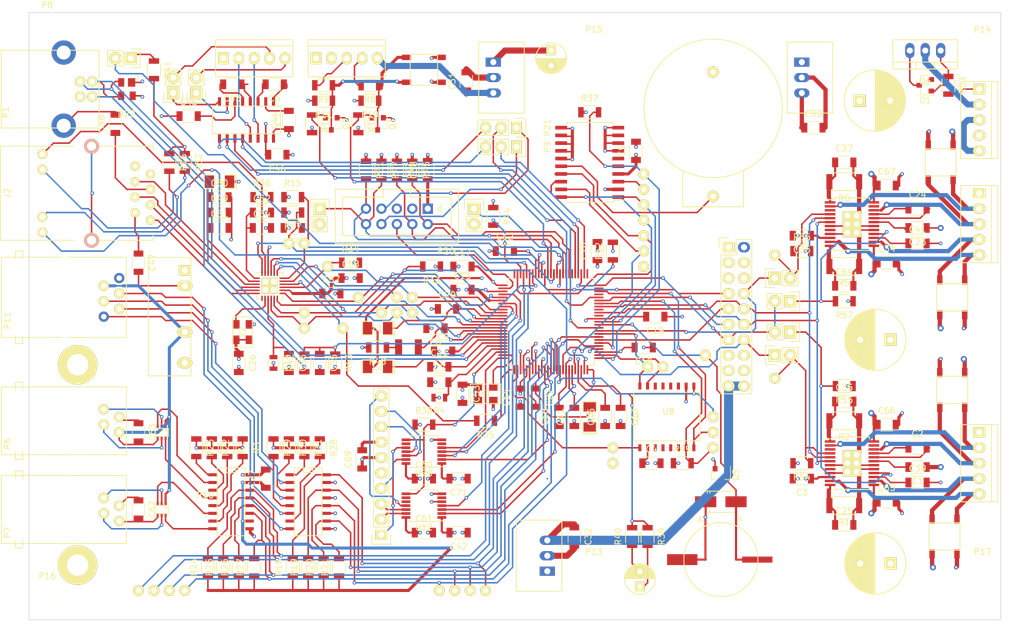
<source format=kicad_pcb>
(kicad_pcb (version 20240108) (generator "pcbnew") (generator_version "8.0")
  (layers (0 "F.Cu" signal) (1 "In1.Cu" signal) (2 "In2.Cu" signal) (31 "B.Cu" signal) (35 "F.Paste" user) (37 "F.SilkS" user "F.Silkscreen") (38 "B.Mask" user) (39 "F.Mask" user) (44 "Edge.Cuts" user))
  (net 0 "")
  (net 1 "GND")
  (net 2 "Net-(C2-Pad1)")
  (net 3 "Net-(C2-Pad2)")
  (net 4 "+3V3")
  (net 5 "Net-(C7-Pad2)")
  (net 6 "Net-(C16-Pad2)")
  (net 7 "Net-(C20-Pad2)")
  (net 8 "Net-(C21-Pad2)")
  (net 9 "Net-(C22-Pad1)")
  (net 10 "Net-(C24-Pad1)")
  (net 11 "Net-(C24-Pad2)")
  (net 12 "+24V")
  (net 13 "SPI0_NPCS0")
  (net 14 "SPI0_CLK")
  (net 15 "SPI0_MOSI")
  (net 16 "SPI0_NPCS1")
  (net 17 "+12V")
  (net 18 "+5V")
  (net 19 "USB_HSDM")
  (net 20 "USB_HSDP")
  (net 21 "RTC_MISO")
  (net 22 "RTC_SCLK")
  (net 23 "RTC_CS")
  (net 24 "RTC_MOSI")
  (net 25 "Net-(BT1-Pad1)")
  (net 26 "FLASH_DQ3")
  (net 27 "FLASH_DQ2")
  (net 28 "FLASH_DQ0")
  (net 29 "FLASH_SCLK")
  (net 30 "FLASH_CS")
  (net 31 "FLASH_DQ1")
  (net 32 "HANDBOX_SCL")
  (net 33 "HANDBOX_SDA")
  (net 34 "Net-(P5-Pad3)")
  (net 35 "Net-(P5-Pad4)")
  (net 36 "Net-(C6-Pad1)")
  (net 37 "Net-(C6-Pad2)")
  (net 38 "Net-(C43-Pad1)")
  (net 39 "Net-(C43-Pad2)")
  (net 40 "Net-(C44-Pad2)")
  (net 41 "Net-(C45-Pad2)")
  (net 42 "Net-(JP1-Pad1)")
  (net 43 "Net-(JP2-Pad1)")
  (net 44 "MAX232_T1IN")
  (net 45 "MAX232_R1OUT")
  (net 46 "Net-(C47-Pad1)")
  (net 47 "Net-(C48-Pad1)")
  (net 48 "Net-(C49-Pad1)")
  (net 49 "Net-(C52-Pad1)")
  (net 50 "Net-(C56-Pad1)")
  (net 51 "PHY_RESET")
  (net 52 "Net-(J2-Pad6)")
  (net 53 "Net-(J2-Pad4)")
  (net 54 "Net-(J2-Pad3)")
  (net 55 "Net-(J2-Pad13)")
  (net 56 "Net-(J2-PadGA)")
  (net 57 "Net-(J2-PadYA)")
  (net 58 "Net-(J2-Pad1)")
  (net 59 "PHY_INTRP")
  (net 60 "PHY_REFCLK")
  (net 61 "PHY_MDIO")
  (net 62 "PHY_MDC")
  (net 63 "PHY_RXERR")
  (net 64 "PHY_RXD1")
  (net 65 "PHY_RXD0")
  (net 66 "PHY_CRS_DV")
  (net 67 "PHY_TXD1")
  (net 68 "PHY_TXD0")
  (net 69 "PHY_TXEN")
  (net 70 "Net-(P10-Pad1)")
  (net 71 "Net-(P10-Pad2)")
  (net 72 "Net-(P10-Pad3)")
  (net 73 "Net-(P10-Pad4)")
  (net 74 "Net-(P10-Pad8)")
  (net 75 "Net-(P10-Pad9)")
  (net 76 "Net-(P10-Pad10)")
  (net 77 "IP2000_MOSI")
  (net 78 "IP2000_MISO")
  (net 79 "IP2000_SEN")
  (net 80 "IP2000_RES")
  (net 81 "IP2000_TRG")
  (net 82 "IP2000_ERR")
  (net 83 "IP2000_SCK")
  (net 84 "ENC_RA_CHA")
  (net 85 "ENC_RA_CHB")
  (net 86 "ENC_DEC_CHA")
  (net 87 "ENC_DEC_CHB")
  (net 88 "ST4_N_DEC+")
  (net 89 "ST4_W_RA-")
  (net 90 "ST4_E_RA+")
  (net 91 "ST4_S_DEC-")
  (net 92 "Net-(JP1-Pad2)")
  (net 93 "Net-(JP2-Pad2)")
  (net 94 "Net-(P12-Pad2)")
  (net 95 "Net-(P12-Pad3)")
  (net 96 "Net-(C1-Pad2)")
  (net 97 "Net-(C23-Pad2)")
  (net 98 "Net-(C25-Pad1)")
  (net 99 "Net-(C35-Pad1)")
  (net 100 "Net-(C37-Pad1)")
  (net 101 "Net-(C39-Pad1)")
  (net 102 "Net-(C41-Pad1)")
  (net 103 "Net-(C64-Pad1)")
  (net 104 "A3992_SLEEP")
  (net 105 "SPI0_NPCS3")
  (net 106 "Net-(P6-Pad1)")
  (net 107 "Net-(P6-Pad3)")
  (net 108 "Net-(P7-Pad1)")
  (net 109 "Net-(P7-Pad3)")
  (net 110 "Net-(Q3-Pad3)")
  (net 111 "Net-(Q3-Pad6)")
  (net 112 "Net-(Q4-Pad3)")
  (net 113 "Net-(Q4-Pad6)")
  (net 114 "Net-(R3-Pad2)")
  (net 115 "Net-(R7-Pad2)")
  (net 116 "Net-(R22-Pad2)")
  (net 117 "Net-(R23-Pad2)")
  (net 118 "Net-(U2-Pad99)")
  (net 119 "Net-(U11-Pad8)")
  (net 120 "Net-(P11-Pad4)")
  (net 121 "Net-(P11-Pad6)")
  (net 122 "Net-(P11-Pad3)")
  (net 123 "Net-(P11-Pad5)")
  (net 124 "Net-(R28-Pad2)")
  (net 125 "Net-(R29-Pad2)")
  (net 126 "Net-(R30-Pad2)")
  (net 127 "Net-(R31-Pad2)")
  (net 128 "Net-(C62-Pad1)")
  (net 129 "Net-(C62-Pad2)")
  (net 130 "Net-(P3-Pad2)")
  (net 131 "Net-(P3-Pad3)")
  (net 132 "Net-(P3-Pad4)")
  (net 133 "Net-(P3-Pad5)")
  (net 134 "Net-(P4-Pad2)")
  (net 135 "Net-(P4-Pad3)")
  (net 136 "Net-(P4-Pad4)")
  (net 137 "Net-(P4-Pad5)")
  (net 138 "Net-(P2-Pad3)")
  (net 139 "SPI0_NPCS2")
  (net 140 "SPI0_MISO")
  (net 141 "Net-(J2-PadGK)")
  (net 142 "Net-(R35-Pad2)")
  (net 143 "Net-(U7-Pad3)")
  (net 144 "Net-(Q1-Pad3)")
  (net 145 "Net-(Q2-Pad3)")
  (net 146 "IP2000_OE")
  (net 147 "Net-(D2-Pad2)")
  (net 148 "Net-(Q5-Pad1)")
  (net 149 "Net-(C13-Pad1)")
  (net 150 "Net-(JP4-Pad1)")
  (net 151 "Net-(P19-Pad1)")
  (net 152 "Net-(P19-Pad2)")
  (net 153 "Net-(C55-Pad1)")
  (net 154 "USB_VBUS")
  (net 155 "Net-(R44-Pad2)")
  (net 156 "Net-(C8-Pad1)")
  (net 157 "Net-(L5-Pad1)")
  (net 158 "DEBUG_RESET")
  (net 159 "DEBUG_DETECT")
  (net 160 "DEBUG_SWO")
  (net 161 "DEBUG_SWCLK")
  (net 162 "DEBUG_SWDIO")
  (net 163 "RTC_INT_SQW")
  (net 164 "Net-(R52-Pad1)")
  (net 165 "MAX232_T2IN")
  (net 166 "MAX232_R2OUT")
  (net 167 "Net-(P2-Pad2)")
  (net 168 "Net-(D1-Pad1)")
  (net 169 "Net-(P20-Pad8)")
  (net 170 "Net-(P20-Pad7)")
  (net 171 "PHY_LED_Y")
  (net 172 "Net-(JP5-Pad2)")
  (net 173 "Net-(JP7-Pad2)")
  (net 174 "Net-(JP8-Pad1)")
  (net 175 "Net-(JP6-Pad1)")
  (net 176 "DEBUG_RXD")
  (net 177 "DEBUG_TXD")
  (footprint "mylib:Pin_Header_Straight_LForm_1x05" (layer "F.Cu") (at 211.455 104.14)
    (property "Reference" "P3")
    (property "Value" "CONN_STEPPER")
  )
  (footprint "mylib:Pin_Header_Straight_LForm_1x05" (layer "F.Cu") (at 211.455 64.77)
    (property "Reference" "P4")
    (property "Value" "CONN_STEPPER")
  )
  (footprint "mylib:Pin_Header_Straight_LForm_1x05" (layer "F.Cu") (at 102.235 42.545 90)
    (property "Reference" "P5")
    (property "Value" "CONN_HANDBOX")
  )
  (footprint "mylib:Pin_Header_Straight_LForm_1x05" (layer "F.Cu") (at 86.995 42.545 90)
    (property "Reference" "P12")
    (property "Value" "CONN_DUALRS232")
  )
  (footprint "mylib:Conn_Modular_4" (layer "F.Cu") (at 60.96 102.235 -90)
    (property "Reference" "P6")
    (property "Value" "CONN_ENCODER")
  )
  (footprint "mylib:Conn_Modular_4" (layer "F.Cu") (at 60.96 116.84 -90)
    (property "Reference" "P7")
    (property "Value" "CONN_ENCODER")
  )
  (footprint "mylib:SSOP24_A3992_Pitch0.65mm" (layer "F.Cu") (at 190.5 69.85)
    (property "Reference" "U3")
    (property "Value" "A3992")
  )
  (footprint "mylib:C_Radial_D10_L13_P5" (layer "F.Cu") (at 191.77 49.53)
    (property "Reference" "C28")
    (property "Value" "100µ50V")
  )
  (footprint "mylib:Pin_Header_Straight_2x10" (layer "F.Cu") (at 170.18 73.66)
    (property "Reference" "P18")
    (property "Value" "CONN_STEPPER_3_4")
  )
  (footprint "mylib:C_Radial_D5_L11_P2.5" (layer "F.Cu") (at 140.97 41.275 -90)
    (property "Reference" "C29")
    (property "Value" "22µ50V")
  )
  (footprint "mylib:C_Radial_D5_L11_P2.5" (layer "F.Cu") (at 155.575 129.54 90)
    (property "Reference" "C30")
    (property "Value" "22µ50V")
  )
  (footprint "mylib:C_Radial_D10_L13_P5" (layer "F.Cu") (at 196.85 88.9 180)
    (property "Reference" "C38")
    (property "Value" "100µ50V")
  )
  (footprint "mylib:C_Radial_D10_L13_P5" (layer "F.Cu") (at 196.85 125.73 180)
    (property "Reference" "C40")
    (property "Value" "100µ50V")
  )
  (footprint "mylib:Pin_Header_Straight_1x02" (layer "F.Cu") (at 78.74 48.26 180)
    (property "Reference" "JP1")
    (property "Value" "JUMPER")
  )
  (footprint "mylib:Pin_Header_Straight_1x02" (layer "F.Cu") (at 82.55 48.26 180)
    (property "Reference" "JP2")
    (property "Value" "JUMPER")
  )
  (footprint "mylib:MountingHole_3.2mm_M3" (layer "F.Cu") (at 58 38)
    (property "Reference" "P8")
    (property "Value" "CONN_01X01")
  )
  (footprint "mylib:MountingHole_3.2mm_M3" (layer "F.Cu") (at 148 128)
    (property "Reference" "P13")
    (property "Value" "CONN_01X01")
  )
  (footprint "mylib:MountingHole_3.2mm_M3" (layer "F.Cu") (at 212 42)
    (property "Reference" "P14")
    (property "Value" "CONN_01X01")
  )
  (footprint "mylib:MountingHole_3.2mm_M3" (layer "F.Cu") (at 148 42)
    (property "Reference" "P15")
    (property "Value" "CONN_01X01")
  )
  (footprint "mylib:MountingHole_3.2mm_M3" (layer "F.Cu") (at 58 132)
    (property "Reference" "P16")
    (property "Value" "CONN_01X01")
  )
  (footprint "mylib:MountingHole_3.2mm_M3" (layer "F.Cu") (at 212 128)
    (property "Reference" "P17")
    (property "Value" "CONN_01X01")
  )
  (footprint "mylib:DCDC-Conv_TRACO_TSR-1" (layer "F.Cu") (at 131.445 43.18 -90)
    (property "Reference" "U4")
    (property "Value" "42/24V 1A")
  )
  (footprint "mylib:DCDC-Conv_TRACO_TSR-1" (layer "F.Cu") (at 140.335 127 90)
    (property "Reference" "U5")
    (property "Value" "42/5V 1A")
  )
  (footprint "mylib:DCDC-Conv_TRACO_TSR-1" (layer "F.Cu") (at 182.245 43.18 -90)
    (property "Reference" "U6")
    (property "Value" "42/3.3V 1A")
  )
  (footprint "mylib:SOIC-20_7.5x12.8mm_Pitch1.27mm" (layer "F.Cu") (at 147.32 59.69 180)
    (property "Reference" "U7")
    (property "Value" "DS3234")
  )
  (footprint "mylib:SO-16-W" (layer "F.Cu") (at 160.02 101.6)
    (property "Reference" "U8")
    (property "Value" "N25Q00AA")
  )
  (footprint "mylib:SO-16-N" (layer "F.Cu") (at 90.805 52.705 180)
    (property "Reference" "U9")
    (property "Value" "MAX232")
  )
  (footprint "mylib:QFN-24-1EP_4x4mm_Pitch0.5mm" (layer "F.Cu") (at 94.615 80.01)
    (property "Reference" "U11")
    (property "Value" "KSZ8081RNA")
  )
  (footprint "mylib:SO-16-N" (layer "F.Cu") (at 88.265 115.57 -90)
    (property "Reference" "U10")
    (property "Value" "ACSL-6400")
  )
  (footprint "mylib:SO-16-N" (layer "F.Cu") (at 100.965 115.57 -90)
    (property "Reference" "U13")
    (property "Value" "ACPL-247")
  )
  (footprint "mylib:IP2000_Modul" (layer "F.Cu") (at 113 121 180)
    (property "Reference" "P10")
    (property "Value" "ENCODERMODUL")
  )
  (footprint "TO_SOT_Packages_SMD:SOT-143" (layer "F.Cu") (at 71.12 47.625 180)
    (property "Reference" "D22")
    (property "Value" "PRTR5V0U2X")
  )
  (footprint "mylib:CR2032H" (layer "F.Cu") (at 167.64 50.8 180)
    (property "Reference" "BT1")
    (property "Value" "CR2032 3V")
  )
  (footprint "mylib:SBS_34_36" (layer "F.Cu") (at 205.74 121.285 180)
    (property "Reference" "U15")
    (property "Value" "SBS_34_36")
  )
  (footprint "mylib:SBS_34_36" (layer "F.Cu") (at 207.01 97.155)
    (property "Reference" "U16")
    (property "Value" "SBS_34_36")
  )
  (footprint "mylib:SBS_34_36" (layer "F.Cu") (at 207.01 81.915 180)
    (property "Reference" "U17")
    (property "Value" "SBS_34_36")
  )
  (footprint "mylib:SBS_34_36" (layer "F.Cu") (at 205.105 59.69)
    (property "Reference" "U18")
    (property "Value" "SBS_34_36")
  )
  (footprint "mylib:Pin_Header_Straight_LForm_1x05" (layer "F.Cu") (at 211.455 47.625)
    (property "Reference" "P2")
    (property "Value" "CONN_POWER_FUSE")
  )
  (footprint "mylib:TestPad_09mmDrill" (layer "F.Cu") (at 156.21 71.755)
    (property "Reference" "W1")
    (property "Value" "PIN_RTC_MOSI")
  )
  (footprint "mylib:TestPad_09mmDrill" (layer "F.Cu") (at 156.21 66.675)
    (property "Reference" "W2")
    (property "Value" "PIN_RTC_CS")
  )
  (footprint "mylib:TestPad_09mmDrill" (layer "F.Cu") (at 156.21 74.295)
    (property "Reference" "W3")
    (property "Value" "PIN_RTC_MISO")
  )
  (footprint "mylib:TestPad_09mmDrill" (layer "F.Cu") (at 156.21 69.215)
    (property "Reference" "W4")
    (property "Value" "PIN_RTC_SCLK")
  )
  (footprint "mylib:TestPad_09mmDrill" (layer "F.Cu") (at 151.13 106.68)
    (property "Reference" "W6")
    (property "Value" "PIN_FLASH_DQ3")
  )
  (footprint "mylib:TestPad_09mmDrill" (layer "F.Cu") (at 167.64 106.68)
    (property "Reference" "W7")
    (property "Value" "PIN_FLASH_CS")
  )
  (footprint "mylib:TestPad_09mmDrill" (layer "F.Cu") (at 167.64 104.14)
    (property "Reference" "W8")
    (property "Value" "PIN_FLASH_DQ1")
  )
  (footprint "mylib:TestPad_09mmDrill" (layer "F.Cu") (at 156.845 93.345)
    (property "Reference" "W9")
    (property "Value" "PIN_FLASH_SCLK")
  )
  (footprint "mylib:TestPad_09mmDrill" (layer "F.Cu") (at 159.385 93.345)
    (property "Reference" "W10")
    (property "Value" "PIN_FLASH_DQ0")
  )
  (footprint "mylib:TestPad_09mmDrill" (layer "F.Cu") (at 167.64 101.6)
    (property "Reference" "W11")
    (property "Value" "PIN_FLASH_DQ2")
  )
  (footprint "mylib:TestPad_09mmDrill" (layer "F.Cu") (at 73.025 130.175)
    (property "Reference" "W12")
    (property "Value" "PIN_ENC_RA")
  )
  (footprint "mylib:TestPad_09mmDrill" (layer "F.Cu") (at 78.105 130.175)
    (property "Reference" "W13")
    (property "Value" "PIN_ENC_DA")
  )
  (footprint "mylib:TestPad_09mmDrill" (layer "F.Cu") (at 130.175 130.175)
    (property "Reference" "W14")
    (property "Value" "PIN_ST4_W")
  )
  (footprint "mylib:TestPad_09mmDrill" (layer "F.Cu") (at 122.555 130.175)
    (property "Reference" "W15")
    (property "Value" "PIN_ST4_N")
  )
  (footprint "mylib:TestPad_09mmDrill" (layer "F.Cu") (at 125.095 130.175)
    (property "Reference" "W16")
    (property "Value" "PIN_ST4_S")
  )
  (footprint "mylib:TestPad_09mmDrill" (layer "F.Cu") (at 127.635 130.175)
    (property "Reference" "W17")
    (property "Value" "PIN_ST4_E")
  )
  (footprint "mylib:TestPad_09mmDrill" (layer "F.Cu") (at 75.565 130.175)
    (property "Reference" "W18")
    (property "Value" "PIN_ENC_RB")
  )
  (footprint "mylib:TestPad_09mmDrill" (layer "F.Cu") (at 80.645 130.175)
    (property "Reference" "W19")
    (property "Value" "PIN_ENC_DB")
  )
  (footprint "mylib:TestPad_09mmDrill" (layer "F.Cu") (at 177.8 95.25)
    (property "Reference" "W20")
    (property "Value" "PIN_SPI0_NPCS0")
  )
  (footprint "mylib:TestPad_09mmDrill" (layer "F.Cu") (at 177.8 74.93)
    (property "Reference" "W21")
    (property "Value" "PIN_SPI0_NPCS1")
  )
  (footprint "mylib:TestPad_09mmDrill" (layer "F.Cu") (at 100.33 86.995)
    (property "Reference" "W22")
    (property "Value" "PIN_PHY_MDIO")
  )
  (footprint "mylib:TestPad_09mmDrill" (layer "F.Cu") (at 100.33 84.455)
    (property "Reference" "W23")
    (property "Value" "PIN_PHY_MDC")
  )
  (footprint "mylib:TestPad_09mmDrill" (layer "F.Cu") (at 106.68 86.995)
    (property "Reference" "W24")
    (property "Value" "PIN_PHY_REFCLK")
  )
  (footprint "mylib:TestPad_09mmDrill" (layer "F.Cu") (at 115.57 81.915)
    (property "Reference" "W25")
    (property "Value" "PIN_PHY_TXD1")
  )
  (footprint "mylib:TestPad_09mmDrill" (layer "F.Cu") (at 100.33 73.025)
    (property "Reference" "W26")
    (property "Value" "PIN_PHY_INTRP")
  )
  (footprint "mylib:TestPad_09mmDrill" (layer "F.Cu") (at 118.11 81.915)
    (property "Reference" "W27")
    (property "Value" "PIN_PHY_RXERR")
  )
  (footprint "mylib:TestPad_09mmDrill" (layer "F.Cu") (at 118.11 84.455)
    (property "Reference" "W28")
    (property "Value" "PIN_PHY_TXD0")
  )
  (footprint "mylib:TestPad_09mmDrill" (layer "F.Cu") (at 109.22 81.915)
    (property "Reference" "W29")
    (property "Value" "PIN_PHY_RXD0")
  )
  (footprint "mylib:TestPad_09mmDrill" (layer "F.Cu") (at 104.14 76.835)
    (property "Reference" "W30")
    (property "Value" "PIN_PHY_CRS_DV")
  )
  (footprint "mylib:TestPad_09mmDrill" (layer "F.Cu") (at 115.57 84.455)
    (property "Reference" "W31")
    (property "Value" "PIN_PHY_TXEN")
  )
  (footprint "mylib:TestPad_09mmDrill" (layer "F.Cu") (at 97.79 73.025)
    (property "Reference" "W32")
    (property "Value" "PIN_PHY_RESET")
  )
  (footprint "mylib:TestPad_09mmDrill" (layer "F.Cu") (at 113.03 84.455)
    (property "Reference" "W33")
    (property "Value" "PIN_PHY_RXD1")
  )
  (footprint "mylib:SBS_34_36" (layer "F.Cu") (at 120.015 44.45 -90)
    (property "Reference" "U19")
    (property "Value" "SBS_34_36")
  )
  (footprint "mylib:TestPad_09mmDrill" (layer "F.Cu") (at 156.21 76.835)
    (property "Reference" "W34")
    (property "Value" "PIN_RTC_GND")
  )
  (footprint "mylib:TestPad_09mmDrill" (layer "F.Cu") (at 156.21 61.595)
    (property "Reference" "W35")
    (property "Value" "PIN_RTC_INT")
  )
  (footprint "mylib:TestPad_09mmDrill" (layer "F.Cu") (at 156.21 64.135)
    (property "Reference" "W36")
    (property "Value" "PIN_RTC_32KHZ")
  )
  (footprint "mylib:TestPad_09mmDrill" (layer "F.Cu") (at 151.13 109.22)
    (property "Reference" "W37")
    (property "Value" "PIN_FLASH_GND")
  )
  (footprint "mylib:Conn_Modular_6" (layer "F.Cu") (at 60.96 81.915 -90)
    (property "Reference" "P11")
    (property "Value" "CONN_ST4")
  )
  (footprint "mylib:Conn_USBBW_Reichelt" (layer "F.Cu") (at 60.706 47.625 -90)
    (property "Reference" "P1")
    (property "Value" "USB_B")
  )
  (footprint "mylib:SMA_Handsoldering" (layer "F.Cu") (at 168.91 115.57)
    (property "Reference" "D2")
    (property "Value" "D_Schottky")
  )
  (footprint "mylib:DIGISOUND" (layer "F.Cu") (at 168.91 125.095 90)
    (property "Reference" "SP1")
    (property "Value" "SPEAKER")
  )
  (footprint "mylib:TestPad_09mmDrill" (layer "F.Cu") (at 166.37 91.44)
    (property "Reference" "W38")
    (property "Value" "PIN_SPEAKER")
  )
  (footprint "mylib:Pin_Header_Straight_1x02" (layer "F.Cu") (at 128.27 67.31)
    (property "Reference" "JP4")
    (property "Value" "JUMPER")
  )
  (footprint "mylib:Pin_Header_Straight_1x02" (layer "F.Cu") (at 71.755 42.545 -90)
    (property "Reference" "P19")
    (property "Value" "CONN_LED")
  )
  (footprint "mylib:RJ45_TRANSFO_CONNEX_11AC010X" (layer "F.Cu") (at 61.595 64.77 -90)
    (property "Reference" "J2")
    (property "Value" "RJ45-TRANSFO")
  )
  (footprint "mylib:TCXO_53" (layer "F.Cu") (at 130.175 97.79 180)
    (property "Reference" "Y1")
    (property "Value" "12MHz")
  )
  (footprint "mylib:TCXO_53" (layer "F.Cu") (at 90.17 87.63 -90)
    (property "Reference" "Y2")
    (property "Value" "25MHz")
  )
  (footprint "mylib:SIL_DCDC_4Pin" (layer "F.Cu") (at 80.645 77.47)
    (property "Reference" "U14")
    (property "Value" "DCDC_SIL")
  )
  (footprint "mylib:SSOP24_A3992_Pitch0.65mm" (layer "F.Cu") (at 190.5 109.22)
    (property "Reference" "U1")
    (property "Value" "A3992")
  )
  (footprint "mylib:LQFP-100_14x14mm_Pitch0.5mm" (layer "F.Cu") (at 140.9275 85.9275 90)
    (property "Reference" "U2")
    (property "Value" "SAME70N21")
  )
  (footprint "mylib:SOT-363" (layer "F.Cu") (at 76.835 104.14 -90)
    (property "Reference" "Q3")
    (property "Value" "DDC143ZU")
  )
  (footprint "mylib:SOT-363" (layer "F.Cu") (at 76.835 116.84 -90)
    (property "Reference" "Q4")
    (property "Value" "DDC143ZU")
  )
  (footprint "mylib:L_Chip_1210" (layer "F.Cu") (at 117.475 90.17)
    (property "Reference" "L5")
    (property "Value" "10µH")
  )
  (footprint "mylib:Pin_Header_Straight_1x02" (layer "F.Cu") (at 102.87 67.31)
    (property "Reference" "JP3")
    (property "Value" "JUMPER")
  )
  (footprint "mylib:C_1207_Reflow" (layer "F.Cu") (at 112.395 86.995 180)
    (property "Reference" "L1")
    (property "Value" "120")
  )
  (footprint "mylib:C_1207_Reflow" (layer "F.Cu") (at 112.395 93.345 180)
    (property "Reference" "L2")
    (property "Value" "120")
  )
  (footprint "mylib:C_1207_Reflow" (layer "F.Cu") (at 147.32 101.6 90)
    (property "Reference" "L3")
    (property "Value" "120")
  )
  (footprint "mylib:C_1207_Reflow" (layer "F.Cu") (at 86.36 62.865 180)
    (property "Reference" "L4")
    (property "Value" "120")
  )
  (footprint "mylib:C_1206" (layer "F.Cu") (at 201.295 109.855 180)
    (property "Reference" "C1")
    (property "Value" "220n")
  )
  (footprint "mylib:C_1206" (layer "F.Cu") (at 201.295 106.68)
    (property "Reference" "C2")
    (property "Value" "220n")
  )
  (footprint "mylib:C_1206" (layer "F.Cu") (at 182.245 111.76 180)
    (property "Reference" "C3")
    (property "Value" "100n")
  )
  (footprint "mylib:C_1206" (layer "F.Cu") (at 157.48 109.22)
    (property "Reference" "C4")
    (property "Value" "100n")
  )
  (footprint "mylib:C_1206" (layer "F.Cu") (at 154.94 57.785 90)
    (property "Reference" "C5")
    (property "Value" "100n")
  )
  (footprint "mylib:C_1206" (layer "F.Cu") (at 95.455 46.835 180)
    (property "Reference" "C6")
    (property "Value" "100n")
  )
  (footprint "mylib:C_1206" (layer "F.Cu") (at 122.555 95.885)
    (property "Reference" "C7")
    (property "Value" "10p")
  )
  (footprint "mylib:C_1206" (layer "F.Cu") (at 121.92 86.995 180)
    (property "Reference" "C8")
    (property "Value" "4,7µF")
  )
  (footprint "mylib:C_1206" (layer "F.Cu") (at 123.19 90.805)
    (property "Reference" "C9")
    (property "Value" "100n")
  )
  (footprint "mylib:C_1206" (layer "F.Cu") (at 156.21 90.17 180)
    (property "Reference" "C10")
    (property "Value" "100n")
  )
  (footprint "mylib:C_1206" (layer "F.Cu") (at 144.78 101.6 90)
    (property "Reference" "C11")
    (property "Value" "100n")
  )
  (footprint "mylib:C_1206" (layer "F.Cu") (at 133.35 74.295)
    (property "Reference" "C12")
    (property "Value" "100n")
  )
  (footprint "mylib:C_1206" (layer "F.Cu") (at 152.4 101.6 -90)
    (property "Reference" "C13")
    (property "Value" "100n")
  )
  (footprint "mylib:C_1206" (layer "F.Cu") (at 135.89 98.425 90)
    (property "Reference" "C14")
    (property "Value" "100n")
  )
  (footprint "mylib:C_1206" (layer "F.Cu") (at 126.365 80.645)
    (property "Reference" "C15")
    (property "Value" "100n")
  )
  (footprint "mylib:C_1206" (layer "F.Cu") (at 149.86 101.6 90)
    (property "Reference" "C16")
    (property "Value" "100n")
  )
  (footprint "mylib:C_1206" (layer "F.Cu") (at 126.365 76.835)
    (property "Reference" "C17")
    (property "Value" "100n")
  )
  (footprint "mylib:C_1206" (layer "F.Cu") (at 142.24 101.6 90)
    (property "Reference" "C18")
    (property "Value" "100n")
  )
  (footprint "mylib:C_1206" (layer "F.Cu") (at 158.115 85.09 180)
    (property "Reference" "C19")
    (property "Value" "100n")
  )
  (footprint "mylib:C_1206" (layer "F.Cu") (at 123.825 83.82)
    (property "Reference" "C20")
    (property "Value" "100n")
  )
  (footprint "mylib:C_1206" (layer "F.Cu") (at 122.555 93.345)
    (property "Reference" "C21")
    (property "Value" "100n")
  )
  (footprint "mylib:C_1206" (layer "F.Cu") (at 138.43 98.425 -90)
    (property "Reference" "C22")
    (property "Value" "100n")
  )
  (footprint "mylib:C_1206" (layer "F.Cu") (at 201.295 70.485 180)
    (property "Reference" "C23")
    (property "Value" "220n")
  )
  (footprint "mylib:C_1206" (layer "F.Cu") (at 201.295 67.31)
    (property "Reference" "C24")
    (property "Value" "220n")
  )
  (footprint "mylib:C_1206" (layer "F.Cu") (at 189.23 119.38)
    (property "Reference" "C25")
    (property "Value" "100n")
  )
  (footprint "mylib:C_1206" (layer "F.Cu") (at 89.535 92.71 -90)
    (property "Reference" "C26")
    (property "Value" "100n")
  )
  (footprint "mylib:C_1206" (layer "F.Cu") (at 93.98 111.76 90)
    (property "Reference" "C27")
    (property "Value" "100n")
  )
  (footprint "mylib:C_1206" (layer "F.Cu") (at 127 46.355 90)
    (property "Reference" "C31")
    (property "Value" "10µ25V")
  )
  (footprint "mylib:C_1206" (layer "F.Cu") (at 144.78 121.285 -90)
    (property "Reference" "C32")
    (property "Value" "10µ25V")
  )
  (footprint "mylib:C_1206" (layer "F.Cu") (at 184.15 53.975)
    (property "Reference" "C33")
    (property "Value" "10µ25V")
  )
  (footprint "mylib:C_1206" (layer "F.Cu") (at 196.215 76.2)
    (property "Reference" "C34")
    (property "Value" "100n")
  )
  (footprint "mylib:C_1206" (layer "F.Cu") (at 189.23 99.06)
    (property "Reference" "C35")
    (property "Value" "100n")
  )
  (footprint "mylib:C_1206" (layer "F.Cu") (at 182.245 71.755 180)
    (property "Reference" "C36")
    (property "Value" "100n")
  )
  (footprint "mylib:C_1206" (layer "F.Cu") (at 189.23 59.69)
    (property "Reference" "C37")
    (property "Value" "100n")
  )
  (footprint "mylib:C_1206" (layer "F.Cu") (at 201.295 112.395)
    (property "Reference" "C39")
    (property "Value" "220n")
  )
  (footprint "mylib:C_1206" (layer "F.Cu") (at 201.295 73.025)
    (property "Reference" "C41")
    (property "Value" "220n")
  )
  (footprint "mylib:C_1206" (layer "F.Cu") (at 88.47 46.835 180)
    (property "Reference" "C43")
    (property "Value" "100n")
  )
  (footprint "mylib:C_1206" (layer "F.Cu") (at 97.79 52.705 90)
    (property "Reference" "C44")
    (property "Value" "100n")
  )
  (footprint "mylib:C_1206" (layer "F.Cu") (at 81.28 52.07)
    (property "Reference" "C45")
    (property "Value" "100n")
  )
  (footprint "mylib:C_1206" (layer "F.Cu") (at 95.885 58.42 180)
    (property "Reference" "C46")
    (property "Value" "100n")
  )
  (footprint "mylib:C_1206" (layer "F.Cu") (at 73.025 76.2 -90)
    (property "Reference" "C47")
    (property "Value" "100n")
  )
  (footprint "mylib:C_1206" (layer "F.Cu") (at 69.215 53.34 90)
    (property "Reference" "C48")
    (property "Value" "100n")
  )
  (footprint "mylib:C_1206" (layer "F.Cu") (at 86.36 67.945)
    (property "Reference" "C49")
    (property "Value" "4.7µ50V")
  )
  (footprint "mylib:C_1206" (layer "F.Cu") (at 86.36 65.405)
    (property "Reference" "C50")
    (property "Value" "100n")
  )
  (footprint "mylib:C_1206" (layer "F.Cu") (at 86.36 70.485)
    (property "Reference" "C51")
    (property "Value" "100n")
  )
  (footprint "mylib:C_1206" (layer "F.Cu") (at 93.345 67.945)
    (property "Reference" "C52")
    (property "Value" "100n")
  )
  (footprint "mylib:C_1206" (layer "F.Cu") (at 126.365 97.79 -90)
    (property "Reference" "C53")
    (property "Value" "100n")
  )
  (footprint "mylib:C_1206" (layer "F.Cu") (at 93.345 70.485)
    (property "Reference" "C54")
    (property "Value" "2.2µ 50V")
  )
  (footprint "mylib:C_1206" (layer "F.Cu") (at 102.87 92.71 -90)
    (property "Reference" "C55")
    (property "Value" "4,7µF")
  )
  (footprint "mylib:C_1206" (layer "F.Cu") (at 97.79 92.71 -90)
    (property "Reference" "C56")
    (property "Value" "22p")
  )
  (footprint "mylib:C_1206" (layer "F.Cu") (at 104.775 81.28)
    (property "Reference" "C57")
    (property "Value" "100n")
  )
  (footprint "mylib:C_1206" (layer "F.Cu") (at 107.95 78.74)
    (property "Reference" "C58")
    (property "Value" "10µ25V")
  )
  (footprint "mylib:C_1206" (layer "F.Cu") (at 98.425 70.485 180)
    (property "Reference" "C59")
    (property "Value" "10µ25V")
  )
  (footprint "mylib:C_1206" (layer "F.Cu") (at 120.015 111.76)
    (property "Reference" "C60")
    (property "Value" "100n")
  )
  (footprint "mylib:C_1206" (layer "F.Cu") (at 120.015 120.65)
    (property "Reference" "C61")
    (property "Value" "100n")
  )
  (footprint "mylib:C_1206" (layer "F.Cu") (at 73.025 116.84 -90)
    (property "Reference" "C62")
    (property "Value" "100n")
  )
  (footprint "mylib:C_1206" (layer "F.Cu") (at 73.025 104.14 -90)
    (property "Reference" "C63")
    (property "Value" "100n")
  )
  (footprint "mylib:C_1206" (layer "F.Cu") (at 189.23 80.01)
    (property "Reference" "C64")
    (property "Value" "100n")
  )
  (footprint "mylib:C_1206" (layer "F.Cu") (at 196.215 115.57)
    (property "Reference" "C65")
    (property "Value" "100n")
  )
  (footprint "mylib:C_1206" (layer "F.Cu") (at 196.215 102.87)
    (property "Reference" "C66")
    (property "Value" "100n")
  )
  (footprint "mylib:C_1206" (layer "F.Cu") (at 196.215 63.5)
    (property "Reference" "C67")
    (property "Value" "100n")
  )
  (footprint "mylib:C_1206" (layer "F.Cu") (at 120.65 60.96 90)
    (property "Reference" "C68")
    (property "Value" "100n")
  )
  (footprint "mylib:C_1206" (layer "F.Cu") (at 109.855 108.585 90)
    (property "Reference" "C69")
    (property "Value" "100n")
  )
  (footprint "mylib:C_1206" (layer "F.Cu") (at 148.59 74.295 90)
    (property "Reference" "C70")
    (property "Value" "4,7µF")
  )
  (footprint "mylib:R_1206" (layer "F.Cu") (at 111.125 49.53 180)
    (property "Reference" "R10")
    (property "Value" "4k7")
  )
  (footprint "mylib:R_1206" (layer "F.Cu") (at 103.505 49.53 180)
    (property "Reference" "R11")
    (property "Value" "4k7")
  )
  (footprint "mylib:R_1206" (layer "F.Cu") (at 109.22 53.34 -90)
    (property "Reference" "R12")
    (property "Value" "4k7")
  )
  (footprint "mylib:R_1206" (layer "F.Cu") (at 101.6 53.34 -90)
    (property "Reference" "R13")
    (property "Value" "4k7")
  )
  (footprint "mylib:R_1206" (layer "F.Cu") (at 98.425 65.405)
    (property "Reference" "R15")
    (property "Value" "1k")
  )
  (footprint "mylib:R_1206" (layer "F.Cu") (at 78.105 59.69 -90)
    (property "Reference" "R16")
    (property "Value" "1k")
  )
  (footprint "mylib:R_1206" (layer "F.Cu") (at 98.425 67.945 180)
    (property "Reference" "R17")
    (property "Value" "10k")
  )
  (footprint "mylib:R_1206" (layer "F.Cu") (at 98.425 126.365 90)
    (property "Reference" "R18")
    (property "Value" "10K")
  )
  (footprint "mylib:R_1206" (layer "F.Cu") (at 100.965 126.365 90)
    (property "Reference" "R19")
    (property "Value" "10K")
  )
  (footprint "mylib:R_1206" (layer "F.Cu") (at 103.505 126.365 90)
    (property "Reference" "R20")
    (property "Value" "10K")
  )
  (footprint "mylib:R_1206" (layer "F.Cu") (at 106.045 126.365 90)
    (property "Reference" "R21")
    (property "Value" "10K")
  )
  (footprint "mylib:R_1206" (layer "F.Cu") (at 85.09 106.68 -90)
    (property "Reference" "R22")
    (property "Value" "270R")
  )
  (footprint "mylib:R_1206" (layer "F.Cu") (at 82.55 106.68 -90)
    (property "Reference" "R23")
    (property "Value" "270R")
  )
  (footprint "mylib:R_1206" (layer "F.Cu") (at 84.455 126.365 90)
    (property "Reference" "R24")
    (property "Value" "2K")
  )
  (footprint "mylib:R_1206" (layer "F.Cu") (at 86.995 126.365 90)
    (property "Reference" "R25")
    (property "Value" "2K")
  )
  (footprint "mylib:R_1206" (layer "F.Cu") (at 89.535 126.365 90)
    (property "Reference" "R26")
    (property "Value" "2K")
  )
  (footprint "mylib:R_1206" (layer "F.Cu") (at 92.075 126.365 90)
    (property "Reference" "R27")
    (property "Value" "2K")
  )
  (footprint "mylib:R_1206" (layer "F.Cu") (at 102.87 106.68 -90)
    (property "Reference" "R28")
    (property "Value" "220R")
  )
  (footprint "mylib:R_1206" (layer "F.Cu") (at 95.25 106.68 -90)
    (property "Reference" "R29")
    (property "Value" "220R")
  )
  (footprint "mylib:R_1206" (layer "F.Cu") (at 97.79 106.68 -90)
    (property "Reference" "R30")
    (property "Value" "220R")
  )
  (footprint "mylib:R_1206" (layer "F.Cu") (at 100.33 106.68 -90)
    (property "Reference" "R31")
    (property "Value" "220R")
  )
  (footprint "mylib:R_1206" (layer "F.Cu") (at 80.645 59.69 -90)
    (property "Reference" "R32")
    (property "Value" "1k")
  )
  (footprint "mylib:R_1206" (layer "F.Cu") (at 121.285 76.835 180)
    (property "Reference" "R33")
    (property "Value" "1k5")
  )
  (footprint "mylib:R_1206" (layer "F.Cu") (at 107.95 76.2)
    (property "Reference" "R34")
    (property "Value" "10k")
  )
  (footprint "mylib:R_1206" (layer "F.Cu") (at 130.175 102.235 180)
    (property "Reference" "R35")
    (property "Value" "39R")
  )
  (footprint "mylib:R_1206" (layer "F.Cu") (at 93.345 65.405)
    (property "Reference" "R36")
    (property "Value" "10k")
  )
  (footprint "mylib:R_1206" (layer "F.Cu") (at 147.32 51.435)
    (property "Reference" "R37")
    (property "Value" "4k7")
  )
  (footprint "mylib:R_1206" (layer "F.Cu") (at 120.015 102.87)
    (property "Reference" "R38")
    (property "Value" "50k")
  )
  (footprint "mylib:R_1206" (layer "F.Cu") (at 156.845 121.285 -90)
    (property "Reference" "R39")
    (property "Value" "47K")
  )
  (footprint "mylib:R_1206" (layer "F.Cu") (at 154.305 121.285 90)
    (property "Reference" "R40")
    (property "Value" "3K")
  )
  (footprint "mylib:R_1206" (layer "F.Cu") (at 75.565 44.45 -90)
    (property "Reference" "R41")
    (property "Value" "1k")
  )
  (footprint "mylib:R_1206" (layer "F.Cu") (at 100.33 92.71 90)
    (property "Reference" "R42")
    (property "Value" "15K")
  )
  (footprint "mylib:R_1206" (layer "F.Cu") (at 105.41 92.71 -90)
    (property "Reference" "R43")
    (property "Value" "22K")
  )
  (footprint "mylib:R_1206" (layer "F.Cu") (at 131.445 68.58 -90)
    (property "Reference" "R44")
    (property "Value" "1K")
  )
  (footprint "mylib:R_1206" (layer "F.Cu") (at 118.11 60.96 -90)
    (property "Reference" "R45")
    (property "Value" "100k")
  )
  (footprint "mylib:R_1206" (layer "F.Cu") (at 115.57 60.96 -90)
    (property "Reference" "R46")
    (property "Value" "100k")
  )
  (footprint "mylib:R_1206" (layer "F.Cu") (at 113.03 60.96 -90)
    (property "Reference" "R47")
    (property "Value" "100k")
  )
  (footprint "mylib:R_1206" (layer "F.Cu") (at 112.395 90.17 180)
    (property "Reference" "R48")
    (property "Value" "2R2")
  )
  (footprint "mylib:R_1206" (layer "F.Cu") (at 162.56 109.22)
    (property "Reference" "R49")
    (property "Value" "100k")
  )
  (footprint "mylib:R_1206" (layer "F.Cu") (at 110.49 60.96 -90)
    (property "Reference" "R51")
    (property "Value" "100k")
  )
  (footprint "mylib:R_1206" (layer "F.Cu") (at 151.13 74.295 90)
    (property "Reference" "R52")
    (property "Value" "1K")
  )
  (footprint "mylib:SOT-23" (layer "F.Cu") (at 202.565 46.99 180)
    (property "Reference" "D1")
    (property "Value" "ZENER_SOT23")
  )
  (footprint "mylib:SOT-23" (layer "F.Cu") (at 112.395 53.34 -90)
    (property "Reference" "Q1")
    (property "Value" "IRLML2402")
  )
  (footprint "mylib:SOT-23" (layer "F.Cu") (at 104.775 53.34 -90)
    (property "Reference" "Q2")
    (property "Value" "IRLML2402")
  )
  (footprint "mylib:SOT-23" (layer "F.Cu") (at 168.91 111.125 -90)
    (property "Reference" "Q5")
    (property "Value" "IRLML2402")
  )
  (footprint "mylib:TO-220_Neutral123_Vertical" (layer "F.Cu") (at 202.565 41.275 180)
    (property "Reference" "Q6")
    (property "Value" "P-FET")
  )
  (footprint "mylib:R_1206" (layer "F.Cu") (at 206.375 46.99 -90)
    (property "Reference" "R53")
    (property "Value" "R")
  )
  (footprint "mylib:box_header_2x5x2.54_straight" (layer "F.Cu") (at 120.65 67.31 180)
    (property "Reference" "P20")
    (property "Value" "CORTEX_DBG")
  )
  (footprint "mylib:Pin_Header_Straight_1x03" (layer "F.Cu") (at 135.255 57.15 -90)
    (property "Reference" "P9")
    (property "Value" "CONN_01X03")
  )
  (footprint "mylib:Pin_Header_Straight_1x03" (layer "F.Cu") (at 135.255 53.975 -90)
    (property "Reference" "P21")
    (property "Value" "CONN_01X03")
  )
  (footprint "mylib:R_2010" (layer "F.Cu") (at 189.23 116.205 180)
    (property "Reference" "R1")
    (property "Value" "0,167")
  )
  (footprint "mylib:R_2010" (layer "F.Cu") (at 189.23 102.235 180)
    (property "Reference" "R2")
    (property "Value" "0,167")
  )
  (footprint "mylib:R_0805" (layer "F.Cu") (at 122.555 98.425 180)
    (property "Reference" "R4")
    (property "Value" "5K62")
  )
  (footprint "mylib:R_0805" (layer "F.Cu") (at 95.25 92.71 -90)
    (property "Reference" "R14")
    (property "Value" "6k49")
  )
  (footprint "mylib:R_2010" (layer "F.Cu") (at 189.23 76.835 180)
    (property "Reference" "R5")
    (property "Value" "0,167")
  )
  (footprint "mylib:R_2010" (layer "F.Cu") (at 189.23 62.865 180)
    (property "Reference" "R6")
    (property "Value" "0,167")
  )
  (footprint "mylib:Pin_Header_Straight_1x02" (layer "F.Cu") (at 177.8 91.44 90)
    (property "Reference" "JP5")
    (property "Value" "JUMPER")
  )
  (footprint "mylib:Pin_Header_Straight_1x02" (layer "F.Cu") (at 180.34 87.63 -90)
    (property "Reference" "JP6")
    (property "Value" "JUMPER")
  )
  (footprint "mylib:Pin_Header_Straight_1x02" (layer "F.Cu") (at 177.8 78.74 90)
    (property "Reference" "JP7")
    (property "Value" "JUMPER")
  )
  (footprint "mylib:Pin_Header_Straight_1x02" (layer "F.Cu") (at 180.34 82.55 -90)
    (property "Reference" "JP8")
    (property "Value" "JUMPER")
  )
  (footprint "mylib:R_1206" (layer "F.Cu") (at 90.17 106.68 -90)
    (property "Reference" "R3")
    (property "Value" "270R")
  )
  (footprint "mylib:R_1206" (layer "F.Cu") (at 87.63 106.68 -90)
    (property "Reference" "R7")
    (property "Value" "270R")
  )
  (footprint "mylib:R_1206" (layer "F.Cu") (at 111.125 46.99 180)
    (property "Reference" "R8")
    (property "Value" "100R")
  )
  (footprint "mylib:R_1206" (layer "F.Cu") (at 103.505 46.99 180)
    (property "Reference" "R9")
    (property "Value" "100R")
  )
  (footprint "mylib:R_1206" (layer "F.Cu") (at 182.245 109.22 180)
    (property "Reference" "R54")
    (property "Value" "10K")
  )
  (footprint "mylib:R_1206" (layer "F.Cu") (at 189.23 96.52 180)
    (property "Reference" "R55")
    (property "Value" "10K")
  )
  (footprint "mylib:R_1206" (layer "F.Cu") (at 182.245 74.295)
    (property "Reference" "R56")
    (property "Value" "10K")
  )
  (footprint "mylib:R_1206" (layer "F.Cu") (at 189.23 82.55 180)
    (property "Reference" "R57")
    (property "Value" "10K")
  )
  (footprint "mylib:C_1206" (layer "F.Cu") (at 125.73 120.65 180)
    (property "Reference" "C42")
    (property "Value" "100n")
  )
  (footprint "mylib:C_1206" (layer "F.Cu") (at 125.73 111.76 180)
    (property "Reference" "C71")
    (property "Value" "100n")
  )
  (footprint "mylib:TSSOP-14_4.4x5mm_Pitch0.65mm" (layer "F.Cu") (at 120.015 116.205 180)
    (property "Reference" "U12")
    (property "Value" "MAX3379E")
  )
  (footprint "mylib:TSSOP-14_4.4x5mm_Pitch0.65mm" (layer "F.Cu") (at 120.015 107.315 180)
    (property "Reference" "U20")
    (property "Value" "MAX3391E")
  )
  (gr_line (start 215 135) (end 55 135) (stroke (width 0.1)) (layer "Edge.Cuts"))
  (gr_line (start 55 35) (end 215 35) (stroke (width 0.1)) (layer "Edge.Cuts"))
  (gr_line (start 215 35) (end 215 135) (stroke (width 0.1)) (layer "Edge.Cuts"))
  (gr_line (start 55 135) (end 55 35) (stroke (width 0.1)) (layer "Edge.Cuts"))
  (segment (start 122.15 62.23) (end 122.555 62.23) (width 0.25) (layer "F.Cu") (net 0))
  (segment (start 140.335 111.76) (end 140.335 111.76) (width 0.25) (layer "F.Cu") (net 0))
  (segment (start 191.575 70.245) (end 191.25 69.92) (width 0.25) (layer "F.Cu") (net 1))
  (segment (start 191.675 70.895) (end 191.25 71.32) (width 0.25) (layer "F.Cu") (net 1))
  (segment (start 189.425 70.245) (end 189.75 69.92) (width 0.25) (layer "F.Cu") (net 1))
  (segment (start 198.215 101.695) (end 198.755 100.965) (width 0.5) (layer "F.Cu") (net 1))
  (segment (start 198.755 77.915) (end 198.755 78.105) (width 0.25) (layer "F.Cu") (net 1))
  (segment (start 198.755 117.285) (end 198.755 117.475) (width 0.25) (layer "F.Cu") (net 1))
  (segment (start 189.525 110.845) (end 189.75 110.62) (width 0.25) (layer "F.Cu") (net 1))
  (segment (start 189.425 109.545) (end 189.75 109.22) (width 0.25) (layer "F.Cu") (net 1))
  (segment (start 191.675 110.195) (end 191.25 110.62) (width 0.25) (layer "F.Cu") (net 1))
  (segment (start 191.575 109.545) (end 191.25 109.22) (width 0.25) (layer "F.Cu") (net 1))
  (segment (start 198.215 62.135) (end 198.755 61.595) (width 0.5) (layer "F.Cu") (net 1))
  (segment (start 93.98 58.325) (end 93.885 58.42) (width 0.25) (layer "F.Cu") (net 1))
  (segment (start 88.36 72.295) (end 88.265 72.39) (width 0.25) (layer "F.Cu") (net 1))
  (segment (start 191.575 70.175) (end 191.25 69.85) (width 0.25) (layer "F.Cu") (net 1))
  (segment (start 189.425 70.175) (end 189.75 69.85) (width 0.25) (layer "F.Cu") (net 1))
  (segment (start 189.525 71.475) (end 189.75 71.25) (width 0.25) (layer "F.Cu") (net 1))
  (segment (start 191.675 70.825) (end 191.25 71.25) (width 0.25) (layer "F.Cu") (net 1))
  (segment (start 191.675 110.195) (end 191.25 110.62) (width 0.25) (layer "F.Cu") (net 1))
  (segment (start 94.365 74.045) (end 94.615 73.66) (width 0.25) (layer "F.Cu") (net 1))
  (segment (start 147.6975 90.4275) (end 147.32 90.805) (width 0.25) (layer "F.Cu") (net 1))
  (segment (start 137.4275 92.3425) (end 137.16 92.075) (width 0.25) (layer "F.Cu") (net 1))
  (segment (start 138.4275 90.8075) (end 138.43 90.805) (width 0.25) (layer "F.Cu") (net 1))
  (segment (start 139.4275 92.3475) (end 139.7 92.075) (width 0.25) (layer "F.Cu") (net 1))
  (segment (start 137.9275 92.2075) (end 137.795 92.075) (width 0.25) (layer "F.Cu") (net 1))
  (segment (start 137.795 92.075) (end 137.795 90.17) (width 0.25) (layer "F.Cu") (net 1))
  (segment (start 137.795 90.17) (end 138.43 89.535) (width 0.25) (layer "F.Cu") (net 1))
  (segment (start 144.4625 55.3875) (end 144.4625 56.6575) (width 0.5) (layer "F.Cu") (net 1))
  (segment (start 144.4625 56.6575) (end 144.4625 57.9275) (width 0.5) (layer "F.Cu") (net 1))
  (segment (start 144.4625 57.9275) (end 144.4625 59.1975) (width 0.5) (layer "F.Cu") (net 1))
  (segment (start 207.79 126.22) (end 207.645 126.365) (width 0.7) (layer "F.Cu") (net 1))
  (segment (start 204.96 92.22) (end 205.105 92.075) (width 0.7) (layer "F.Cu") (net 1))
  (segment (start 209.06 86.85) (end 208.915 86.995) (width 0.7) (layer "F.Cu") (net 1))
  (segment (start 203.055 54.755) (end 203.2 54.61) (width 0.7) (layer "F.Cu") (net 1))
  (segment (start 143.605 124.46) (end 144.78 123.285) (width 1) (layer "F.Cu") (net 1))
  (segment (start 149.86 56.515) (end 149.86 55.245) (width 0.5) (layer "F.Cu") (net 1))
  (segment (start 184.15 45.72) (end 186.15 47.72) (width 0.7) (layer "F.Cu") (net 1))
  (segment (start 186.15 47.72) (end 186.15 53.975) (width 0.7) (layer "F.Cu") (net 1))
  (segment (start 128.365 45.72) (end 127 44.355) (width 1) (layer "F.Cu") (net 1))
  (segment (start 121.43 42.4) (end 121.285 42.545) (width 0.5) (layer "F.Cu") (net 1))
  (segment (start 91.44 120.65) (end 92.075 121.285) (width 0.5) (layer "F.Cu") (net 1))
  (segment (start 73.48982 46.52518) (end 73.66 46.355) (width 0.25) (layer "F.Cu") (net 1))
  (segment (start 135.9275 90.8425) (end 135.89 90.805) (width 0.25) (layer "F.Cu") (net 1))
  (segment (start 73.025 80.01) (end 80.645 80.01) (width 0.25) (layer "F.Cu") (net 1))
  (segment (start 63.011 51.34) (end 60.706 53.645) (width 0.25) (layer "F.Cu") (net 1))
  (segment (start 92.075 86.36) (end 92.075 86.36) (width 0.5) (layer "F.Cu") (net 1))
  (segment (start 208.1 48.44) (end 208.915 47.625) (width 0.25) (layer "F.Cu") (net 1))
  (segment (start 208.915 47.625) (end 211.455 47.625) (width 0.25) (layer "F.Cu") (net 1))
  (segment (start 167.96 108.905) (end 167.64 108.585) (width 0.25) (layer "F.Cu") (net 1))
  (segment (start 137.4275 95.6175) (end 137.16 95.885) (width 0.25) (layer "F.Cu") (net 1))
  (segment (start 137.16 95.885) (end 137.16 97.79) (width 0.25) (layer "F.Cu") (net 1))
  (segment (start 137.16 97.79) (end 138.43 99.06) (width 0.25) (layer "F.Cu") (net 1))
  (segment (start 138.43 99.06) (end 138.43 99.925) (width 0.25) (layer "F.Cu") (net 1))
  (segment (start 155.575 127) (end 154.305 125.73) (width 0.25) (layer "F.Cu") (net 1))
  (segment (start 142.4275 79.8225) (end 142.24 80.01) (width 0.25) (layer "F.Cu") (net 1))
  (segment (start 138.9275 75.0675) (end 139.065 74.93) (width 0.25) (layer "F.Cu") (net 1))
  (segment (start 191.68 111.05) (end 191.25 110.62) (width 0.7) (layer "F.Cu") (net 1))
  (segment (start 191.68 107.39) (end 191.25 107.82) (width 0.7) (layer "F.Cu") (net 1))
  (segment (start 191.68 68.02) (end 191.25 68.45) (width 0.7) (layer "F.Cu") (net 1))
  (segment (start 191.68 71.68) (end 191.25 71.25) (width 0.7) (layer "F.Cu") (net 1))
  (segment (start 190.73 77.785) (end 191.68 76.835) (width 0.35) (layer "F.Cu") (net 1))
  (segment (start 190.73 61.915) (end 191.68 62.865) (width 0.35) (layer "F.Cu") (net 1))
  (segment (start 190.73 101.285) (end 191.68 102.235) (width 0.35) (layer "F.Cu") (net 1))
  (segment (start 190.73 117.155) (end 191.68 116.205) (width 0.35) (layer "F.Cu") (net 1))
  (segment (start 93.115 111.125) (end 93.98 110.26) (width 0.5) (layer "F.Cu") (net 1))
  (segment (start 121.33 114.255) (end 121.285 114.3) (width 0.25) (layer "F.Cu") (net 1))
  (segment (start 121.3 115.555) (end 121.285 115.57) (width 0.25) (layer "F.Cu") (net 1))
  (segment (start 121.33 105.365) (end 121.285 105.41) (width 0.25) (layer "F.Cu") (net 1))
  (segment (start 110.14 108.3) (end 109.855 108.585) (width 0.5) (layer "F.Cu") (net 1))
  (segment (start 207.79 124.145) (end 207.79 126.22) (width 0.7) (layer "F.Cu") (net 1))
  (segment (start 203.055 56.83) (end 203.055 54.755) (width 0.7) (layer "F.Cu") (net 1))
  (segment (start 88.36 67.945) (end 88.36 70.485) (width 0.25) (layer "F.Cu") (net 1))
  (segment (start 126.365 99.29) (end 126.365 98.425) (width 0.25) (layer "F.Cu") (net 1))
  (segment (start 122.965 114.255) (end 121.33 114.255) (width 0.35) (layer "F.Cu") (net 1))
  (segment (start 88.36 70.485) (end 88.36 72.295) (width 0.25) (layer "F.Cu") (net 1))
  (segment (start 88.36 65.405) (end 88.36 67.945) (width 0.25) (layer "F.Cu") (net 1))
  (segment (start 142.24 103.1) (end 142.24 102.235) (width 0.5) (layer "F.Cu") (net 1))
  (segment (start 190.68 82.55) (end 189.865 82.55) (width 0.25) (layer "F.Cu") (net 1))
  (segment (start 69.215 51.34) (end 63.011 51.34) (width 0.25) (layer "F.Cu") (net 1))
  (segment (start 94.845 67.945) (end 93.98 67.945) (width 0.5) (layer "F.Cu") (net 1))
  (segment (start 113 108.3) (end 110.14 108.3) (width 0.5) (layer "F.Cu") (net 1))
  (segment (start 203.295 112.395) (end 205.105 112.395) (width 0.25) (layer "F.Cu") (net 1))
  (segment (start 131.445 67.13) (end 131.445 66.04) (width 0.25) (layer "F.Cu") (net 1))
  (segment (start 103.94 120.015) (end 105.41 120.015) (width 0.25) (layer "F.Cu") (net 1))
  (segment (start 194.1 70.175) (end 191.575 70.175) (width 0.25) (layer "F.Cu") (net 1))
  (segment (start 152.02 55.245) (end 149.86 55.245) (width 0.25) (layer "F.Cu") (net 1))
  (segment (start 109.855 108.585) (end 109.855 110.085) (width 0.5) (layer "F.Cu") (net 1))
  (segment (start 163.195 96.52) (end 163.195 99.06) (width 0.35) (layer "F.Cu") (net 1))
  (segment (start 198.215 77.375) (end 198.755 77.915) (width 0.5) (layer "F.Cu") (net 1))
  (segment (start 137.4275 93.8275) (end 137.4275 92.3425) (width 0.25) (layer "F.Cu") (net 1))
  (segment (start 94.365 77.96) (end 94.365 74.045) (width 0.25) (layer "F.Cu") (net 1))
  (segment (start 154.305 122.735) (end 154.305 125.73) (width 0.25) (layer "F.Cu") (net 1))
  (segment (start 122.875 42.4) (end 121.43 42.4) (width 0.5) (layer "F.Cu") (net 1))
  (segment (start 140.335 124.46) (end 143.605 124.46) (width 1) (layer "F.Cu") (net 1))
  (segment (start 96.925 70.485) (end 97.79 70.485) (width 0.5) (layer "F.Cu") (net 1))
  (segment (start 204.96 94.295) (end 204.96 92.22) (width 0.7) (layer "F.Cu") (net 1))
  (segment (start 152.02 56.515) (end 149.86 56.515) (width 0.25) (layer "F.Cu") (net 1))
  (segment (start 118.565 102.87) (end 119.38 102.87) (width 0.25) (layer "F.Cu") (net 1))
  (segment (start 198.215 62.325) (end 198.215 62.135) (width 0.25) (layer "F.Cu") (net 1))
  (segment (start 109.45 78.74) (end 108.585 78.74) (width 0.5) (layer "F.Cu") (net 1))
  (segment (start 149.86 103.1) (end 149.86 102.235) (width 0.5) (layer "F.Cu") (net 1))
  (segment (start 105.41 94.16) (end 105.41 93.345) (width 0.25) (layer "F.Cu") (net 1))
  (segment (start 91.24 111.125) (end 93.115 111.125) (width 0.5) (layer "F.Cu") (net 1))
  (segment (start 155.575 127.04) (end 155.575 127) (width 0.25) (layer "F.Cu") (net 1))
  (segment (start 73.025 78.2) (end 73.025 80.01) (width 0.25) (layer "F.Cu") (net 1))
  (segment (start 121.825 83.82) (end 121.285 83.82) (width 0.25) (layer "F.Cu") (net 1))
  (segment (start 182.245 45.72) (end 184.15 45.72) (width 0.7) (layer "F.Cu") (net 1))
  (segment (start 124.865 76.835) (end 125.73 76.835) (width 0.25) (layer "F.Cu") (net 1))
  (segment (start 144.78 103.1) (end 144.78 102.235) (width 0.5) (layer "F.Cu") (net 1))
  (segment (start 151.13 72.845) (end 151.13 74.295) (width 0.25) (layer "F.Cu") (net 1))
  (segment (start 122.965 105.365) (end 121.33 105.365) (width 0.35) (layer "F.Cu") (net 1))
  (segment (start 198.215 76.2) (end 198.215 77.375) (width 0.5) (layer "F.Cu") (net 1))
  (segment (start 103.94 117.475) (end 105.41 117.475) (width 0.25) (layer "F.Cu") (net 1))
  (segment (start 206.375 48.44) (end 208.1 48.44) (width 0.25) (layer "F.Cu") (net 1))
  (segment (start 186.9 70.175) (end 189.425 70.175) (width 0.25) (layer "F.Cu") (net 1))
  (segment (start 79.28 52.07) (end 76.835 52.07) (width 0.25) (layer "F.Cu") (net 1))
  (segment (start 209.06 84.775) (end 209.06 86.85) (width 0.7) (layer "F.Cu") (net 1))
  (segment (start 102.87 94.21) (end 102.87 93.345) (width 0.25) (layer "F.Cu") (net 1))
  (segment (start 137.9275 93.8275) (end 137.9275 92.2075) (width 0.25) (layer "F.Cu") (net 1))
  (segment (start 194.1 70.825) (end 191.675 70.825) (width 0.25) (layer "F.Cu") (net 1))
  (segment (start 103.94 112.395) (end 105.41 112.395) (width 0.25) (layer "F.Cu") (net 1))
  (segment (start 131.35 74.295) (end 130.81 74.295) (width 0.25) (layer "F.Cu") (net 1))
  (segment (start 144.4625 54.1175) (end 142.3025 54.1175) (width 0.25) (layer "F.Cu") (net 1))
  (segment (start 93.98 55.88) (end 93.98 58.325) (width 0.25) (layer "F.Cu") (net 1))
  (segment (start 152.02 57.785) (end 149.86 57.785) (width 0.25) (layer "F.Cu") (net 1))
  (segment (start 103.94 114.935) (end 105.41 114.935) (width 0.25) (layer "F.Cu") (net 1))
  (segment (start 152.02 64.135) (end 149.86 64.135) (width 0.5) (layer "F.Cu") (net 1))
  (segment (start 198.215 115.57) (end 198.215 116.745) (width 0.5) (layer "F.Cu") (net 1))
  (segment (start 194.1 109.545) (end 191.575 109.545) (width 0.25) (layer "F.Cu") (net 1))
  (segment (start 131.445 98.89) (end 131.445 100.33) (width 0.5) (layer "F.Cu") (net 1))
  (segment (start 142.4275 78.0275) (end 142.4275 79.8225) (width 0.25) (layer "F.Cu") (net 1))
  (segment (start 186.9 71.475) (end 189.525 71.475) (width 0.25) (layer "F.Cu") (net 1))
  (segment (start 122.965 115.555) (end 121.3 115.555) (width 0.25) (layer "F.Cu") (net 1))
  (segment (start 121.605 98.425) (end 122.555 98.425) (width 0.25) (layer "F.Cu") (net 1))
  (segment (start 97.79 94.21) (end 97.79 93.345) (width 0.25) (layer "F.Cu") (net 1))
  (segment (start 180.745 111.76) (end 181.61 111.76) (width 0.35) (layer "F.Cu") (net 1))
  (segment (start 91.44 111.125) (end 90.805 111.125) (width 0.5) (layer "F.Cu") (net 1))
  (segment (start 91.44 120.015) (end 91.44 120.65) (width 0.5) (layer "F.Cu") (net 1))
  (segment (start 142.3025 55.3875) (end 144.4625 55.3875) (width 0.25) (layer "F.Cu") (net 1))
  (segment (start 203.295 73.025) (end 205.105 73.025) (width 0.25) (layer "F.Cu") (net 1))
  (segment (start 137.4275 93.8275) (end 137.4275 95.6175) (width 0.25) (layer "F.Cu") (net 1))
  (segment (start 138.4275 93.8275) (end 138.4275 90.8075) (width 0.25) (layer "F.Cu") (net 1))
  (segment (start 152.02 53.975) (end 149.86 53.975) (width 0.25) (layer "F.Cu") (net 1))
  (segment (start 191.68 76.835) (end 191.68 71.68) (width 0.7) (layer "F.Cu") (net 1))
  (segment (start 198.215 116.745) (end 198.755 117.285) (width 0.5) (layer "F.Cu") (net 1))
  (segment (start 149.86 57.785) (end 149.86 56.515) (width 0.5) (layer "F.Cu") (net 1))
  (segment (start 93.98 55.88) (end 93.98 53.34) (width 0.25) (layer "F.Cu") (net 1))
  (segment (start 94.845 70.485) (end 93.98 70.485) (width 0.5) (layer "F.Cu") (net 1))
  (segment (start 190.73 99.06) (end 190.73 101.285) (width 0.35) (layer "F.Cu") (net 1))
  (segment (start 127.23 111.76) (end 126.365 111.76) (width 0.5) (layer "F.Cu") (net 1))
  (segment (start 71.88962 46.52518) (end 73.48982 46.52518) (width 0.25) (layer "F.Cu") (net 1))
  (segment (start 109.4 76.2) (end 108.585 76.2) (width 0.5) (layer "F.Cu") (net 1))
  (segment (start 121.515 120.65) (end 120.65 120.65) (width 0.5) (layer "F.Cu") (net 1))
  (segment (start 198.215 63.5) (end 198.215 62.325) (width 0.5) (layer "F.Cu") (net 1))
  (segment (start 121.055 95.885) (end 121.92 95.885) (width 0.25) (layer "F.Cu") (net 1))
  (segment (start 144.4625 54.1175) (end 144.4625 55.3875) (width 0.5) (layer "F.Cu") (net 1))
  (segment (start 157.71 90.17) (end 156.21 90.17) (width 0.25) (layer "F.Cu") (net 1))
  (segment (start 120.65 59.46) (end 120.65 58.42) (width 0.5) (layer "F.Cu") (net 1))
  (segment (start 190.73 59.69) (end 190.73 61.915) (width 0.35) (layer "F.Cu") (net 1))
  (segment (start 142.3025 56.6575) (end 144.4625 56.6575) (width 0.25) (layer "F.Cu") (net 1))
  (segment (start 191.68 62.865) (end 191.68 68.02) (width 0.7) (layer "F.Cu") (net 1))
  (segment (start 135.9275 93.8275) (end 135.9275 90.8425) (width 0.25) (layer "F.Cu") (net 1))
  (segment (start 180.745 71.755) (end 181.61 71.755) (width 0.5) (layer "F.Cu") (net 1))
  (segment (start 151.7025 57.9275) (end 151.7975 57.8325) (width 0.25) (layer "F.Cu") (net 1))
  (segment (start 131.445 45.72) (end 128.365 45.72) (width 1) (layer "F.Cu") (net 1))
  (segment (start 121.69 90.805) (end 122.555 90.805) (width 0.35) (layer "F.Cu") (net 1))
  (segment (start 138.9275 78.0275) (end 138.9275 75.0675) (width 0.25) (layer "F.Cu") (net 1))
  (segment (start 89.535 94.21) (end 89.535 93.345) (width 0.5) (layer "F.Cu") (net 1))
  (segment (start 127.23 120.65) (end 126.365 120.65) (width 0.5) (layer "F.Cu") (net 1))
  (segment (start 190.68 96.52) (end 189.865 96.52) (width 0.25) (layer "F.Cu") (net 1))
  (segment (start 194.1 110.195) (end 191.675 110.195) (width 0.25) (layer "F.Cu") (net 1))
  (segment (start 158.98 109.22) (end 158.115 109.22) (width 0.5) (layer "F.Cu") (net 1))
  (segment (start 148.8275 90.4275) (end 147.6975 90.4275) (width 0.25) (layer "F.Cu") (net 1))
  (segment (start 198.215 102.87) (end 198.215 101.695) (width 0.5) (layer "F.Cu") (net 1))
  (segment (start 190.73 119.38) (end 190.73 117.155) (width 0.35) (layer "F.Cu") (net 1))
  (segment (start 139.4275 93.8275) (end 139.4275 92.3475) (width 0.25) (layer "F.Cu") (net 1))
  (segment (start 135.89 99.925) (end 135.89 99.06) (width 0.5) (layer "F.Cu") (net 1))
  (segment (start 186.9 109.545) (end 189.425 109.545) (width 0.25) (layer "F.Cu") (net 1))
  (segment (start 124.865 80.645) (end 125.73 80.645) (width 0.5) (layer "F.Cu") (net 1))
  (segment (start 167.96 110.125) (end 167.96 108.905) (width 0.25) (layer "F.Cu") (net 1))
  (segment (start 106.275 81.28) (end 105.41 81.28) (width 0.5) (layer "F.Cu") (net 1))
  (segment (start 148.59 72.795) (end 148.59 74.295) (width 0.5) (layer "F.Cu") (net 1))
  (segment (start 95.25 93.66) (end 95.25 92.71) (width 0.25) (layer "F.Cu") (net 1))
  (segment (start 154.94 56.285) (end 154.94 57.15) (width 0.5) (layer "F.Cu") (net 1))
  (segment (start 191.68 116.205) (end 191.68 111.05) (width 0.7) (layer "F.Cu") (net 1))
  (segment (start 160.115 85.09) (end 162.56 85.09) (width 0.25) (layer "F.Cu") (net 1))
  (segment (start 121.055 93.345) (end 121.92 93.345) (width 0.25) (layer "F.Cu") (net 1))
  (segment (start 190.73 80.01) (end 190.73 77.785) (width 0.35) (layer "F.Cu") (net 1))
  (segment (start 91.24 111.125) (end 90.17 111.125) (width 0.5) (layer "F.Cu") (net 1))
  (segment (start 120.42 86.995) (end 121.285 86.995) (width 0.25) (layer "F.Cu") (net 1))
  (segment (start 142.3025 57.9275) (end 144.4625 57.9275) (width 0.25) (layer "F.Cu") (net 1))
  (segment (start 91.27 86.36) (end 92.075 86.36) (width 0.5) (layer "F.Cu") (net 1))
  (segment (start 186.9 110.845) (end 189.525 110.845) (width 0.25) (layer "F.Cu") (net 1))
  (segment (start 149.86 53.975) (end 149.86 55.245) (width 0.5) (layer "F.Cu") (net 1))
  (segment (start 152.4 103.1) (end 152.4 102.235) (width 0.5) (layer "F.Cu") (net 1))
  (segment (start 121.515 111.76) (end 120.65 111.76) (width 0.5) (layer "F.Cu") (net 1))
  (segment (start 142.3025 59.1975) (end 144.4625 59.1975) (width 0.25) (layer "F.Cu") (net 1))
  (segment (start 191.68 102.235) (end 191.68 107.39) (width 0.7) (layer "F.Cu") (net 1))
  (via (at 120.65 58.42) (size 0.6) (drill 0.3) (layers "F.Cu" "B.Cu") (net 1))
  (via (at 154.94 57.15) (size 0.6) (drill 0.3) (layers "F.Cu" "B.Cu") (net 1))
  (via (at 92.075 121.285) (size 0.6) (drill 0.3) (layers "F.Cu" "B.Cu") (net 1))
  (via (at 76.835 52.07) (size 0.6) (drill 0.3) (layers "F.Cu" "B.Cu") (net 1))
  (via (at 149.86 53.975) (size 0.6) (drill 0.3) (layers "F.Cu" "B.Cu") (net 1))
  (via (at 105.41 120.015) (size 0.6) (drill 0.3) (layers "F.Cu" "B.Cu") (net 1))
  (via (at 203.2 54.61) (size 0.6) (drill 0.3) (layers "F.Cu" "B.Cu") (net 1))
  (via (at 142.24 80.01) (size 0.6) (drill 0.3) (layers "F.Cu" "B.Cu") (net 1))
  (via (at 149.86 64.135) (size 0.6) (drill 0.3) (layers "F.Cu" "B.Cu") (net 1))
  (via (at 137.16 92.075) (size 0.6) (drill 0.3) (layers "F.Cu" "B.Cu") (net 1))
  (via (at 90.17 111.125) (size 0.6) (drill 0.3) (layers "F.Cu" "B.Cu") (net 1))
  (via (at 158.115 109.22) (size 0.6) (drill 0.3) (layers "F.Cu" "B.Cu") (net 1))
  (via (at 121.285 115.57) (size 0.6) (drill 0.3) (layers "F.Cu" "B.Cu") (net 1))
  (via (at 105.41 112.395) (size 0.6) (drill 0.3) (layers "F.Cu" "B.Cu") (net 1))
  (via (at 189.865 96.52) (size 0.6) (drill 0.3) (layers "F.Cu" "B.Cu") (net 1))
  (via (at 125.73 76.835) (size 0.6) (drill 0.3) (layers "F.Cu" "B.Cu") (net 1))
  (via (at 89.535 93.345) (size 0.6) (drill 0.3) (layers "F.Cu" "B.Cu") (net 1))
  (via (at 121.92 93.345) (size 0.6) (drill 0.3) (layers "F.Cu" "B.Cu") (net 1))
  (via (at 139.065 74.93) (size 0.6) (drill 0.3) (layers "F.Cu" "B.Cu") (net 1))
  (via (at 198.755 78.105) (size 0.6) (drill 0.3) (layers "F.Cu" "B.Cu") (net 1))
  (via (at 139.7 92.075) (size 0.6) (drill 0.3) (layers "F.Cu" "B.Cu") (net 1))
  (via (at 88.265 72.39) (size 0.6) (drill 0.3) (layers "F.Cu" "B.Cu") (net 1))
  (via (at 152.4 102.235) (size 0.6) (drill 0.3) (layers "F.Cu" "B.Cu") (net 1))
  (via (at 93.98 53.34) (size 0.6) (drill 0.3) (layers "F.Cu" "B.Cu") (net 1))
  (via (at 94.615 73.66) (size 0.6) (drill 0.3) (layers "F.Cu" "B.Cu") (net 1))
  (via (at 167.64 108.585) (size 0.6) (drill 0.3) (layers "F.Cu" "B.Cu") (net 1))
  (via (at 108.585 76.2) (size 0.6) (drill 0.3) (layers "F.Cu" "B.Cu") (net 1))
  (via (at 181.61 111.76) (size 0.6) (drill 0.3) (layers "F.Cu" "B.Cu") (net 1))
  (via (at 208.915 86.995) (size 0.6) (drill 0.3) (layers "F.Cu" "B.Cu") (net 1))
  (via (at 181.61 71.755) (size 0.6) (drill 0.3) (layers "F.Cu" "B.Cu") (net 1))
  (via (at 119.38 102.87) (size 0.6) (drill 0.3) (layers "F.Cu" "B.Cu") (net 1))
  (via (at 163.195 99.06) (size 0.6) (drill 0.3) (layers "F.Cu" "B.Cu") (net 1))
  (via (at 73.66 46.355) (size 0.6) (drill 0.3) (layers "F.Cu" "B.Cu") (net 1))
  (via (at 109.855 108.585) (size 0.6) (drill 0.3) (layers "F.Cu" "B.Cu") (net 1))
  (via (at 131.445 100.33) (size 0.6) (drill 0.3) (layers "F.Cu" "B.Cu") (net 1))
  (via (at 138.43 89.535) (size 0.6) (drill 0.3) (layers "F.Cu" "B.Cu") (net 1))
  (via (at 108.585 78.74) (size 0.6) (drill 0.3) (layers "F.Cu" "B.Cu") (net 1))
  (via (at 131.445 66.04) (size 0.6) (drill 0.3) (layers "F.Cu" "B.Cu") (net 1))
  (via (at 205.105 92.075) (size 0.6) (drill 0.3) (layers "F.Cu" "B.Cu") (net 1))
  (via (at 125.73 80.645) (size 0.6) (drill 0.3) (layers "F.Cu" "B.Cu") (net 1))
  (via (at 121.285 42.545) (size 0.6) (drill 0.3) (layers "F.Cu" "B.Cu") (net 1))
  (via (at 121.285 105.41) (size 0.6) (drill 0.3) (layers "F.Cu" "B.Cu") (net 1))
  (via (at 147.32 90.805) (size 0.6) (drill 0.3) (layers "F.Cu" "B.Cu") (net 1))
  (via (at 138.43 90.805) (size 0.6) (drill 0.3) (layers "F.Cu" "B.Cu") (net 1))
  (via (at 198.755 100.965) (size 0.6) (drill 0.3) (layers "F.Cu" "B.Cu") (net 1))
  (via (at 121.285 114.3) (size 0.6) (drill 0.3) (layers "F.Cu" "B.Cu") (net 1))
  (via (at 135.89 99.06) (size 0.6) (drill 0.3) (layers "F.Cu" "B.Cu") (net 1))
  (via (at 102.87 93.345) (size 0.6) (drill 0.3) (layers "F.Cu" "B.Cu") (net 1))
  (via (at 148.59 74.295) (size 0.6) (drill 0.3) (layers "F.Cu" "B.Cu") (net 1))
  (via (at 105.41 93.345) (size 0.6) (drill 0.3) (layers "F.Cu" "B.Cu") (net 1))
  (via (at 93.98 70.485) (size 0.6) (drill 0.3) (layers "F.Cu" "B.Cu") (net 1))
  (via (at 144.4625 59.1975) (size 0.6) (drill 0.3) (layers "F.Cu" "B.Cu") (net 1))
  (via (at 156.21 90.17) (size 0.6) (drill 0.3) (layers "F.Cu" "B.Cu") (net 1))
  (via (at 120.65 111.76) (size 0.6) (drill 0.3) (layers "F.Cu" "B.Cu") (net 1))
  (via (at 151.13 74.295) (size 0.6) (drill 0.3) (layers "F.Cu" "B.Cu") (net 1))
  (via (at 105.41 81.28) (size 0.6) (drill 0.3) (layers "F.Cu" "B.Cu") (net 1))
  (via (at 205.105 73.025) (size 0.6) (drill 0.3) (layers "F.Cu" "B.Cu") (net 1))
  (via (at 105.41 114.935) (size 0.6) (drill 0.3) (layers "F.Cu" "B.Cu") (net 1))
  (via (at 126.365 111.76) (size 0.6) (drill 0.3) (layers "F.Cu" "B.Cu") (net 1))
  (via (at 207.645 126.365) (size 0.6) (drill 0.3) (layers "F.Cu" "B.Cu") (net 1))
  (via (at 126.365 120.65) (size 0.6) (drill 0.3) (layers "F.Cu" "B.Cu") (net 1))
  (via (at 122.555 90.805) (size 0.6) (drill 0.3) (layers "F.Cu" "B.Cu") (net 1))
  (via (at 121.285 83.82) (size 0.6) (drill 0.3) (layers "F.Cu" "B.Cu") (net 1))
  (via (at 189.865 82.55) (size 0.6) (drill 0.3) (layers "F.Cu" "B.Cu") (net 1))
  (via (at 142.24 102.235) (size 0.6) (drill 0.3) (layers "F.Cu" "B.Cu") (net 1))
  (via (at 92.075 86.36) (size 0.6) (drill 0.3) (layers "F.Cu" "B.Cu") (net 1))
  (via (at 122.555 98.425) (size 0.6) (drill 0.3) (layers "F.Cu" "B.Cu") (net 1))
  (via (at 97.79 93.345) (size 0.6) (drill 0.3) (layers "F.Cu" "B.Cu") (net 1))
  (via (at 97.79 70.485) (size 0.6) (drill 0.3) (layers "F.Cu" "B.Cu") (net 1))
  (via (at 205.105 112.395) (size 0.6) (drill 0.3) (layers "F.Cu" "B.Cu") (net 1))
  (via (at 162.56 85.09) (size 0.6) (drill 0.3) (layers "F.Cu" "B.Cu") (net 1))
  (via (at 121.285 86.995) (size 0.6) (drill 0.3) (layers "F.Cu" "B.Cu") (net 1))
  (via (at 149.86 102.235) (size 0.6) (drill 0.3) (layers "F.Cu" "B.Cu") (net 1))
  (via (at 149.86 57.785) (size 0.6) (drill 0.3) (layers "F.Cu" "B.Cu") (net 1))
  (via (at 198.755 61.595) (size 0.6) (drill 0.3) (layers "F.Cu" "B.Cu") (net 1))
  (via (at 121.92 95.885) (size 0.6) (drill 0.3) (layers "F.Cu" "B.Cu") (net 1))
  (via (at 130.81 74.295) (size 0.6) (drill 0.3) (layers "F.Cu" "B.Cu") (net 1))
  (via (at 144.4625 54.1175) (size 0.6) (drill 0.3) (layers "F.Cu" "B.Cu") (net 1))
  (via (at 126.365 98.425) (size 0.6) (drill 0.3) (layers "F.Cu" "B.Cu") (net 1))
  (via (at 105.41 117.475) (size 0.6) (drill 0.3) (layers "F.Cu" "B.Cu") (net 1))
  (via (at 93.98 67.945) (size 0.6) (drill 0.3) (layers "F.Cu" "B.Cu") (net 1))
  (via (at 144.78 102.235) (size 0.6) (drill 0.3) (layers "F.Cu" "B.Cu") (net 1))
  (via (at 198.755 117.475) (size 0.6) (drill 0.3) (layers "F.Cu" "B.Cu") (net 1))
  (via (at 135.89 90.805) (size 0.6) (drill 0.3) (layers "F.Cu" "B.Cu") (net 1))
  (via (at 120.65 120.65) (size 0.6) (drill 0.3) (layers "F.Cu" "B.Cu") (net 1))
  (via (at 95.25 92.71) (size 0.6) (drill 0.3) (layers "F.Cu" "B.Cu") (net 1))
  (segment (start 189.75 68.52) (end 189.75 69.92) (width 0.25) (layer "B.Cu") (net 1))
  (segment (start 191.25 69.92) (end 191.25 71.32) (width 0.25) (layer "B.Cu") (net 1))
  (segment (start 191.25 71.32) (end 189.75 71.32) (width 0.25) (layer "B.Cu") (net 1))
  (segment (start 191.25 68.52) (end 191.25 69.92) (width 0.25) (layer "B.Cu") (net 1))
  (segment (start 189.75 68.52) (end 191.25 68.52) (width 0.25) (layer "B.Cu") (net 1))
  (segment (start 189.75 69.92) (end 189.75 71.32) (width 0.25) (layer "B.Cu") (net 1))
  (segment (start 196.57 107.595) (end 197.485 106.68) (width 0.25) (layer "F.Cu") (net 2))
  (segment (start 197.485 106.68) (end 199.295 106.68) (width 0.25) (layer "F.Cu") (net 2))
  (segment (start 194.1 107.595) (end 196.57 107.595) (width 0.25) (layer "F.Cu") (net 2))
  (segment (start 201.73 108.245) (end 203.295 106.68) (width 0.25) (layer "F.Cu") (net 3))
  (segment (start 194.1 108.245) (end 201.73 108.245) (width 0.25) (layer "F.Cu") (net 3))
  (segment (start 128.905 88.4275) (end 133.0275 88.4275) (width 0.25) (layer "F.Cu") (net 4))
  (segment (start 128.1075 88.4275) (end 126.365 90.17) (width 0.25) (layer "F.Cu") (net 4))
  (segment (start 125.73 90.805) (end 126.365 90.17) (width 0.25) (layer "F.Cu") (net 4))
  (segment (start 91.44 112.395) (end 90.17 112.395) (width 0.35) (layer "F.Cu") (net 4))
  (segment (start 138.4275 75.5625) (end 137.16 74.295) (width 0.25) (layer "F.Cu") (net 4))
  (segment (start 182.245 53.88) (end 182.15 53.975) (width 0.7) (layer "F.Cu") (net 4))
  (segment (start 117.475 130.175) (end 106.045 130.175) (width 0.5) (layer "F.Cu") (net 4))
  (segment (start 86.995 130.175) (end 84.455 130.175) (width 0.5) (layer "F.Cu") (net 4))
  (segment (start 89.535 130.175) (end 86.995 130.175) (width 0.5) (layer "F.Cu") (net 4))
  (segment (start 92.075 130.175) (end 89.535 130.175) (width 0.5) (layer "F.Cu") (net 4))
  (segment (start 92.075 130.175) (end 98.425 130.175) (width 0.5) (layer "F.Cu") (net 4))
  (segment (start 100.965 130.175) (end 98.425 130.175) (width 0.5) (layer "F.Cu") (net 4))
  (segment (start 103.505 130.175) (end 100.965 130.175) (width 0.5) (layer "F.Cu") (net 4))
  (segment (start 106.045 130.175) (end 103.505 130.175) (width 0.5) (layer "F.Cu") (net 4))
  (segment (start 166.37 115.61064) (end 166.41064 115.57) (width 0.35) (layer "F.Cu") (net 4))
  (segment (start 166.37 125.095) (end 166.41064 125.05436) (width 0.35) (layer "F.Cu") (net 4))
  (segment (start 166.41064 118.06936) (end 166.37 118.11) (width 0.25) (layer "F.Cu") (net 4))
  (segment (start 152.2775 90.9275) (end 152.4 90.805) (width 0.25) (layer "F.Cu") (net 4))
  (segment (start 153.035 90.17) (end 152.4 90.805) (width 0.25) (layer "F.Cu") (net 4))
  (segment (start 78.105 57.785) (end 78.74 57.15) (width 0.25) (layer "F.Cu") (net 4))
  (segment (start 78.74 57.15) (end 80.645 57.15) (width 0.25) (layer "F.Cu") (net 4))
  (segment (start 75.565 52.07) (end 80.645 57.15) (width 0.25) (layer "F.Cu") (net 4))
  (segment (start 153.67 61.595) (end 154.94 60.325) (width 0.5) (layer "F.Cu") (net 4))
  (segment (start 154.94 60.325) (end 154.94 59.285) (width 0.5) (layer "F.Cu") (net 4))
  (segment (start 114.57 52.34) (end 114.935 52.705) (width 0.25) (layer "F.Cu") (net 4))
  (segment (start 106.95 52.34) (end 107.315 52.705) (width 0.25) (layer "F.Cu") (net 4))
  (segment (start 95.655 54.205) (end 95.25 54.61) (width 0.25) (layer "F.Cu") (net 4))
  (segment (start 95.25 54.61) (end 95.25 55.68) (width 0.25) (layer "F.Cu") (net 4))
  (segment (start 136.9275 94.8475) (end 135.89 95.885) (width 0.25) (layer "F.Cu") (net 4))
  (segment (start 135.89 95.885) (end 135.89 96.925) (width 0.25) (layer "F.Cu") (net 4))
  (segment (start 156.845 108.355) (end 155.98 109.22) (width 0.25) (layer "F.Cu") (net 4))
  (segment (start 185.155 72.125) (end 184.785 71.755) (width 0.35) (layer "F.Cu") (net 4))
  (segment (start 184.785 71.755) (end 183.745 71.755) (width 0.35) (layer "F.Cu") (net 4))
  (segment (start 97.905 80.76) (end 98.425 81.28) (width 0.25) (layer "F.Cu") (net 4))
  (segment (start 105.41 78.74) (end 104.775 79.375) (width 0.5) (layer "F.Cu") (net 4))
  (segment (start 104.775 79.375) (end 104.775 80.645) (width 0.5) (layer "F.Cu") (net 4))
  (segment (start 104.775 80.645) (end 104.14 81.28) (width 0.5) (layer "F.Cu") (net 4))
  (segment (start 104.14 81.28) (end 103.275 81.28) (width 0.5) (layer "F.Cu") (net 4))
  (segment (start 133.0275 82.4275) (end 130.81 82.4275) (width 0.25) (layer "F.Cu") (net 4))
  (segment (start 130.6875 82.4275) (end 128.905 80.645) (width 0.5) (layer "F.Cu") (net 4))
  (segment (start 128.905 80.645) (end 127.865 80.645) (width 0.5) (layer "F.Cu") (net 4))
  (segment (start 128.505 96.29) (end 128.905 96.69) (width 0.5) (layer "F.Cu") (net 4))
  (segment (start 185.05 111.495) (end 184.785 111.76) (width 0.35) (layer "F.Cu") (net 4))
  (segment (start 184.785 111.76) (end 183.745 111.76) (width 0.35) (layer "F.Cu") (net 4))
  (segment (start 93.115 112.395) (end 93.98 113.26) (width 0.5) (layer "F.Cu") (net 4))
  (segment (start 89.07 90.34) (end 89.535 90.805) (width 0.5) (layer "F.Cu") (net 4))
  (segment (start 89.535 90.805) (end 89.535 91.21) (width 0.5) (layer "F.Cu") (net 4))
  (segment (start 122.965 111.535) (end 123.19 111.76) (width 0.35) (layer "F.Cu") (net 4))
  (segment (start 123.19 111.76) (end 124.23 111.76) (width 0.35) (layer "F.Cu") (net 4))
  (segment (start 122.965 120.425) (end 123.19 120.65) (width 0.35) (layer "F.Cu") (net 4))
  (segment (start 123.19 120.65) (end 124.23 120.65) (width 0.35) (layer "F.Cu") (net 4))
  (segment (start 124.69 90.805) (end 123.825 90.805) (width 0.5) (layer "F.Cu") (net 4))
  (segment (start 75.565 45.9) (end 75.565 52.07) (width 0.25) (layer "F.Cu") (net 4))
  (segment (start 96.975 67.945) (end 97.79 67.945) (width 0.5) (layer "F.Cu") (net 4))
  (segment (start 96.975 65.405) (end 97.79 65.405) (width 0.5) (layer "F.Cu") (net 4))
  (segment (start 122.965 118.155) (end 122.965 120.425) (width 0.35) (layer "F.Cu") (net 4))
  (segment (start 162.56 125.095) (end 166.37 125.095) (width 0.35) (layer "F.Cu") (net 4))
  (segment (start 97.385 58.42) (end 98.425 58.42) (width 0.25) (layer "F.Cu") (net 4))
  (segment (start 88.011 62.865) (end 89.535 62.865) (width 0.5) (layer "F.Cu") (net 4))
  (segment (start 137.16 74.295) (end 135.35 74.295) (width 0.25) (layer "F.Cu") (net 4))
  (segment (start 124.69 90.805) (end 125.73 90.805) (width 0.35) (layer "F.Cu") (net 4))
  (segment (start 118.11 59.51) (end 118.11 58.42) (width 0.5) (layer "F.Cu") (net 4))
  (segment (start 95.25 55.88) (end 95.345 55.88) (width 0.25) (layer "F.Cu") (net 4))
  (segment (start 106.45 78.74) (end 105.41 78.74) (width 0.5) (layer "F.Cu") (net 4))
  (segment (start 126.365 96.29) (end 128.505 96.29) (width 0.5) (layer "F.Cu") (net 4))
  (segment (start 147.32 103.251) (end 147.32 102.235) (width 0.5) (layer "F.Cu") (net 4))
  (segment (start 127.865 80.645) (end 127 80.645) (width 0.5) (layer "F.Cu") (net 4))
  (segment (start 144.78 99.6) (end 144.78 97.79) (width 0.25) (layer "F.Cu") (net 4))
  (segment (start 110.49 59.51) (end 110.49 58.42) (width 0.5) (layer "F.Cu") (net 4))
  (segment (start 152.02 61.595) (end 153.67 61.595) (width 0.5) (layer "F.Cu") (net 4))
  (segment (start 86.995 127.815) (end 86.995 130.175) (width 0.25) (layer "F.Cu") (net 4))
  (segment (start 101.6 54.79) (end 101.6 53.975) (width 0.25) (layer "F.Cu") (net 4))
  (segment (start 110.945 90.17) (end 109.855 90.17) (width 0.35) (layer "F.Cu") (net 4))
  (segment (start 166.41064 118.06936) (end 166.41064 115.57) (width 0.35) (layer "F.Cu") (net 4))
  (segment (start 145.87 51.435) (end 146.685 51.435) (width 0.5) (layer "F.Cu") (net 4))
  (segment (start 180.795 109.22) (end 181.61 109.22) (width 0.35) (layer "F.Cu") (net 4))
  (segment (start 122.735 76.835) (end 121.92 76.835) (width 0.25) (layer "F.Cu") (net 4))
  (segment (start 128.905 88.4275) (end 128.1075 88.4275) (width 0.25) (layer "F.Cu") (net 4))
  (segment (start 109.22 54.79) (end 109.22 53.975) (width 0.25) (layer "F.Cu") (net 4))
  (segment (start 106.045 127.815) (end 106.045 130.175) (width 0.25) (layer "F.Cu") (net 4))
  (segment (start 124.23 111.76) (end 125.095 111.76) (width 0.5) (layer "F.Cu") (net 4))
  (segment (start 80.645 57.15) (end 80.645 58.24) (width 0.25) (layer "F.Cu") (net 4))
  (segment (start 161.11 109.22) (end 161.925 109.22) (width 0.25) (layer "F.Cu") (net 4))
  (segment (start 126.365 96.29) (end 126.365 97.155) (width 0.25) (layer "F.Cu") (net 4))
  (segment (start 100.965 127.815) (end 100.965 130.175) (width 0.25) (layer "F.Cu") (net 4))
  (segment (start 128.905 96.69) (end 128.905 98.89) (width 0.5) (layer "F.Cu") (net 4))
  (segment (start 98.425 127.815) (end 98.425 130.175) (width 0.25) (layer "F.Cu") (net 4))
  (segment (start 103.505 127.815) (end 103.505 130.175) (width 0.25) (layer "F.Cu") (net 4))
  (segment (start 143.9275 96.9375) (end 143.9275 93.8275) (width 0.25) (layer "F.Cu") (net 4))
  (segment (start 92.075 127.815) (end 92.075 130.175) (width 0.25) (layer "F.Cu") (net 4))
  (segment (start 89.535 91.21) (end 89.535 92.075) (width 0.5) (layer "F.Cu") (net 4))
  (segment (start 84.455 127.815) (end 84.455 130.175) (width 0.25) (layer "F.Cu") (net 4))
  (segment (start 103.275 81.28) (end 98.425 81.28) (width 0.5) (layer "F.Cu") (net 4))
  (segment (start 91.24 112.395) (end 93.115 112.395) (width 0.5) (layer "F.Cu") (net 4))
  (segment (start 90.17 118.745) (end 91.44 118.745) (width 0.35) (layer "F.Cu") (net 4))
  (segment (start 89.535 127.815) (end 89.535 130.175) (width 0.25) (layer "F.Cu") (net 4))
  (segment (start 155.98 109.22) (end 156.845 109.22) (width 0.5) (layer "F.Cu") (net 4))
  (segment (start 106.45 78.74) (end 107.315 78.74) (width 0.5) (layer "F.Cu") (net 4))
  (segment (start 127 95.885) (end 127 95.885) (width 0.25) (layer "F.Cu") (net 4))
  (segment (start 152.2775 90.9275) (end 148.8275 90.9275) (width 0.25) (layer "F.Cu") (net 4))
  (segment (start 124.23 120.65) (end 125.095 120.65) (width 0.5) (layer "F.Cu") (net 4))
  (segment (start 183.745 111.76) (end 182.88 111.76) (width 0.35) (layer "F.Cu") (net 4))
  (segment (start 97.905 80.76) (end 96.665 80.76) (width 0.25) (layer "F.Cu") (net 4))
  (segment (start 113.345 52.34) (end 114.57 52.34) (width 0.25) (layer "F.Cu") (net 4))
  (segment (start 182.245 48.26) (end 182.245 53.88) (width 0.7) (layer "F.Cu") (net 4))
  (segment (start 135.89 96.925) (end 135.89 97.79) (width 0.5) (layer "F.Cu") (net 4))
  (segment (start 130.81 82.4275) (end 130.6875 82.4275) (width 0.5) (layer "F.Cu") (net 4))
  (segment (start 91.895 65.405) (end 92.71 65.405) (width 0.5) (layer "F.Cu") (net 4))
  (segment (start 115.57 59.51) (end 115.57 58.42) (width 0.5) (layer "F.Cu") (net 4))
  (segment (start 120.65 67.31) (end 120.65 62.46) (width 0.5) (layer "F.Cu") (net 4))
  (segment (start 156.845 106.68) (end 156.845 108.355) (width 0.25) (layer "F.Cu") (net 4))
  (segment (start 128.7425 88.4275) (end 128.905 88.4275) (width 0.25) (layer "F.Cu") (net 4))
  (segment (start 166.37 125.095) (end 166.37 118.11) (width 0.35) (layer "F.Cu") (net 4))
  (segment (start 136.9275 93.8275) (end 136.9275 94.8475) (width 0.25) (layer "F.Cu") (net 4))
  (segment (start 154.71 90.17) (end 153.035 90.17) (width 0.25) (layer "F.Cu") (net 4))
  (segment (start 105.725 52.34) (end 106.95 52.34) (width 0.25) (layer "F.Cu") (net 4))
  (segment (start 138.4275 78.0275) (end 138.4275 75.5625) (width 0.25) (layer "F.Cu") (net 4))
  (segment (start 125.73 90.805) (end 125.73 90.805) (width 0.25) (layer "F.Cu") (net 4))
  (segment (start 154.94 59.285) (end 154.94 58.42) (width 0.5) (layer "F.Cu") (net 4))
  (segment (start 144.78 97.79) (end 143.9275 96.9375) (width 0.25) (layer "F.Cu") (net 4))
  (segment (start 124.46 123.19) (end 117.475 130.175) (width 0.5) (layer "F.Cu") (net 4))
  (segment (start 183.745 71.755) (end 182.88 71.755) (width 0.5) (layer "F.Cu") (net 4))
  (segment (start 91.27 88.9) (end 89.07 88.9) (width 0.25) (layer "F.Cu") (net 4))
  (segment (start 97.79 54.205) (end 97.79 55.245) (width 0.25) (layer "F.Cu") (net 4))
  (segment (start 113.03 59.51) (end 113.03 58.42) (width 0.5) (layer "F.Cu") (net 4))
  (segment (start 186.9 72.125) (end 185.155 72.125) (width 0.35) (layer "F.Cu") (net 4))
  (segment (start 78.105 58.24) (end 78.105 57.785) (width 0.25) (layer "F.Cu") (net 4))
  (segment (start 97.79 54.205) (end 95.655 54.205) (width 0.25) (layer "F.Cu") (net 4))
  (segment (start 183.695 74.295) (end 182.88 74.295) (width 0.25) (layer "F.Cu") (net 4))
  (segment (start 122.965 109.265) (end 122.965 111.535) (width 0.35) (layer "F.Cu") (net 4))
  (segment (start 89.07 88.9) (end 89.07 90.34) (width 0.5) (layer "F.Cu") (net 4))
  (segment (start 186.9 111.495) (end 185.05 111.495) (width 0.35) (layer "F.Cu") (net 4))
  (via (at 182.88 111.76) (size 0.6) (drill 0.3) (layers "F.Cu" "B.Cu") (net 4))
  (via (at 101.6 53.975) (size 0.6) (drill 0.3) (layers "F.Cu" "B.Cu") (net 4))
  (via (at 127 80.645) (size 0.6) (drill 0.3) (layers "F.Cu" "B.Cu") (net 4))
  (via (at 182.88 74.295) (size 0.6) (drill 0.3) (layers "F.Cu" "B.Cu") (net 4))
  (via (at 146.685 51.435) (size 0.6) (drill 0.3) (layers "F.Cu" "B.Cu") (net 4))
  (via (at 97.79 67.945) (size 0.6) (drill 0.3) (layers "F.Cu" "B.Cu") (net 4))
  (via (at 89.535 92.075) (size 0.6) (drill 0.3) (layers "F.Cu" "B.Cu") (net 4))
  (via (at 89.535 62.865) (size 0.6) (drill 0.3) (layers "F.Cu" "B.Cu") (net 4))
  (via (at 118.11 58.42) (size 0.6) (drill 0.3) (layers "F.Cu" "B.Cu") (net 4))
  (via (at 124.46 123.19) (size 0.6) (drill 0.3) (layers "F.Cu" "B.Cu") (net 4))
  (via (at 156.845 109.22) (size 0.6) (drill 0.3) (layers "F.Cu" "B.Cu") (net 4))
  (via (at 114.935 52.705) (size 0.6) (drill 0.3) (layers "F.Cu" "B.Cu") (net 4))
  (via (at 125.095 111.76) (size 0.6) (drill 0.3) (layers "F.Cu" "B.Cu") (net 4))
  (via (at 97.79 65.405) (size 0.6) (drill 0.3) (layers "F.Cu" "B.Cu") (net 4))
  (via (at 92.71 65.405) (size 0.6) (drill 0.3) (layers "F.Cu" "B.Cu") (net 4))
  (via (at 98.425 58.42) (size 0.6) (drill 0.3) (layers "F.Cu" "B.Cu") (net 4))
  (via (at 154.94 58.42) (size 0.6) (drill 0.3) (layers "F.Cu" "B.Cu") (net 4))
  (via (at 109.22 53.975) (size 0.6) (drill 0.3) (layers "F.Cu" "B.Cu") (net 4))
  (via (at 113.03 58.42) (size 0.6) (drill 0.3) (layers "F.Cu" "B.Cu") (net 4))
  (via (at 97.79 55.245) (size 0.6) (drill 0.3) (layers "F.Cu" "B.Cu") (net 4))
  (via (at 90.17 118.745) (size 0.6) (drill 0.3) (layers "F.Cu" "B.Cu") (net 4))
  (via (at 121.92 76.835) (size 0.6) (drill 0.3) (layers "F.Cu" "B.Cu") (net 4))
  (via (at 166.37 118.11) (size 0.6) (drill 0.3) (layers "F.Cu" "B.Cu") (net 4))
  (via (at 90.17 112.395) (size 0.6) (drill 0.3) (layers "F.Cu" "B.Cu") (net 4))
  (via (at 161.925 109.22) (size 0.6) (drill 0.3) (layers "F.Cu" "B.Cu") (net 4))
  (via (at 147.32 102.235) (size 0.6) (drill 0.3) (layers "F.Cu" "B.Cu") (net 4))
  (via (at 152.4 90.805) (size 0.6) (drill 0.3) (layers "F.Cu" "B.Cu") (net 4))
  (via (at 110.49 58.42) (size 0.6) (drill 0.3) (layers "F.Cu" "B.Cu") (net 4))
  (via (at 125.095 120.65) (size 0.6) (drill 0.3) (layers "F.Cu" "B.Cu") (net 4))
  (via (at 107.315 52.705) (size 0.6) (drill 0.3) (layers "F.Cu" "B.Cu") (net 4))
  (via (at 182.88 71.755) (size 0.6) (drill 0.3) (layers "F.Cu" "B.Cu") (net 4))
  (via (at 80.645 57.15) (size 0.6) (drill 0.3) (layers "F.Cu" "B.Cu") (net 4))
  (via (at 181.61 109.22) (size 0.6) (drill 0.3) (layers "F.Cu" "B.Cu") (net 4))
  (via (at 144.78 97.79) (size 0.6) (drill 0.3) (layers "F.Cu" "B.Cu") (net 4))
  (via (at 123.825 90.805) (size 0.6) (drill 0.3) (layers "F.Cu" "B.Cu") (net 4))
  (via (at 109.855 90.17) (size 0.6) (drill 0.3) (layers "F.Cu" "B.Cu") (net 4))
  (via (at 137.16 74.295) (size 0.6) (drill 0.3) (layers "F.Cu" "B.Cu") (net 4))
  (via (at 126.365 97.155) (size 0.6) (drill 0.3) (layers "F.Cu" "B.Cu") (net 4))
  (via (at 135.89 97.79) (size 0.6) (drill 0.3) (layers "F.Cu" "B.Cu") (net 4))
  (via (at 115.57 58.42) (size 0.6) (drill 0.3) (layers "F.Cu" "B.Cu") (net 4))
  (via (at 107.315 78.74) (size 0.6) (drill 0.3) (layers "F.Cu" "B.Cu") (net 4))
  (segment (start 104.14 123.19) (end 124.46 123.19) (width 0.5) (layer "B.Cu") (net 4))
  (segment (start 100.965 122.555) (end 101.6 123.19) (width 0.5) (layer "B.Cu") (net 4))
  (segment (start 90.17 121.92) (end 90.17 118.745) (width 0.5) (layer "B.Cu") (net 4))
  (segment (start 90.17 118.745) (end 90.17 112.395) (width 0.35) (layer "B.Cu") (net 4))
  (segment (start 104.14 123.19) (end 101.6 123.19) (width 0.5) (layer "B.Cu") (net 4))
  (segment (start 90.17 118.745) (end 90.17 118.745) (width 0.25) (layer "B.Cu") (net 4))
  (segment (start 90.805 122.555) (end 100.965 122.555) (width 0.5) (layer "B.Cu") (net 4))
  (segment (start 90.805 122.555) (end 90.17 121.92) (width 0.5) (layer "B.Cu") (net 4))
  (segment (start 131.1875 90.4275) (end 127 94.615) (width 0.25) (layer "F.Cu") (net 5))
  (segment (start 125.73 94.615) (end 125.73 94.615) (width 0.25) (layer "F.Cu") (net 5))
  (segment (start 124.055 97.875) (end 123.505 98.425) (width 0.25) (layer "F.Cu") (net 5))
  (segment (start 124.46 95.885) (end 125.73 94.615) (width 0.25) (layer "F.Cu") (net 5))
  (segment (start 125.73 94.615) (end 127 94.615) (width 0.25) (layer "F.Cu") (net 5))
  (segment (start 131.1875 90.4275) (end 133.0275 90.4275) (width 0.25) (layer "F.Cu") (net 5))
  (segment (start 124.055 95.885) (end 124.46 95.885) (width 0.25) (layer "F.Cu") (net 5))
  (segment (start 124.055 95.885) (end 124.055 97.875) (width 0.25) (layer "F.Cu") (net 5))
  (segment (start 146.9825 85.4275) (end 146.685 85.725) (width 0.25) (layer "F.Cu") (net 6))
  (segment (start 143.4275 96.6025) (end 142.24 97.79) (width 0.25) (layer "F.Cu") (net 6))
  (segment (start 142.24 97.79) (end 142.24 99.6) (width 0.25) (layer "F.Cu") (net 6))
  (segment (start 146.685 97.155) (end 149.225 97.155) (width 0.25) (layer "F.Cu") (net 6))
  (segment (start 149.225 97.155) (end 149.86 97.79) (width 0.25) (layer "F.Cu") (net 6))
  (segment (start 149.86 97.79) (end 149.86 99.6) (width 0.25) (layer "F.Cu") (net 6))
  (segment (start 116.84 78.74) (end 110.49 85.09) (width 0.35) (layer "F.Cu") (net 6))
  (segment (start 136.4275 91.5375) (end 137.16 90.805) (width 0.25) (layer "F.Cu") (net 6))
  (segment (start 150.7925 85.4275) (end 151.13 85.09) (width 0.25) (layer "F.Cu") (net 6))
  (segment (start 151.13 85.09) (end 156.115 85.09) (width 0.25) (layer "F.Cu") (net 6))
  (segment (start 143.4275 92.7925) (end 144.145 92.075) (width 0.25) (layer "F.Cu") (net 6))
  (segment (start 145.4275 95.8975) (end 146.685 97.155) (width 0.25) (layer "F.Cu") (net 6))
  (segment (start 110.49 86.9) (end 110.395 86.995) (width 0.25) (layer "F.Cu") (net 6))
  (segment (start 128.905 76.835) (end 130.81 78.74) (width 0.35) (layer "F.Cu") (net 6))
  (segment (start 130.81 78.74) (end 131.445 79.375) (width 0.35) (layer "F.Cu") (net 6))
  (segment (start 131.9975 79.9275) (end 131.445 79.375) (width 0.25) (layer "F.Cu") (net 6))
  (segment (start 148.59 76.835) (end 148.59 75.795) (width 0.5) (layer "F.Cu") (net 6))
  (segment (start 110.49 86.741) (end 110.744 86.995) (width 0.35) (layer "F.Cu") (net 6))
  (segment (start 111.76 86.995) (end 112.395 87.63) (width 0.35) (layer "F.Cu") (net 6))
  (segment (start 112.395 87.63) (end 112.395 92.71) (width 0.35) (layer "F.Cu") (net 6))
  (segment (start 112.395 92.71) (end 111.76 93.345) (width 0.35) (layer "F.Cu") (net 6))
  (segment (start 111.76 93.345) (end 110.744 93.345) (width 0.35) (layer "F.Cu") (net 6))
  (segment (start 145.4275 92.0875) (end 145.415 92.075) (width 0.25) (layer "F.Cu") (net 6))
  (segment (start 128.905 76.835) (end 128.365 76.835) (width 0.35) (layer "F.Cu") (net 6))
  (segment (start 110.744 86.995) (end 111.76 86.995) (width 0.35) (layer "F.Cu") (net 6))
  (segment (start 110.49 86.741) (end 110.49 85.09) (width 0.35) (layer "F.Cu") (net 6))
  (segment (start 145.4275 93.8275) (end 145.4275 95.8975) (width 0.25) (layer "F.Cu") (net 6))
  (segment (start 143.4275 93.8275) (end 143.4275 92.7925) (width 0.25) (layer "F.Cu") (net 6))
  (segment (start 133.0275 79.9275) (end 131.9975 79.9275) (width 0.25) (layer "F.Cu") (net 6))
  (segment (start 148.8275 85.4275) (end 150.7925 85.4275) (width 0.25) (layer "F.Cu") (net 6))
  (segment (start 116.84 78.74) (end 129.54 78.74) (width 0.35) (layer "F.Cu") (net 6))
  (segment (start 136.4275 93.8275) (end 136.4275 91.5375) (width 0.25) (layer "F.Cu") (net 6))
  (segment (start 148.8275 85.4275) (end 146.9825 85.4275) (width 0.25) (layer "F.Cu") (net 6))
  (segment (start 143.4275 93.8275) (end 143.4275 96.6025) (width 0.25) (layer "F.Cu") (net 6))
  (segment (start 145.4275 93.8275) (end 145.4275 92.0875) (width 0.25) (layer "F.Cu") (net 6))
  (via (at 145.415 92.075) (size 0.6) (drill 0.3) (layers "F.Cu" "B.Cu") (net 6))
  (via (at 148.59 76.835) (size 0.6) (drill 0.3) (layers "F.Cu" "B.Cu") (net 6))
  (via (at 137.16 90.805) (size 0.6) (drill 0.3) (layers "F.Cu" "B.Cu") (net 6))
  (via (at 146.685 85.725) (size 0.6) (drill 0.3) (layers "F.Cu" "B.Cu") (net 6))
  (via (at 129.54 78.74) (size 0.6) (drill 0.3) (layers "F.Cu" "B.Cu") (net 6))
  (via (at 144.145 92.075) (size 0.6) (drill 0.3) (layers "F.Cu" "B.Cu") (net 6))
  (via (at 131.445 79.375) (size 0.6) (drill 0.3) (layers "F.Cu" "B.Cu") (net 6))
  (segment (start 128.27 83.82) (end 129.3775 84.9275) (width 0.25) (layer "F.Cu") (net 7))
  (segment (start 129.3775 84.9275) (end 133.0275 84.9275) (width 0.25) (layer "F.Cu") (net 7))
  (segment (start 125.73 84.55) (end 125.825 84.455) (width 0.25) (layer "F.Cu") (net 7))
  (segment (start 115.57 86.995) (end 116.84 85.725) (width 0.25) (layer "F.Cu") (net 7))
  (segment (start 116.84 85.725) (end 123.19 85.725) (width 0.25) (layer "F.Cu") (net 7))
  (segment (start 123.19 85.725) (end 123.825 85.09) (width 0.25) (layer "F.Cu") (net 7))
  (segment (start 123.825 85.09) (end 123.825 84.455) (width 0.25) (layer "F.Cu") (net 7))
  (segment (start 123.825 84.455) (end 124.46 83.82) (width 0.25) (layer "F.Cu") (net 7))
  (segment (start 124.46 83.82) (end 125.825 83.82) (width 0.25) (layer "F.Cu") (net 7))
  (segment (start 114.395 86.995) (end 115.57 86.995) (width 0.25) (layer "F.Cu") (net 7))
  (segment (start 125.825 83.82) (end 128.27 83.82) (width 0.25) (layer "F.Cu") (net 7))
  (segment (start 130.4175 89.9275) (end 127 93.345) (width 0.25) (layer "F.Cu") (net 8))
  (segment (start 123.19 93.345) (end 122.555 92.71) (width 0.25) (layer "F.Cu") (net 8))
  (segment (start 122.555 92.71) (end 121.92 92.075) (width 0.25) (layer "F.Cu") (net 8))
  (segment (start 121.92 92.075) (end 120.015 92.075) (width 0.25) (layer "F.Cu") (net 8))
  (segment (start 120.015 92.075) (end 119.38 92.71) (width 0.25) (layer "F.Cu") (net 8))
  (segment (start 119.38 92.71) (end 118.745 93.345) (width 0.25) (layer "F.Cu") (net 8))
  (segment (start 118.745 93.345) (end 114.046 93.345) (width 0.25) (layer "F.Cu") (net 8))
  (segment (start 130.4175 89.9275) (end 133.0275 89.9275) (width 0.25) (layer "F.Cu") (net 8))
  (segment (start 124.055 93.345) (end 123.19 93.345) (width 0.25) (layer "F.Cu") (net 8))
  (segment (start 124.055 93.345) (end 127 93.345) (width 0.25) (layer "F.Cu") (net 8))
  (segment (start 146.685 101.6) (end 147.32 100.965) (width 0.25) (layer "F.Cu") (net 9))
  (segment (start 147.32 99.6) (end 147.32 100.965) (width 0.25) (layer "F.Cu") (net 9))
  (segment (start 140.97 101.6) (end 140.97 101.6) (width 0.25) (layer "F.Cu") (net 9))
  (segment (start 138.9275 95.3875) (end 138.43 95.885) (width 0.25) (layer "F.Cu") (net 9))
  (segment (start 138.43 95.885) (end 138.43 96.925) (width 0.25) (layer "F.Cu") (net 9))
  (segment (start 138.43 97.79) (end 139.7 99.06) (width 0.25) (layer "F.Cu") (net 9))
  (segment (start 139.7 99.06) (end 139.7 100.33) (width 0.25) (layer "F.Cu") (net 9))
  (segment (start 139.7 100.33) (end 140.97 101.6) (width 0.25) (layer "F.Cu") (net 9))
  (segment (start 140.97 101.6) (end 145.415 101.6) (width 0.25) (layer "F.Cu") (net 9))
  (segment (start 138.43 96.925) (end 138.43 97.79) (width 0.25) (layer "F.Cu") (net 9))
  (segment (start 145.415 101.6) (end 146.685 101.6) (width 0.25) (layer "F.Cu") (net 9))
  (segment (start 138.9275 93.8275) (end 138.9275 95.3875) (width 0.25) (layer "F.Cu") (net 9))
  (segment (start 196.57 68.225) (end 197.485 67.31) (width 0.25) (layer "F.Cu") (net 10))
  (segment (start 197.485 67.31) (end 199.295 67.31) (width 0.25) (layer "F.Cu") (net 10))
  (segment (start 194.1 68.225) (end 196.57 68.225) (width 0.25) (layer "F.Cu") (net 10))
  (segment (start 201.73 68.875) (end 203.295 67.31) (width 0.25) (layer "F.Cu") (net 11))
  (segment (start 194.1 68.875) (end 201.73 68.875) (width 0.25) (layer "F.Cu") (net 11))
  (segment (start 194.1 102.985) (end 194.215 102.87) (width 0.25) (layer "F.Cu") (net 12))
  (segment (start 194.1 115.455) (end 194.215 115.57) (width 0.25) (layer "F.Cu") (net 12))
  (segment (start 194.1 63.615) (end 194.215 63.5) (width 0.25) (layer "F.Cu") (net 12))
  (segment (start 194.1 76.085) (end 194.215 76.2) (width 0.25) (layer "F.Cu") (net 12))
  (segment (start 194.215 77.565) (end 193.675 78.105) (width 0.7) (layer "F.Cu") (net 12))
  (segment (start 194.215 62.135) (end 193.675 61.595) (width 0.7) (layer "F.Cu") (net 12))
  (segment (start 194.215 101.505) (end 193.675 100.965) (width 0.7) (layer "F.Cu") (net 12))
  (segment (start 194.215 116.935) (end 193.675 117.475) (width 0.7) (layer "F.Cu") (net 12))
  (segment (start 204.96 86.85) (end 205.105 86.995) (width 0.7) (layer "F.Cu") (net 12))
  (segment (start 209.06 92.22) (end 208.915 92.075) (width 0.7) (layer "F.Cu") (net 12))
  (segment (start 203.69 126.22) (end 203.835 126.365) (width 0.7) (layer "F.Cu") (net 12))
  (segment (start 207.155 54.755) (end 207.01 54.61) (width 0.7) (layer "F.Cu") (net 12))
  (segment (start 133.35 41.275) (end 131.445 43.18) (width 1) (layer "F.Cu") (net 12))
  (segment (start 156.845 128.905) (end 156.21 129.54) (width 0.25) (layer "F.Cu") (net 12))
  (segment (start 200.66 46.99) (end 200.025 46.355) (width 0.25) (layer "F.Cu") (net 12))
  (segment (start 200.025 46.355) (end 200.025 41.275) (width 0.25) (layer "F.Cu") (net 12))
  (segment (start 194.215 63.5) (end 194.215 62.135) (width 0.7) (layer "F.Cu") (net 12))
  (segment (start 203.295 70.485) (end 205.105 70.485) (width 0.25) (layer "F.Cu") (net 12))
  (segment (start 207.155 56.83) (end 207.155 54.755) (width 0.7) (layer "F.Cu") (net 12))
  (segment (start 194.215 102.87) (end 194.215 101.505) (width 0.7) (layer "F.Cu") (net 12))
  (segment (start 194.1 112.795) (end 194.1 115.455) (width 0.35) (layer "F.Cu") (net 12))
  (segment (start 194.215 77.565) (end 194.215 76.2) (width 0.7) (layer "F.Cu") (net 12))
  (segment (start 203.295 109.855) (end 205.105 109.855) (width 0.7) (layer "F.Cu") (net 12))
  (segment (start 194.1 73.425) (end 194.1 76.085) (width 0.35) (layer "F.Cu") (net 12))
  (segment (start 204.96 84.775) (end 204.96 86.85) (width 0.7) (layer "F.Cu") (net 12))
  (segment (start 194.1 66.275) (end 194.1 63.615) (width 0.35) (layer "F.Cu") (net 12))
  (segment (start 155.575 129.54) (end 156.21 129.54) (width 0.25) (layer "F.Cu") (net 12))
  (segment (start 209.06 94.295) (end 209.06 92.22) (width 0.7) (layer "F.Cu") (net 12))
  (segment (start 156.845 122.735) (end 156.845 128.905) (width 0.25) (layer "F.Cu") (net 12))
  (segment (start 203.69 124.145) (end 203.69 126.22) (width 0.7) (layer "F.Cu") (net 12))
  (segment (start 201.565 46.99) (end 200.66 46.99) (width 0.25) (layer "F.Cu") (net 12))
  (segment (start 140.97 41.275) (end 133.35 41.275) (width 1) (layer "F.Cu") (net 12))
  (segment (start 194.1 105.645) (end 194.1 102.985) (width 0.35) (layer "F.Cu") (net 12))
  (segment (start 194.215 115.57) (end 194.215 116.935) (width 0.7) (layer "F.Cu") (net 12))
  (via (at 208.915 92.075) (size 1) (drill 0.5) (layers "F.Cu" "B.Cu") (net 12))
  (via (at 205.105 70.485) (size 1) (drill 0.5) (layers "F.Cu" "B.Cu") (net 12))
  (via (at 193.675 100.965) (size 1) (drill 0.5) (layers "F.Cu" "B.Cu") (net 12))
  (via (at 193.675 61.595) (size 1) (drill 0.5) (layers "F.Cu" "B.Cu") (net 12))
  (via (at 207.01 54.61) (size 1) (drill 0.5) (layers "F.Cu" "B.Cu") (net 12))
  (via (at 203.835 126.365) (size 1) (drill 0.5) (layers "F.Cu" "B.Cu") (net 12))
  (via (at 193.675 117.475) (size 1) (drill 0.5) (layers "F.Cu" "B.Cu") (net 12))
  (via (at 193.675 78.105) (size 1) (drill 0.5) (layers "F.Cu" "B.Cu") (net 12))
  (via (at 205.105 109.855) (size 1) (drill 0.5) (layers "F.Cu" "B.Cu") (net 12))
  (via (at 205.105 86.995) (size 1) (drill 0.5) (layers "F.Cu" "B.Cu") (net 12))
  (segment (start 145.415 90.17) (end 146.05 90.805) (width 0.25) (layer "F.Cu") (net 13))
  (segment (start 146.05 90.805) (end 146.05 90.805) (width 0.25) (layer "F.Cu") (net 13))
  (segment (start 142.9275 91.3875) (end 144.145 90.17) (width 0.25) (layer "F.Cu") (net 13))
  (segment (start 144.145 90.17) (end 144.78 90.17) (width 0.25) (layer "F.Cu") (net 13))
  (segment (start 175.26 91.44) (end 177.8 91.44) (width 0.25) (layer "F.Cu") (net 13))
  (segment (start 172.72 88.9) (end 175.26 91.44) (width 0.25) (layer "F.Cu") (net 13))
  (segment (start 142.9275 93.8275) (end 142.9275 91.3875) (width 0.25) (layer "F.Cu") (net 13))
  (segment (start 144.78 90.17) (end 145.415 90.17) (width 0.25) (layer "F.Cu") (net 13))
  (via (at 146.05 90.805) (size 0.6) (drill 0.3) (layers "F.Cu" "B.Cu") (net 13))
  (segment (start 160.655 94.615) (end 152.4 94.615) (width 0.25) (layer "B.Cu") (net 13))
  (segment (start 167.005 93.345) (end 168.275 92.075) (width 0.25) (layer "B.Cu") (net 13))
  (segment (start 168.275 92.075) (end 168.275 90.805) (width 0.25) (layer "B.Cu") (net 13))
  (segment (start 168.91 90.17) (end 171.45 90.17) (width 0.25) (layer "B.Cu") (net 13))
  (segment (start 152.4 94.615) (end 147.955 90.17) (width 0.25) (layer "B.Cu") (net 13))
  (segment (start 152.4 94.615) (end 152.4 94.615) (width 0.25) (layer "B.Cu") (net 13))
  (segment (start 146.685 90.17) (end 146.05 90.805) (width 0.25) (layer "B.Cu") (net 13))
  (segment (start 161.925 93.345) (end 160.655 94.615) (width 0.25) (layer "B.Cu") (net 13))
  (segment (start 168.275 90.805) (end 168.91 90.17) (width 0.25) (layer "B.Cu") (net 13))
  (segment (start 172.72 88.9) (end 171.45 90.17) (width 0.25) (layer "B.Cu") (net 13))
  (segment (start 147.955 90.17) (end 146.685 90.17) (width 0.25) (layer "B.Cu") (net 13))
  (segment (start 167.005 93.345) (end 161.925 93.345) (width 0.25) (layer "B.Cu") (net 13))
  (segment (start 184.49 108.245) (end 183.515 107.315) (width 0.25) (layer "F.Cu") (net 14))
  (segment (start 184.49 68.875) (end 184.15 69.215) (width 0.25) (layer "F.Cu") (net 14))
  (segment (start 168.275 82.55) (end 171.45 82.55) (width 0.25) (layer "F.Cu") (net 14))
  (segment (start 171.45 82.55) (end 172.72 83.82) (width 0.25) (layer "F.Cu") (net 14))
  (segment (start 153.0625 84.4275) (end 153.67 83.82) (width 0.25) (layer "F.Cu") (net 14))
  (segment (start 153.67 83.82) (end 167.005 83.82) (width 0.25) (layer "F.Cu") (net 14))
  (segment (start 167.005 83.82) (end 168.275 82.55) (width 0.25) (layer "F.Cu") (net 14))
  (segment (start 173.99 83.82) (end 174.625 84.455) (width 0.25) (layer "F.Cu") (net 14))
  (segment (start 174.625 84.455) (end 183.515 84.455) (width 0.25) (layer "F.Cu") (net 14))
  (segment (start 172.72 83.82) (end 173.99 83.82) (width 0.25) (layer "F.Cu") (net 14))
  (segment (start 186.9 108.245) (end 184.49 108.245) (width 0.25) (layer "F.Cu") (net 14))
  (segment (start 148.8275 84.4275) (end 153.0625 84.4275) (width 0.25) (layer "F.Cu") (net 14))
  (segment (start 184.49 68.875) (end 186.9 68.875) (width 0.25) (layer "F.Cu") (net 14))
  (via (at 184.15 69.215) (size 0.6) (drill 0.3) (layers "F.Cu" "B.Cu") (net 14))
  (via (at 183.515 107.315) (size 0.6) (drill 0.3) (layers "F.Cu" "B.Cu") (net 14))
  (via (at 183.515 84.455) (size 0.6) (drill 0.3) (layers "F.Cu" "B.Cu") (net 14))
  (segment (start 183.515 71.12) (end 183.515 70.485) (width 0.25) (layer "B.Cu") (net 14))
  (segment (start 183.515 70.485) (end 183.515 69.85) (width 0.25) (layer "B.Cu") (net 14))
  (segment (start 183.515 69.85) (end 184.15 69.215) (width 0.25) (layer "B.Cu") (net 14))
  (segment (start 183.515 107.315) (end 183.515 84.455) (width 0.25) (layer "B.Cu") (net 14))
  (segment (start 183.515 84.455) (end 183.515 71.12) (width 0.25) (layer "B.Cu") (net 14))
  (segment (start 185.11 108.895) (end 184.785 109.22) (width 0.25) (layer "F.Cu") (net 15))
  (segment (start 185.11 69.525) (end 184.785 69.85) (width 0.25) (layer "F.Cu") (net 15))
  (segment (start 152.7925 83.4275) (end 153.035 83.185) (width 0.25) (layer "F.Cu") (net 15))
  (segment (start 153.035 83.185) (end 166.37 83.185) (width 0.25) (layer "F.Cu") (net 15))
  (segment (start 173.99 86.36) (end 174.625 85.725) (width 0.25) (layer "F.Cu") (net 15))
  (segment (start 174.625 85.725) (end 184.785 85.725) (width 0.25) (layer "F.Cu") (net 15))
  (segment (start 166.37 83.185) (end 166.37 83.185) (width 0.25) (layer "F.Cu") (net 15))
  (segment (start 148.8275 83.4275) (end 152.7925 83.4275) (width 0.25) (layer "F.Cu") (net 15))
  (segment (start 172.72 86.36) (end 173.99 86.36) (width 0.25) (layer "F.Cu") (net 15))
  (segment (start 186.9 108.895) (end 185.11 108.895) (width 0.25) (layer "F.Cu") (net 15))
  (segment (start 185.11 69.525) (end 186.9 69.525) (width 0.25) (layer "F.Cu") (net 15))
  (via (at 184.785 109.22) (size 0.6) (drill 0.3) (layers "F.Cu" "B.Cu") (net 15))
  (via (at 184.785 85.725) (size 0.6) (drill 0.3) (layers "F.Cu" "B.Cu") (net 15))
  (via (at 184.785 69.85) (size 0.6) (drill 0.3) (layers "F.Cu" "B.Cu") (net 15))
  (via (at 166.37 83.185) (size 0.6) (drill 0.3) (layers "F.Cu" "B.Cu") (net 15))
  (segment (start 184.785 90.805) (end 184.785 109.22) (width 0.25) (layer "B.Cu") (net 15))
  (segment (start 166.37 83.185) (end 168.275 85.09) (width 0.25) (layer "B.Cu") (net 15))
  (segment (start 168.275 85.09) (end 171.45 85.09) (width 0.25) (layer "B.Cu") (net 15))
  (segment (start 171.45 85.09) (end 172.72 86.36) (width 0.25) (layer "B.Cu") (net 15))
  (segment (start 184.785 85.725) (end 184.785 90.805) (width 0.25) (layer "B.Cu") (net 15))
  (segment (start 184.785 69.85) (end 184.785 85.725) (width 0.25) (layer "B.Cu") (net 15))
  (segment (start 162.9925 87.4275) (end 163.195 87.63) (width 0.25) (layer "F.Cu") (net 16))
  (segment (start 148.8275 87.4275) (end 162.9925 87.4275) (width 0.25) (layer "F.Cu") (net 16))
  (segment (start 177.8 78.74) (end 175.26 78.74) (width 0.25) (layer "F.Cu") (net 16))
  (segment (start 175.26 78.74) (end 172.72 81.28) (width 0.25) (layer "F.Cu") (net 16))
  (via (at 163.195 87.63) (size 0.6) (drill 0.3) (layers "F.Cu" "B.Cu") (net 16))
  (segment (start 163.195 87.63) (end 173.99 87.63) (width 0.25) (layer "B.Cu") (net 16))
  (segment (start 173.99 87.63) (end 174.625 86.995) (width 0.25) (layer "B.Cu") (net 16))
  (segment (start 174.625 86.995) (end 174.625 83.185) (width 0.25) (layer "B.Cu") (net 16))
  (segment (start 174.625 83.185) (end 172.72 81.28) (width 0.25) (layer "B.Cu") (net 16))
  (segment (start 127.095 48.26) (end 127 48.355) (width 1) (layer "F.Cu") (net 17))
  (segment (start 131.445 48.26) (end 127.095 48.26) (width 1) (layer "F.Cu") (net 17))
  (segment (start 113.665 43.815) (end 122.555 43.815) (width 1) (layer "B.Cu") (net 17))
  (segment (start 122.555 43.815) (end 127 48.26) (width 1) (layer "B.Cu") (net 17))
  (segment (start 127 48.26) (end 131.445 48.26) (width 1) (layer "B.Cu") (net 17))
  (segment (start 112.395 42.545) (end 113.665 43.815) (width 1) (layer "B.Cu") (net 17))
  (segment (start 142.97 119.285) (end 144.78 119.285) (width 1) (layer "F.Cu") (net 18))
  (segment (start 121.43 46.5) (end 121.285 46.355) (width 0.5) (layer "F.Cu") (net 18))
  (segment (start 142.875 119.38) (end 142.97 119.285) (width 1) (layer "F.Cu") (net 18))
  (segment (start 73.48982 48.72482) (end 73.66 48.895) (width 0.25) (layer "F.Cu") (net 18))
  (segment (start 117.065 111.35) (end 117.475 111.76) (width 0.35) (layer "F.Cu") (net 18))
  (segment (start 117.475 111.76) (end 118.515 111.76) (width 0.35) (layer "F.Cu") (net 18))
  (segment (start 117.065 120.24) (end 117.475 120.65) (width 0.35) (layer "F.Cu") (net 18))
  (segment (start 117.475 120.65) (end 118.515 120.65) (width 0.35) (layer "F.Cu") (net 18))
  (segment (start 110.14 105.76) (end 109.855 106.045) (width 0.5) (layer "F.Cu") (net 18))
  (segment (start 109.855 106.045) (end 109.855 107.085) (width 0.5) (layer "F.Cu") (net 18))
  (segment (start 119.38 120.65) (end 118.515 120.65) (width 0.5) (layer "F.Cu") (net 18))
  (segment (start 119.38 111.76) (end 118.515 111.76) (width 0.5) (layer "F.Cu") (net 18))
  (segment (start 140.335 121.92) (end 142.875 119.38) (width 1) (layer "F.Cu") (net 18))
  (segment (start 113 105.76) (end 110.14 105.76) (width 0.5) (layer "F.Cu") (net 18))
  (segment (start 117.065 118.155) (end 117.065 120.24) (width 0.35) (layer "F.Cu") (net 18))
  (segment (start 102.055 49.53) (end 100.965 49.53) (width 0.25) (layer "F.Cu") (net 18))
  (segment (start 117.065 109.265) (end 117.065 111.35) (width 0.35) (layer "F.Cu") (net 18))
  (segment (start 109.675 49.53) (end 108.585 49.53) (width 0.25) (layer "F.Cu") (net 18))
  (segment (start 122.875 46.5) (end 121.43 46.5) (width 0.5) (layer "F.Cu") (net 18))
  (segment (start 72.06996 48.72482) (end 73.48982 48.72482) (width 0.25) (layer "F.Cu") (net 18))
  (via (at 100.965 49.53) (size 0.6) (drill 0.3) (layers "F.Cu" "B.Cu") (net 18))
  (via (at 121.285 46.355) (size 0.6) (drill 0.3) (layers "F.Cu" "B.Cu") (net 18))
  (via (at 119.38 111.76) (size 0.6) (drill 0.3) (layers "F.Cu" "B.Cu") (net 18))
  (via (at 119.38 120.65) (size 0.6) (drill 0.3) (layers "F.Cu" "B.Cu") (net 18))
  (via (at 108.585 49.53) (size 0.6) (drill 0.3) (layers "F.Cu" "B.Cu") (net 18))
  (via (at 73.66 48.895) (size 0.6) (drill 0.3) (layers "F.Cu" "B.Cu") (net 18))
  (segment (start 159.385 121.92) (end 170.18 111.125) (width 1.5) (layer "B.Cu") (net 18))
  (segment (start 170.18 111.125) (end 170.18 96.52) (width 1.5) (layer "B.Cu") (net 18))
  (segment (start 170.18 96.52) (end 172.72 96.52) (width 1.5) (layer "B.Cu") (net 18))
  (segment (start 140.335 121.92) (end 159.385 121.92) (width 1.5) (layer "B.Cu") (net 18))
  (segment (start 128.8775 88.9275) (end 126.365 91.44) (width 0.25) (layer "F.Cu") (net 19))
  (segment (start 69.99986 48.895) (end 67.945 48.895) (width 0.25) (layer "F.Cu") (net 19))
  (segment (start 67.945 48.895) (end 67.31 48.26) (width 0.25) (layer "F.Cu") (net 19))
  (segment (start 67.31 48.26) (end 67.31 47.625) (width 0.25) (layer "F.Cu") (net 19))
  (segment (start 67.31 47.625) (end 67.31 46.99) (width 0.25) (layer "F.Cu") (net 19))
  (segment (start 67.31 46.99) (end 66.675 46.355) (width 0.25) (layer "F.Cu") (net 19))
  (segment (start 66.675 46.355) (end 65.436 46.355) (width 0.25) (layer "F.Cu") (net 19))
  (segment (start 65.436 46.355) (end 65.416 46.375) (width 0.25) (layer "F.Cu") (net 19))
  (segment (start 70.17004 48.72482) (end 69.99986 48.895) (width 0.25) (layer "F.Cu") (net 19))
  (segment (start 133.0275 88.9275) (end 128.8775 88.9275) (width 0.25) (layer "F.Cu") (net 19))
  (via (at 126.365 91.44) (size 0.6) (drill 0.3) (layers "F.Cu" "B.Cu") (net 19))
  (segment (start 100.33 90.805) (end 85.09 75.565) (width 0.25) (layer "B.Cu") (net 19))
  (segment (start 126.365 91.44) (end 100.965 91.44) (width 0.25) (layer "B.Cu") (net 19))
  (segment (start 100.965 91.44) (end 100.33 90.805) (width 0.25) (layer "B.Cu") (net 19))
  (segment (start 68.6 46.375) (end 65.416 46.375) (width 0.25) (layer "B.Cu") (net 19))
  (segment (start 85.09 62.865) (end 68.6 46.375) (width 0.25) (layer "B.Cu") (net 19))
  (segment (start 126.365 91.44) (end 126.365 91.44) (width 0.25) (layer "B.Cu") (net 19))
  (segment (start 85.09 62.865) (end 85.09 75.565) (width 0.25) (layer "B.Cu") (net 19))
  (segment (start 129.6475 89.4275) (end 127 92.075) (width 0.25) (layer "F.Cu") (net 20))
  (segment (start 69.99986 46.355) (end 69.215 46.355) (width 0.25) (layer "F.Cu") (net 20))
  (segment (start 69.215 46.355) (end 68.58 46.99) (width 0.25) (layer "F.Cu") (net 20))
  (segment (start 68.58 46.99) (end 68.58 47.625) (width 0.25) (layer "F.Cu") (net 20))
  (segment (start 133.0275 89.4275) (end 129.6475 89.4275) (width 0.25) (layer "F.Cu") (net 20))
  (segment (start 70.17004 46.52518) (end 69.99986 46.355) (width 0.25) (layer "F.Cu") (net 20))
  (via (at 127 92.075) (size 0.6) (drill 0.3) (layers "F.Cu" "B.Cu") (net 20))
  (via (at 68.58 47.625) (size 0.6) (drill 0.3) (layers "F.Cu" "B.Cu") (net 20))
  (segment (start 99.695 91.44) (end 84.455 76.2) (width 0.25) (layer "B.Cu") (net 20))
  (segment (start 100.33 92.075) (end 99.695 91.44) (width 0.25) (layer "B.Cu") (net 20))
  (segment (start 64.666 47.625) (end 63.416 46.375) (width 0.25) (layer "B.Cu") (net 20))
  (segment (start 84.455 76.2) (end 84.455 63.5) (width 0.25) (layer "B.Cu") (net 20))
  (segment (start 64.77 47.625) (end 64.666 47.625) (width 0.25) (layer "B.Cu") (net 20))
  (segment (start 127 92.075) (end 127 92.075) (width 0.25) (layer "B.Cu") (net 20))
  (segment (start 68.58 47.625) (end 64.77 47.625) (width 0.25) (layer "B.Cu") (net 20))
  (segment (start 84.455 63.5) (end 68.58 47.625) (width 0.25) (layer "B.Cu") (net 20))
  (segment (start 127 92.075) (end 100.33 92.075) (width 0.25) (layer "B.Cu") (net 20))
  (segment (start 146.685 64.135) (end 147.32 64.77) (width 0.25) (layer "F.Cu") (net 21))
  (segment (start 147.32 64.77) (end 147.32 66.675) (width 0.25) (layer "F.Cu") (net 21))
  (segment (start 147.32 66.675) (end 154.94 74.295) (width 0.25) (layer "F.Cu") (net 21))
  (segment (start 144.9275 92.8575) (end 144.78 92.71) (width 0.25) (layer "F.Cu") (net 21))
  (segment (start 144.78 92.71) (end 144.78 90.805) (width 0.25) (layer "F.Cu") (net 21))
  (segment (start 154.94 74.295) (end 156.21 74.295) (width 0.25) (layer "F.Cu") (net 21))
  (segment (start 144.9275 93.8275) (end 144.9275 92.8575) (width 0.25) (layer "F.Cu") (net 21))
  (segment (start 142.62 64.135) (end 146.685 64.135) (width 0.25) (layer "F.Cu") (net 21))
  (via (at 144.78 90.805) (size 0.6) (drill 0.3) (layers "F.Cu" "B.Cu") (net 21))
  (segment (start 145.415 90.17) (end 154.305 81.28) (width 0.25) (layer "B.Cu") (net 21))
  (segment (start 144.78 90.805) (end 145.415 90.17) (width 0.25) (layer "B.Cu") (net 21))
  (segment (start 154.305 76.2) (end 156.21 74.295) (width 0.25) (layer "B.Cu") (net 21))
  (segment (start 154.305 81.28) (end 154.305 76.2) (width 0.25) (layer "B.Cu") (net 21))
  (segment (start 151.0225 90.0625) (end 151.13 90.17) (width 0.25) (layer "F.Cu") (net 22))
  (segment (start 150.3875 89.4275) (end 148.8275 89.4275) (width 0.25) (layer "F.Cu") (net 22))
  (segment (start 146.685 65.405) (end 142.62 65.405) (width 0.25) (layer "F.Cu") (net 22))
  (segment (start 141.605 62.865) (end 140.97 63.5) (width 0.25) (layer "F.Cu") (net 22))
  (segment (start 140.97 63.5) (end 140.97 64.77) (width 0.25) (layer "F.Cu") (net 22))
  (segment (start 140.97 64.77) (end 141.605 65.405) (width 0.25) (layer "F.Cu") (net 22))
  (segment (start 141.605 65.405) (end 142.62 65.405) (width 0.25) (layer "F.Cu") (net 22))
  (segment (start 151.13 90.17) (end 150.3875 89.4275) (width 0.25) (layer "F.Cu") (net 22))
  (segment (start 142.62 62.865) (end 141.605 62.865) (width 0.25) (layer "F.Cu") (net 22))
  (via (at 146.685 65.405) (size 0.6) (drill 0.3) (layers "F.Cu" "B.Cu") (net 22))
  (via (at 151.13 90.17) (size 0.6) (drill 0.3) (layers "F.Cu" "B.Cu") (net 22))
  (segment (start 151.13 90.17) (end 151.13 85.725) (width 0.25) (layer "B.Cu") (net 22))
  (segment (start 151.13 85.725) (end 153.035 83.82) (width 0.25) (layer "B.Cu") (net 22))
  (segment (start 157.48 79.375) (end 153.035 83.82) (width 0.25) (layer "B.Cu") (net 22))
  (segment (start 157.48 79.375) (end 157.48 70.485) (width 0.25) (layer "B.Cu") (net 22))
  (segment (start 152.4 65.405) (end 146.685 65.405) (width 0.25) (layer "B.Cu") (net 22))
  (segment (start 156.21 69.215) (end 157.48 70.485) (width 0.25) (layer "B.Cu") (net 22))
  (segment (start 146.685 65.405) (end 146.685 65.405) (width 0.25) (layer "B.Cu") (net 22))
  (segment (start 153.035 83.82) (end 153.035 83.82) (width 0.25) (layer "B.Cu") (net 22))
  (segment (start 156.21 69.215) (end 152.4 65.405) (width 0.25) (layer "B.Cu") (net 22))
  (segment (start 154.94 65.405) (end 156.21 66.675) (width 0.25) (layer "F.Cu") (net 23))
  (segment (start 152.1975 85.9275) (end 152.4 85.725) (width 0.25) (layer "F.Cu") (net 23))
  (segment (start 152.02 65.405) (end 154.94 65.405) (width 0.25) (layer "F.Cu") (net 23))
  (segment (start 148.8275 85.9275) (end 152.1975 85.9275) (width 0.25) (layer "F.Cu") (net 23))
  (via (at 152.4 85.725) (size 0.6) (drill 0.3) (layers "F.Cu" "B.Cu") (net 23))
  (segment (start 158.115 79.9275) (end 158.115 68.58) (width 0.25) (layer "B.Cu") (net 23))
  (segment (start 152.4 85.725) (end 158.115 79.9275) (width 0.25) (layer "B.Cu") (net 23))
  (segment (start 158.115 68.58) (end 156.21 66.675) (width 0.25) (layer "B.Cu") (net 23))
  (segment (start 135.89 81.28) (end 145.415 81.28) (width 0.25) (layer "F.Cu") (net 24))
  (segment (start 145.415 81.28) (end 148.59 78.105) (width 0.25) (layer "F.Cu") (net 24))
  (segment (start 156.845 78.105) (end 157.48 77.47) (width 0.25) (layer "F.Cu") (net 24))
  (segment (start 157.48 77.47) (end 157.48 73.025) (width 0.25) (layer "F.Cu") (net 24))
  (segment (start 146.05 61.595) (end 147.955 63.5) (width 0.25) (layer "F.Cu") (net 24))
  (segment (start 147.955 63.5) (end 147.955 66.04) (width 0.25) (layer "F.Cu") (net 24))
  (segment (start 147.955 66.04) (end 153.67 71.755) (width 0.25) (layer "F.Cu") (net 24))
  (segment (start 153.67 71.755) (end 156.21 71.755) (width 0.25) (layer "F.Cu") (net 24))
  (segment (start 135.4275 80.8175) (end 135.4275 78.0275) (width 0.25) (layer "F.Cu") (net 24))
  (segment (start 156.21 71.755) (end 157.48 73.025) (width 0.25) (layer "F.Cu") (net 24))
  (segment (start 142.62 61.595) (end 146.05 61.595) (width 0.25) (layer "F.Cu") (net 24))
  (segment (start 148.59 78.105) (end 156.845 78.105) (width 0.25) (layer "F.Cu") (net 24))
  (segment (start 142.62 61.595) (end 141.605 61.595) (width 0.25) (layer "F.Cu") (net 24))
  (segment (start 135.89 81.28) (end 135.4275 80.8175) (width 0.25) (layer "F.Cu") (net 24))
  (segment (start 156.21 71.755) (end 156.21 71.755) (width 0.25) (layer "F.Cu") (net 24))
  (segment (start 146.05 60.325) (end 148.59 62.865) (width 0.25) (layer "F.Cu") (net 25))
  (segment (start 148.59 62.865) (end 148.59 65.405) (width 0.25) (layer "F.Cu") (net 25))
  (segment (start 164.995 67.945) (end 151.13 67.945) (width 0.25) (layer "F.Cu") (net 25))
  (segment (start 146.05 60.325) (end 142.62 60.325) (width 0.25) (layer "F.Cu") (net 25))
  (segment (start 148.59 65.405) (end 151.13 67.945) (width 0.25) (layer "F.Cu") (net 25))
  (segment (start 167.64 65.3) (end 164.995 67.945) (width 0.25) (layer "F.Cu") (net 25))
  (segment (start 135.4275 95.0775) (end 134.62 95.885) (width 0.25) (layer "F.Cu") (net 26))
  (segment (start 134.62 95.885) (end 134.62 97.79) (width 0.25) (layer "F.Cu") (net 26))
  (segment (start 151.13 106.68) (end 142.875 106.68) (width 0.25) (layer "F.Cu") (net 26))
  (segment (start 135.255 98.425) (end 136.525 98.425) (width 0.25) (layer "F.Cu") (net 26))
  (segment (start 136.525 98.425) (end 137.16 99.06) (width 0.25) (layer "F.Cu") (net 26))
  (segment (start 137.16 99.06) (end 137.16 100.965) (width 0.25) (layer "F.Cu") (net 26))
  (segment (start 137.16 100.965) (end 142.875 106.68) (width 0.25) (layer "F.Cu") (net 26))
  (segment (start 134.62 97.79) (end 135.255 98.425) (width 0.25) (layer "F.Cu") (net 26))
  (segment (start 155.575 106.68) (end 151.13 106.68) (width 0.25) (layer "F.Cu") (net 26))
  (segment (start 135.4275 95.0775) (end 135.4275 93.8275) (width 0.25) (layer "F.Cu") (net 26))
  (segment (start 142.4275 95.6975) (end 142.24 95.885) (width 0.25) (layer "F.Cu") (net 27))
  (segment (start 164.465 97.79) (end 164.465 96.52) (width 0.25) (layer "F.Cu") (net 27))
  (segment (start 142.4275 93.8275) (end 142.4275 95.6975) (width 0.25) (layer "F.Cu") (net 27))
  (via (at 164.465 97.79) (size 0.6) (drill 0.3) (layers "F.Cu" "B.Cu") (net 27))
  (via (at 142.24 95.885) (size 0.6) (drill 0.3) (layers "F.Cu" "B.Cu") (net 27))
  (segment (start 142.24 95.885) (end 142.875 95.25) (width 0.25) (layer "B.Cu") (net 27))
  (segment (start 142.875 95.25) (end 149.225 95.25) (width 0.25) (layer "B.Cu") (net 27))
  (segment (start 149.225 95.25) (end 151.765 97.79) (width 0.25) (layer "B.Cu") (net 27))
  (segment (start 151.765 97.79) (end 164.465 97.79) (width 0.25) (layer "B.Cu") (net 27))
  (segment (start 165.1 97.79) (end 167.64 100.33) (width 0.25) (layer "B.Cu") (net 27))
  (segment (start 167.64 100.33) (end 167.64 101.6) (width 0.25) (layer "B.Cu") (net 27))
  (segment (start 164.465 97.79) (end 165.1 97.79) (width 0.25) (layer "B.Cu") (net 27))
  (segment (start 156.845 95.885) (end 159.385 93.345) (width 0.25) (layer "F.Cu") (net 28))
  (segment (start 151.7525 91.4275) (end 152.4 92.075) (width 0.25) (layer "F.Cu") (net 28))
  (segment (start 152.4 92.075) (end 158.115 92.075) (width 0.25) (layer "F.Cu") (net 28))
  (segment (start 158.115 92.075) (end 159.385 93.345) (width 0.25) (layer "F.Cu") (net 28))
  (segment (start 156.845 96.52) (end 156.845 95.885) (width 0.25) (layer "F.Cu") (net 28))
  (segment (start 148.8275 91.4275) (end 151.7525 91.4275) (width 0.25) (layer "F.Cu") (net 28))
  (segment (start 154.6425 87.9275) (end 154.94 88.265) (width 0.25) (layer "F.Cu") (net 29))
  (segment (start 155.575 94.615) (end 155.575 96.52) (width 0.25) (layer "F.Cu") (net 29))
  (segment (start 154.6425 87.9275) (end 148.8275 87.9275) (width 0.25) (layer "F.Cu") (net 29))
  (segment (start 156.845 93.345) (end 155.575 94.615) (width 0.25) (layer "F.Cu") (net 29))
  (via (at 154.94 88.265) (size 0.6) (drill 0.3) (layers "F.Cu" "B.Cu") (net 29))
  (segment (start 154.94 88.265) (end 154.94 91.44) (width 0.25) (layer "B.Cu") (net 29))
  (segment (start 156.845 93.345) (end 154.94 91.44) (width 0.25) (layer "B.Cu") (net 29))
  (segment (start 152.0225 82.9275) (end 152.4 82.55) (width 0.25) (layer "F.Cu") (net 30))
  (segment (start 152.4 82.55) (end 159.385 82.55) (width 0.25) (layer "F.Cu") (net 30))
  (segment (start 165.735 95.25) (end 165.735 100.965) (width 0.25) (layer "F.Cu") (net 30))
  (segment (start 165.735 100.965) (end 163.195 103.505) (width 0.25) (layer "F.Cu") (net 30))
  (segment (start 163.195 103.505) (end 163.195 106.68) (width 0.25) (layer "F.Cu") (net 30))
  (segment (start 163.195 108.405) (end 164.01 109.22) (width 0.25) (layer "F.Cu") (net 30))
  (segment (start 165.1 109.22) (end 164.01 109.22) (width 0.25) (layer "F.Cu") (net 30))
  (segment (start 163.195 106.68) (end 163.195 108.405) (width 0.25) (layer "F.Cu") (net 30))
  (segment (start 167.64 106.68) (end 165.1 109.22) (width 0.25) (layer "F.Cu") (net 30))
  (segment (start 148.8275 82.9275) (end 152.0225 82.9275) (width 0.25) (layer "F.Cu") (net 30))
  (segment (start 161.29 90.805) (end 165.735 95.25) (width 0.25) (layer "F.Cu") (net 30))
  (via (at 159.385 82.55) (size 0.6) (drill 0.3) (layers "F.Cu" "B.Cu") (net 30))
  (via (at 161.29 90.805) (size 0.6) (drill 0.3) (layers "F.Cu" "B.Cu") (net 30))
  (segment (start 159.385 82.55) (end 161.29 84.455) (width 0.25) (layer "B.Cu") (net 30))
  (segment (start 161.29 84.455) (end 161.29 90.805) (width 0.25) (layer "B.Cu") (net 30))
  (segment (start 150.1425 80.9275) (end 148.8275 80.9275) (width 0.25) (layer "F.Cu") (net 31))
  (segment (start 166.37 94.615) (end 166.37 101.6) (width 0.25) (layer "F.Cu") (net 31))
  (segment (start 166.37 101.6) (end 164.465 103.505) (width 0.25) (layer "F.Cu") (net 31))
  (segment (start 165.735 104.14) (end 164.465 105.41) (width 0.25) (layer "F.Cu") (net 31))
  (segment (start 164.465 105.41) (end 164.465 103.505) (width 0.25) (layer "F.Cu") (net 31))
  (segment (start 150.495 81.28) (end 150.1425 80.9275) (width 0.25) (layer "F.Cu") (net 31))
  (segment (start 167.64 104.14) (end 165.735 104.14) (width 0.25) (layer "F.Cu") (net 31))
  (segment (start 160.655 81.28) (end 150.495 81.28) (width 0.25) (layer "F.Cu") (net 31))
  (segment (start 161.925 90.17) (end 166.37 94.615) (width 0.25) (layer "F.Cu") (net 31))
  (segment (start 164.465 106.68) (end 164.465 105.41) (width 0.25) (layer "F.Cu") (net 31))
  (via (at 161.925 90.17) (size 0.6) (drill 0.3) (layers "F.Cu" "B.Cu") (net 31))
  (via (at 160.655 81.28) (size 0.6) (drill 0.3) (layers "F.Cu" "B.Cu") (net 31))
  (segment (start 160.655 81.28) (end 161.925 82.55) (width 0.25) (layer "B.Cu") (net 31))
  (segment (start 161.925 82.55) (end 161.925 90.17) (width 0.25) (layer "B.Cu") (net 31))
  (segment (start 102.87 59.69) (end 105.41 62.23) (width 0.25) (layer "F.Cu") (net 32))
  (segment (start 144.9275 71.2675) (end 142.875 69.215) (width 0.25) (layer "F.Cu") (net 32))
  (segment (start 102.87 53.975) (end 101.6 52.705) (width 0.25) (layer "F.Cu") (net 32))
  (segment (start 101.6 52.705) (end 101.6 51.89) (width 0.25) (layer "F.Cu") (net 32))
  (segment (start 103.375 51.89) (end 103.825 52.34) (width 0.25) (layer "F.Cu") (net 32))
  (segment (start 142.875 69.215) (end 140.335 69.215) (width 0.25) (layer "F.Cu") (net 32))
  (segment (start 101.6 51.89) (end 103.375 51.89) (width 0.25) (layer "F.Cu") (net 32))
  (segment (start 144.9275 78.0275) (end 144.9275 71.2675) (width 0.25) (layer "F.Cu") (net 32))
  (segment (start 102.87 59.69) (end 102.87 53.975) (width 0.25) (layer "F.Cu") (net 32))
  (via (at 140.335 69.215) (size 0.6) (drill 0.3) (layers "F.Cu" "B.Cu") (net 32))
  (via (at 105.41 62.23) (size 0.6) (drill 0.3) (layers "F.Cu" "B.Cu") (net 32))
  (segment (start 140.335 69.215) (end 133.35 62.23) (width 0.25) (layer "B.Cu") (net 32))
  (segment (start 133.35 62.23) (end 105.41 62.23) (width 0.25) (layer "B.Cu") (net 32))
  (segment (start 140.335 69.215) (end 140.335 69.215) (width 0.25) (layer "B.Cu") (net 32))
  (segment (start 140.4275 73.7525) (end 139.7 73.025) (width 0.25) (layer "F.Cu") (net 33))
  (segment (start 110.995 51.89) (end 111.445 52.34) (width 0.25) (layer "F.Cu") (net 33))
  (segment (start 107.95 62.23) (end 107.95 53.975) (width 0.25) (layer "F.Cu") (net 33))
  (segment (start 107.95 53.975) (end 109.22 52.705) (width 0.25) (layer "F.Cu") (net 33))
  (segment (start 109.22 52.705) (end 109.22 51.89) (width 0.25) (layer "F.Cu") (net 33))
  (segment (start 108.585 62.865) (end 107.95 62.23) (width 0.25) (layer "F.Cu") (net 33))
  (segment (start 140.4275 78.0275) (end 140.4275 73.7525) (width 0.25) (layer "F.Cu") (net 33))
  (segment (start 109.22 51.89) (end 110.995 51.89) (width 0.25) (layer "F.Cu") (net 33))
  (via (at 139.7 73.025) (size 0.6) (drill 0.3) (layers "F.Cu" "B.Cu") (net 33))
  (via (at 108.585 62.865) (size 0.6) (drill 0.3) (layers "F.Cu" "B.Cu") (net 33))
  (segment (start 139.7 73.025) (end 139.7 69.85) (width 0.25) (layer "B.Cu") (net 33))
  (segment (start 132.715 62.865) (end 108.585 62.865) (width 0.25) (layer "B.Cu") (net 33))
  (segment (start 139.7 69.85) (end 132.715 62.865) (width 0.25) (layer "B.Cu") (net 33))
  (segment (start 104.775 45.085) (end 104.14 45.085) (width 0.25) (layer "F.Cu") (net 34))
  (segment (start 104.14 45.085) (end 103.505 45.72) (width 0.25) (layer "F.Cu") (net 34))
  (segment (start 103.505 45.72) (end 103.505 46.355) (width 0.25) (layer "F.Cu") (net 34))
  (segment (start 103.505 46.355) (end 102.87 46.99) (width 0.25) (layer "F.Cu") (net 34))
  (segment (start 102.87 46.99) (end 102.055 46.99) (width 0.25) (layer "F.Cu") (net 34))
  (segment (start 107.315 42.545) (end 104.775 45.085) (width 0.25) (layer "F.Cu") (net 34))
  (segment (start 108.585 43.815) (end 108.585 46.355) (width 0.25) (layer "F.Cu") (net 35))
  (segment (start 108.585 46.355) (end 109.22 46.99) (width 0.25) (layer "F.Cu") (net 35))
  (segment (start 109.22 46.99) (end 109.675 46.99) (width 0.25) (layer "F.Cu") (net 35))
  (segment (start 109.855 42.545) (end 108.585 43.815) (width 0.25) (layer "F.Cu") (net 35))
  (segment (start 97.455 47.375) (end 97.455 46.835) (width 0.25) (layer "F.Cu") (net 36))
  (segment (start 95.25 49.04) (end 97.455 46.835) (width 0.25) (layer "F.Cu") (net 36))
  (segment (start 95.25 49.53) (end 95.25 49.04) (width 0.25) (layer "F.Cu") (net 36))
  (segment (start 93.55 46.93) (end 93.455 46.835) (width 0.25) (layer "F.Cu") (net 37))
  (segment (start 93.455 46.93) (end 93.455 46.835) (width 0.25) (layer "F.Cu") (net 37))
  (segment (start 92.71 48.895) (end 93.455 48.15) (width 0.25) (layer "F.Cu") (net 37))
  (segment (start 93.455 48.15) (end 93.455 46.835) (width 0.25) (layer "F.Cu") (net 37))
  (segment (start 92.71 49.53) (end 92.71 48.895) (width 0.25) (layer "F.Cu") (net 37))
  (segment (start 91.01 46.835) (end 90.47 46.835) (width 0.25) (layer "F.Cu") (net 38))
  (segment (start 90.375 46.93) (end 90.47 46.835) (width 0.25) (layer "F.Cu") (net 38))
  (segment (start 91.44 48.895) (end 90.47 47.925) (width 0.25) (layer "F.Cu") (net 38))
  (segment (start 90.47 47.925) (end 90.47 46.835) (width 0.25) (layer "F.Cu") (net 38))
  (segment (start 91.44 49.53) (end 91.44 48.895) (width 0.25) (layer "F.Cu") (net 38))
  (segment (start 87.105 47.47) (end 86.47 46.835) (width 0.25) (layer "F.Cu") (net 39))
  (segment (start 90.17 48.895) (end 89.535 48.26) (width 0.25) (layer "F.Cu") (net 39))
  (segment (start 89.535 48.26) (end 86.995 48.26) (width 0.25) (layer "F.Cu") (net 39))
  (segment (start 86.995 48.26) (end 86.47 47.735) (width 0.25) (layer "F.Cu") (net 39))
  (segment (start 86.47 47.735) (end 86.47 46.835) (width 0.25) (layer "F.Cu") (net 39))
  (segment (start 90.17 49.53) (end 90.17 48.895) (width 0.25) (layer "F.Cu") (net 39))
  (segment (start 94.385 51.205) (end 93.98 50.8) (width 0.25) (layer "F.Cu") (net 40))
  (segment (start 93.98 50.8) (end 93.98 49.73) (width 0.25) (layer "F.Cu") (net 40))
  (segment (start 97.79 51.205) (end 94.385 51.205) (width 0.25) (layer "F.Cu") (net 40))
  (segment (start 85.09 52.07) (end 85.725 52.705) (width 0.25) (layer "F.Cu") (net 41))
  (segment (start 85.725 52.705) (end 88.265 52.705) (width 0.25) (layer "F.Cu") (net 41))
  (segment (start 88.265 52.705) (end 88.9 52.07) (width 0.25) (layer "F.Cu") (net 41))
  (segment (start 88.9 52.07) (end 88.9 49.53) (width 0.25) (layer "F.Cu") (net 41))
  (segment (start 83.28 52.07) (end 85.09 52.07) (width 0.25) (layer "F.Cu") (net 41))
  (segment (start 85.725 50.165) (end 79.375 50.165) (width 0.25) (layer "F.Cu") (net 42))
  (segment (start 79.375 50.165) (end 78.74 49.53) (width 0.25) (layer "F.Cu") (net 42))
  (segment (start 78.74 49.53) (end 78.74 48.26) (width 0.25) (layer "F.Cu") (net 42))
  (segment (start 86.36 49.53) (end 85.725 50.165) (width 0.25) (layer "F.Cu") (net 42))
  (segment (start 87.63 49.53) (end 87.63 51.435) (width 0.25) (layer "F.Cu") (net 43))
  (via (at 87.63 51.435) (size 0.6) (drill 0.3) (layers "F.Cu" "B.Cu") (net 43))
  (segment (start 87.63 51.435) (end 85.725 51.435) (width 0.25) (layer "B.Cu") (net 43))
  (segment (start 85.725 51.435) (end 82.55 48.26) (width 0.25) (layer "B.Cu") (net 43))
  (segment (start 90.17 59.055) (end 88.9 57.785) (width 0.25) (layer "F.Cu") (net 44))
  (segment (start 88.9 55.88) (end 88.9 57.785) (width 0.25) (layer "F.Cu") (net 44))
  (segment (start 92.71 61.595) (end 92.71 61.595) (width 0.25) (layer "F.Cu") (net 44))
  (segment (start 92.71 61.595) (end 90.17 59.055) (width 0.25) (layer "F.Cu") (net 44))
  (segment (start 147.3075 81.9275) (end 146.05 83.185) (width 0.25) (layer "F.Cu") (net 44))
  (segment (start 146.05 83.185) (end 144.145 83.185) (width 0.25) (layer "F.Cu") (net 44))
  (segment (start 144.145 83.185) (end 143.51 82.55) (width 0.25) (layer "F.Cu") (net 44))
  (segment (start 148.8275 81.9275) (end 147.3075 81.9275) (width 0.25) (layer "F.Cu") (net 44))
  (via (at 143.51 82.55) (size 0.6) (drill 0.3) (layers "F.Cu" "B.Cu") (net 44))
  (via (at 92.71 61.595) (size 0.6) (drill 0.3) (layers "F.Cu" "B.Cu") (net 44))
  (segment (start 143.51 82.55) (end 143.51 71.12) (width 0.25) (layer "B.Cu") (net 44))
  (segment (start 143.51 71.12) (end 133.985 61.595) (width 0.25) (layer "B.Cu") (net 44))
  (segment (start 133.985 61.595) (end 92.71 61.595) (width 0.25) (layer "B.Cu") (net 44))
  (segment (start 143.51 71.12) (end 143.51 71.12) (width 0.25) (layer "B.Cu") (net 44))
  (segment (start 144.7925 69.8625) (end 144.78 69.85) (width 0.25) (layer "F.Cu") (net 45))
  (segment (start 145.415 70.485) (end 145.4275 78.0275) (width 0.25) (layer "F.Cu") (net 45))
  (segment (start 144.78 69.85) (end 145.415 70.485) (width 0.25) (layer "F.Cu") (net 45))
  (segment (start 90.17 55.88) (end 90.17 57.15) (width 0.25) (layer "F.Cu") (net 45))
  (via (at 90.17 57.15) (size 0.6) (drill 0.3) (layers "F.Cu" "B.Cu") (net 45))
  (via (at 144.78 69.85) (size 0.6) (drill 0.3) (layers "F.Cu" "B.Cu") (net 45))
  (segment (start 144.78 69.85) (end 144.78 69.85) (width 0.25) (layer "B.Cu") (net 45))
  (segment (start 93.345 60.325) (end 90.17 57.15) (width 0.25) (layer "B.Cu") (net 45))
  (segment (start 135.255 60.325) (end 144.78 69.85) (width 0.25) (layer "B.Cu") (net 45))
  (segment (start 93.345 60.325) (end 135.255 60.325) (width 0.25) (layer "B.Cu") (net 45))
  (segment (start 144.78 69.85) (end 144.78 69.85) (width 0.25) (layer "B.Cu") (net 45))
  (segment (start 73.025 71.755) (end 72.455 71.185) (width 0.25) (layer "F.Cu") (net 46))
  (segment (start 72.455 71.185) (end 72.455 67.945) (width 0.25) (layer "F.Cu") (net 46))
  (segment (start 73.025 74.2) (end 73.025 71.755) (width 0.25) (layer "F.Cu") (net 46))
  (segment (start 69.215 62.23) (end 71.12 64.135) (width 0.25) (layer "F.Cu") (net 47))
  (segment (start 71.12 64.135) (end 74.995 64.135) (width 0.25) (layer "F.Cu") (net 47))
  (segment (start 69.215 55.34) (end 69.215 62.23) (width 0.25) (layer "F.Cu") (net 47))
  (segment (start 84.36 72.39) (end 84.36 72.39) (width 0.25) (layer "F.Cu") (net 48))
  (segment (start 84.36 72.39) (end 84.36 70.485) (width 0.25) (layer "F.Cu") (net 48))
  (segment (start 91.23 79.26) (end 92.565 79.26) (width 0.25) (layer "F.Cu") (net 48))
  (segment (start 84.36 67.945) (end 84.36 70.485) (width 0.25) (layer "F.Cu") (net 48))
  (segment (start 84.36 62.865) (end 84.36 65.405) (width 0.25) (layer "F.Cu") (net 48))
  (segment (start 84.36 72.39) (end 91.23 79.26) (width 0.25) (layer "F.Cu") (net 48))
  (segment (start 84.36 65.405) (end 84.36 67.945) (width 0.25) (layer "F.Cu") (net 48))
  (segment (start 92.095 78.76) (end 90.805 77.47) (width 0.25) (layer "F.Cu") (net 49))
  (segment (start 90.805 77.47) (end 90.805 70.485) (width 0.25) (layer "F.Cu") (net 49))
  (segment (start 90.805 68.58) (end 91.44 67.945) (width 0.25) (layer "F.Cu") (net 49))
  (segment (start 91.44 67.945) (end 91.845 67.945) (width 0.25) (layer "F.Cu") (net 49))
  (segment (start 90.805 70.485) (end 90.805 68.58) (width 0.25) (layer "F.Cu") (net 49))
  (segment (start 92.565 78.76) (end 92.095 78.76) (width 0.25) (layer "F.Cu") (net 49))
  (segment (start 91.845 70.485) (end 90.805 70.485) (width 0.25) (layer "F.Cu") (net 49))
  (segment (start 94.365 85.475) (end 95.25 86.36) (width 0.25) (layer "F.Cu") (net 50))
  (segment (start 97.79 90.805) (end 97.155 90.17) (width 0.25) (layer "F.Cu") (net 50))
  (segment (start 97.155 90.17) (end 95.25 90.17) (width 0.25) (layer "F.Cu") (net 50))
  (segment (start 95.25 90.17) (end 95.25 86.36) (width 0.25) (layer "F.Cu") (net 50))
  (segment (start 97.79 91.21) (end 97.79 90.805) (width 0.25) (layer "F.Cu") (net 50))
  (segment (start 94.365 85.475) (end 94.365 82.06) (width 0.25) (layer "F.Cu") (net 50))
  (segment (start 95.25 91.76) (end 95.25 90.17) (width 0.25) (layer "F.Cu") (net 50))
  (segment (start 93.365 77.96) (end 93.365 76.22) (width 0.25) (layer "F.Cu") (net 51))
  (segment (start 136.9275 76.6025) (end 136.525 76.2) (width 0.25) (layer "F.Cu") (net 51))
  (segment (start 97.79 71.755) (end 99.06 70.485) (width 0.25) (layer "F.Cu") (net 51))
  (segment (start 99.06 70.485) (end 99.925 70.485) (width 0.25) (layer "F.Cu") (net 51))
  (segment (start 99.06 67.945) (end 99.875 67.945) (width 0.25) (layer "F.Cu") (net 51))
  (segment (start 93.365 75.585) (end 92.71 74.93) (width 0.25) (layer "F.Cu") (net 51))
  (segment (start 92.71 74.93) (end 92.71 73.025) (width 0.25) (layer "F.Cu") (net 51))
  (segment (start 93.365 76.22) (end 93.365 75.585) (width 0.25) (layer "F.Cu") (net 51))
  (segment (start 97.79 73.025) (end 97.79 71.755) (width 0.25) (layer "F.Cu") (net 51))
  (segment (start 136.9275 78.0275) (end 136.9275 76.6025) (width 0.25) (layer "F.Cu") (net 51))
  (segment (start 99.06 70.485) (end 99.06 67.945) (width 0.25) (layer "F.Cu") (net 51))
  (via (at 92.71 73.025) (size 0.6) (drill 0.3) (layers "F.Cu" "B.Cu") (net 51))
  (via (at 136.525 76.2) (size 0.6) (drill 0.3) (layers "F.Cu" "B.Cu") (net 51))
  (segment (start 136.525 76.2) (end 130.175 76.2) (width 0.25) (layer "B.Cu") (net 51))
  (segment (start 130.175 76.2) (end 128.27 74.295) (width 0.25) (layer "B.Cu") (net 51))
  (segment (start 92.71 73.025) (end 97.79 73.025) (width 0.25) (layer "B.Cu") (net 51))
  (segment (start 99.06 74.295) (end 97.79 73.025) (width 0.25) (layer "B.Cu") (net 51))
  (segment (start 99.06 74.295) (end 128.27 74.295) (width 0.25) (layer "B.Cu") (net 51))
  (segment (start 90.555 79.76) (end 77.47 66.675) (width 0.25) (layer "F.Cu") (net 52))
  (segment (start 77.47 66.675) (end 77.47 64.77) (width 0.25) (layer "F.Cu") (net 52))
  (segment (start 77.47 64.77) (end 75.565 62.865) (width 0.25) (layer "F.Cu") (net 52))
  (segment (start 75.565 62.865) (end 72.455 62.865) (width 0.25) (layer "F.Cu") (net 52))
  (segment (start 92.565 79.76) (end 90.555 79.76) (width 0.25) (layer "F.Cu") (net 52))
  (segment (start 89.785 80.26) (end 76.2 66.675) (width 0.25) (layer "F.Cu") (net 53))
  (segment (start 76.2 66.675) (end 76.2 66.04) (width 0.25) (layer "F.Cu") (net 53))
  (segment (start 76.2 66.04) (end 75.565 65.405) (width 0.25) (layer "F.Cu") (net 53))
  (segment (start 75.565 65.405) (end 72.455 65.405) (width 0.25) (layer "F.Cu") (net 53))
  (segment (start 92.565 80.26) (end 89.785 80.26) (width 0.25) (layer "F.Cu") (net 53))
  (segment (start 89.08 80.76) (end 74.995 66.675) (width 0.25) (layer "F.Cu") (net 54))
  (segment (start 92.565 80.76) (end 89.08 80.76) (width 0.25) (layer "F.Cu") (net 54))
  (segment (start 65.405 64.77) (end 65.295 64.88) (width 0.25) (layer "F.Cu") (net 55))
  (segment (start 65.295 64.88) (end 65.295 72.52) (width 0.25) (layer "F.Cu") (net 55))
  (via (at 65.405 64.77) (size 0.6) (drill 0.3) (layers "F.Cu" "B.Cu") (net 55))
  (segment (start 65.295 64.66) (end 65.405 64.77) (width 0.25) (layer "B.Cu") (net 55))
  (segment (start 65.295 57.02) (end 65.295 64.66) (width 0.25) (layer "B.Cu") (net 55))
  (segment (start 80.645 61.14) (end 80.645 62.23) (width 0.25) (layer "F.Cu") (net 56))
  (via (at 80.645 62.23) (size 0.6) (drill 0.3) (layers "F.Cu" "B.Cu") (net 56))
  (segment (start 80.645 62.865) (end 78.74 64.77) (width 0.25) (layer "B.Cu") (net 56))
  (segment (start 78.74 64.77) (end 78.74 67.945) (width 0.25) (layer "B.Cu") (net 56))
  (segment (start 78.74 67.945) (end 76.2 70.485) (width 0.25) (layer "B.Cu") (net 56))
  (segment (start 76.2 70.485) (end 67.945 70.485) (width 0.25) (layer "B.Cu") (net 56))
  (segment (start 67.945 70.485) (end 64.77 67.31) (width 0.25) (layer "B.Cu") (net 56))
  (segment (start 63.655 67.31) (end 57.215 60.87) (width 0.25) (layer "B.Cu") (net 56))
  (segment (start 80.645 62.23) (end 80.645 62.865) (width 0.25) (layer "B.Cu") (net 56))
  (segment (start 64.77 67.31) (end 63.655 67.31) (width 0.25) (layer "B.Cu") (net 56))
  (segment (start 78.105 64.135) (end 79.375 65.405) (width 0.25) (layer "F.Cu") (net 57))
  (segment (start 78.105 61.14) (end 78.105 64.135) (width 0.25) (layer "F.Cu") (net 57))
  (via (at 79.375 65.405) (size 0.6) (drill 0.3) (layers "F.Cu" "B.Cu") (net 57))
  (segment (start 79.375 65.405) (end 79.375 68.58) (width 0.25) (layer "B.Cu") (net 57))
  (segment (start 79.375 68.58) (end 76.835 71.12) (width 0.25) (layer "B.Cu") (net 57))
  (segment (start 76.835 71.12) (end 67.31 71.12) (width 0.25) (layer "B.Cu") (net 57))
  (segment (start 67.31 71.12) (end 64.135 67.945) (width 0.25) (layer "B.Cu") (net 57))
  (segment (start 64.135 67.945) (end 57.94 67.945) (width 0.25) (layer "B.Cu") (net 57))
  (segment (start 57.94 67.945) (end 57.215 68.67) (width 0.25) (layer "B.Cu") (net 57))
  (segment (start 76.2 69.215) (end 74.995 69.215) (width 0.25) (layer "F.Cu") (net 58))
  (segment (start 92.565 81.26) (end 88.265 81.28) (width 0.25) (layer "F.Cu") (net 58))
  (segment (start 88.265 81.28) (end 76.2 69.215) (width 0.25) (layer "F.Cu") (net 58))
  (segment (start 96.665 78.76) (end 97.77 78.76) (width 0.25) (layer "F.Cu") (net 59))
  (segment (start 100.33 76.2) (end 100.33 73.025) (width 0.25) (layer "F.Cu") (net 59))
  (segment (start 141.4275 78.9175) (end 140.97 79.375) (width 0.25) (layer "F.Cu") (net 59))
  (segment (start 100.33 65.405) (end 100.965 66.04) (width 0.25) (layer "F.Cu") (net 59))
  (segment (start 100.965 66.04) (end 100.965 72.39) (width 0.25) (layer "F.Cu") (net 59))
  (segment (start 100.965 72.39) (end 100.33 73.025) (width 0.25) (layer "F.Cu") (net 59))
  (segment (start 99.875 65.405) (end 100.33 65.405) (width 0.25) (layer "F.Cu") (net 59))
  (segment (start 97.77 78.76) (end 100.33 76.2) (width 0.25) (layer "F.Cu") (net 59))
  (segment (start 141.4275 78.0275) (end 141.4275 78.9175) (width 0.25) (layer "F.Cu") (net 59))
  (via (at 140.97 79.375) (size 0.6) (drill 0.3) (layers "F.Cu" "B.Cu") (net 59))
  (segment (start 128.905 73.66) (end 102.87 73.66) (width 0.25) (layer "B.Cu") (net 59))
  (segment (start 137.16 75.565) (end 130.81 75.565) (width 0.25) (layer "B.Cu") (net 59))
  (segment (start 130.81 75.565) (end 128.905 73.66) (width 0.25) (layer "B.Cu") (net 59))
  (segment (start 100.965 73.66) (end 100.33 73.025) (width 0.25) (layer "B.Cu") (net 59))
  (segment (start 137.16 75.565) (end 140.97 79.375) (width 0.25) (layer "B.Cu") (net 59))
  (segment (start 100.965 73.66) (end 102.87 73.66) (width 0.25) (layer "B.Cu") (net 59))
  (segment (start 132.08 102.235) (end 132.715 101.6) (width 0.25) (layer "F.Cu") (net 60))
  (segment (start 132.715 101.6) (end 132.715 95.25) (width 0.25) (layer "F.Cu") (net 60))
  (segment (start 134.1375 93.8275) (end 132.715 95.25) (width 0.25) (layer "F.Cu") (net 60))
  (segment (start 132.08 102.235) (end 131.625 102.235) (width 0.25) (layer "F.Cu") (net 60))
  (segment (start 134.9275 93.8275) (end 134.1375 93.8275) (width 0.25) (layer "F.Cu") (net 60))
  (segment (start 130.505054 80.951658) (end 130.175 80.645) (width 0.25) (layer "F.Cu") (net 61))
  (segment (start 116.84 77.47) (end 116.84 77.47) (width 0.25) (layer "F.Cu") (net 61))
  (segment (start 94.865 84.07) (end 95.885 85.09) (width 0.25) (layer "F.Cu") (net 61))
  (segment (start 116.84 77.47) (end 109.22 85.09) (width 0.25) (layer "F.Cu") (net 61))
  (segment (start 98.425 85.09) (end 100.33 86.995) (width 0.25) (layer "F.Cu") (net 61))
  (segment (start 102.235 85.09) (end 100.33 86.995) (width 0.25) (layer "F.Cu") (net 61))
  (segment (start 117.475 76.835) (end 116.84 77.47) (width 0.25) (layer "F.Cu") (net 61))
  (segment (start 95.885 85.09) (end 98.425 85.09) (width 0.25) (layer "F.Cu") (net 61))
  (segment (start 94.865 82.06) (end 94.865 84.07) (width 0.25) (layer "F.Cu") (net 61))
  (segment (start 133.0275 80.9275) (end 130.505054 80.951658) (width 0.25) (layer "F.Cu") (net 61))
  (segment (start 109.22 85.09) (end 102.235 85.09) (width 0.25) (layer "F.Cu") (net 61))
  (segment (start 119.835 76.835) (end 117.475 76.835) (width 0.25) (layer "F.Cu") (net 61))
  (via (at 116.84 77.47) (size 0.6) (drill 0.3) (layers "F.Cu" "B.Cu") (net 61))
  (via (at 130.175 80.645) (size 0.6) (drill 0.3) (layers "F.Cu" "B.Cu") (net 61))
  (segment (start 128.27 80.645) (end 125.095 77.47) (width 0.25) (layer "B.Cu") (net 61))
  (segment (start 128.27 80.645) (end 130.175 80.645) (width 0.25) (layer "B.Cu") (net 61))
  (segment (start 116.84 77.47) (end 125.095 77.47) (width 0.25) (layer "B.Cu") (net 61))
  (segment (start 130.175 80.645) (end 130.102446 80.620842) (width 0.25) (layer "B.Cu") (net 61))
  (segment (start 95.365 83.3) (end 96.52 84.455) (width 0.25) (layer "F.Cu") (net 62))
  (segment (start 108.585 84.455) (end 114.935 78.105) (width 0.25) (layer "F.Cu") (net 62))
  (segment (start 133.015 81.915) (end 133.0275 81.9275) (width 0.25) (layer "F.Cu") (net 62))
  (segment (start 131.3305 81.9275) (end 131.064 81.661) (width 0.25) (layer "F.Cu") (net 62))
  (segment (start 100.33 84.455) (end 96.52 84.455) (width 0.25) (layer "F.Cu") (net 62))
  (segment (start 131.3305 81.9275) (end 133.0275 81.9275) (width 0.25) (layer "F.Cu") (net 62))
  (segment (start 100.33 84.455) (end 108.585 84.455) (width 0.25) (layer "F.Cu") (net 62))
  (segment (start 95.365 83.3) (end 95.365 82.06) (width 0.25) (layer "F.Cu") (net 62))
  (via (at 114.935 78.105) (size 0.6) (drill 0.3) (layers "F.Cu" "B.Cu") (net 62))
  (via (at 131.064 81.661) (size 0.6) (drill 0.3) (layers "F.Cu" "B.Cu") (net 62))
  (segment (start 131.064 81.661) (end 129.54 83.185) (width 0.25) (layer "B.Cu") (net 62))
  (segment (start 127 83.185) (end 121.92 78.105) (width 0.25) (layer "B.Cu") (net 62))
  (segment (start 121.92 78.105) (end 114.935 78.105) (width 0.25) (layer "B.Cu") (net 62))
  (segment (start 128.905 83.185) (end 127 83.185) (width 0.25) (layer "B.Cu") (net 62))
  (segment (start 128.905 83.185) (end 129.54 83.185) (width 0.25) (layer "B.Cu") (net 62))
  (segment (start 98.54 79.26) (end 100.965 76.835) (width 0.25) (layer "F.Cu") (net 63))
  (segment (start 128.905 81.915) (end 118.11 81.915) (width 0.25) (layer "F.Cu") (net 63))
  (segment (start 102.235 76.835) (end 100.965 76.835) (width 0.25) (layer "F.Cu") (net 63))
  (segment (start 130.9175 83.9275) (end 133.0275 83.9275) (width 0.25) (layer "F.Cu") (net 63))
  (segment (start 128.905 81.915) (end 130.9175 83.9275) (width 0.25) (layer "F.Cu") (net 63))
  (segment (start 98.54 79.26) (end 96.665 79.26) (width 0.25) (layer "F.Cu") (net 63))
  (via (at 102.235 76.835) (size 0.6) (drill 0.3) (layers "F.Cu" "B.Cu") (net 63))
  (segment (start 116.205 80.01) (end 105.41 80.01) (width 0.25) (layer "B.Cu") (net 63))
  (segment (start 105.41 80.01) (end 102.235 76.835) (width 0.25) (layer "B.Cu") (net 63))
  (segment (start 118.11 81.915) (end 116.205 80.01) (width 0.25) (layer "B.Cu") (net 63))
  (segment (start 95.865 82.53) (end 96.52 83.185) (width 0.25) (layer "F.Cu") (net 64))
  (segment (start 96.52 83.185) (end 106.045 83.185) (width 0.25) (layer "F.Cu") (net 64))
  (segment (start 106.045 83.185) (end 106.68 83.82) (width 0.25) (layer "F.Cu") (net 64))
  (segment (start 130.1475 84.4275) (end 128.905 83.185) (width 0.25) (layer "F.Cu") (net 64))
  (segment (start 128.905 83.185) (end 127.635 83.185) (width 0.25) (layer "F.Cu") (net 64))
  (segment (start 127 82.55) (end 120.015 82.55) (width 0.25) (layer "F.Cu") (net 64))
  (segment (start 120.015 82.55) (end 119.38 83.185) (width 0.25) (layer "F.Cu") (net 64))
  (segment (start 119.38 83.185) (end 114.3 83.185) (width 0.25) (layer "F.Cu") (net 64))
  (segment (start 114.3 83.185) (end 113.03 84.455) (width 0.25) (layer "F.Cu") (net 64))
  (segment (start 127.635 83.185) (end 127 82.55) (width 0.25) (layer "F.Cu") (net 64))
  (segment (start 95.865 82.06) (end 95.865 82.53) (width 0.25) (layer "F.Cu") (net 64))
  (segment (start 133.0275 84.4275) (end 130.1475 84.4275) (width 0.25) (layer "F.Cu") (net 64))
  (via (at 106.68 83.82) (size 0.6) (drill 0.3) (layers "F.Cu" "B.Cu") (net 64))
  (segment (start 107.315 84.455) (end 113.03 84.455) (width 0.25) (layer "B.Cu") (net 64))
  (segment (start 106.68 83.82) (end 107.315 84.455) (width 0.25) (layer "B.Cu") (net 64))
  (segment (start 109.855 81.915) (end 113.03 78.74) (width 0.25) (layer "F.Cu") (net 65))
  (segment (start 128.6075 85.4275) (end 133.0275 85.4275) (width 0.25) (layer "F.Cu") (net 65))
  (segment (start 97.135 81.26) (end 98.425 82.55) (width 0.25) (layer "F.Cu") (net 65))
  (segment (start 108.585 82.55) (end 109.22 81.915) (width 0.25) (layer "F.Cu") (net 65))
  (segment (start 128.27 85.09) (end 128.6075 85.4275) (width 0.25) (layer "F.Cu") (net 65))
  (segment (start 108.585 82.55) (end 98.425 82.55) (width 0.25) (layer "F.Cu") (net 65))
  (segment (start 97.135 81.26) (end 96.665 81.26) (width 0.25) (layer "F.Cu") (net 65))
  (segment (start 109.22 81.915) (end 109.855 81.915) (width 0.25) (layer "F.Cu") (net 65))
  (via (at 113.03 78.74) (size 0.6) (drill 0.3) (layers "F.Cu" "B.Cu") (net 65))
  (via (at 128.27 85.09) (size 0.6) (drill 0.3) (layers "F.Cu" "B.Cu") (net 65))
  (segment (start 127 83.82) (end 126.365 83.82) (width 0.25) (layer "B.Cu") (net 65))
  (segment (start 126.365 83.82) (end 121.285 78.74) (width 0.25) (layer "B.Cu") (net 65))
  (segment (start 121.285 78.74) (end 113.03 78.74) (width 0.25) (layer "B.Cu") (net 65))
  (segment (start 128.27 85.09) (end 127 83.82) (width 0.25) (layer "B.Cu") (net 65))
  (segment (start 127.8375 85.9275) (end 127.635 85.725) (width 0.25) (layer "F.Cu") (net 66))
  (segment (start 100.715 80.26) (end 104.14 76.835) (width 0.25) (layer "F.Cu") (net 66))
  (segment (start 104.775 76.2) (end 104.14 76.835) (width 0.25) (layer "F.Cu") (net 66))
  (segment (start 106.5 76.2) (end 104.775 76.2) (width 0.25) (layer "F.Cu") (net 66))
  (segment (start 96.665 80.26) (end 100.08 80.26) (width 0.25) (layer "F.Cu") (net 66))
  (segment (start 127.8375 85.9275) (end 133.0275 85.9275) (width 0.25) (layer "F.Cu") (net 66))
  (segment (start 100.08 80.26) (end 100.715 80.26) (width 0.25) (layer "F.Cu") (net 66))
  (via (at 127.635 85.725) (size 0.6) (drill 0.3) (layers "F.Cu" "B.Cu") (net 66))
  (segment (start 127 85.725) (end 120.65 79.375) (width 0.25) (layer "B.Cu") (net 66))
  (segment (start 110.49 77.47) (end 112.395 79.375) (width 0.25) (layer "B.Cu") (net 66))
  (segment (start 104.775 77.47) (end 104.14 76.835) (width 0.25) (layer "B.Cu") (net 66))
  (segment (start 104.775 77.47) (end 110.49 77.47) (width 0.25) (layer "B.Cu") (net 66))
  (segment (start 127.635 85.725) (end 127 85.725) (width 0.25) (layer "B.Cu") (net 66))
  (segment (start 112.395 79.375) (end 112.395 79.375) (width 0.25) (layer "B.Cu") (net 66))
  (segment (start 112.395 79.375) (end 120.65 79.375) (width 0.25) (layer "B.Cu") (net 66))
  (segment (start 94.865 75.95) (end 95.25 75.565) (width 0.25) (layer "F.Cu") (net 67))
  (segment (start 95.25 75.565) (end 96.52 75.565) (width 0.25) (layer "F.Cu") (net 67))
  (segment (start 125.7975 85.7925) (end 125.73 85.725) (width 0.25) (layer "F.Cu") (net 67))
  (segment (start 125.7975 85.7925) (end 125.73 85.725) (width 0.25) (layer "F.Cu") (net 67))
  (segment (start 126.4325 86.4275) (end 125.73 85.725) (width 0.25) (layer "F.Cu") (net 67))
  (segment (start 94.865 75.95) (end 94.865 77.96) (width 0.25) (layer "F.Cu") (net 67))
  (segment (start 133.0275 86.4275) (end 126.4325 86.4275) (width 0.25) (layer "F.Cu") (net 67))
  (via (at 125.73 85.725) (size 0.6) (drill 0.3) (layers "F.Cu" "B.Cu") (net 67))
  (via (at 96.52 75.565) (size 0.6) (drill 0.3) (layers "F.Cu" "B.Cu") (net 67))
  (segment (start 104.775 80.645) (end 99.695 75.565) (width 0.25) (layer "B.Cu") (net 67))
  (segment (start 99.695 75.565) (end 96.52 75.565) (width 0.25) (layer "B.Cu") (net 67))
  (segment (start 125.095 85.09) (end 120.65 85.09) (width 0.25) (layer "B.Cu") (net 67))
  (segment (start 118.745 83.185) (end 117.475 83.185) (width 0.25) (layer "B.Cu") (net 67))
  (segment (start 117.475 83.185) (end 116.84 82.55) (width 0.25) (layer "B.Cu") (net 67))
  (segment (start 116.84 82.55) (end 116.205 82.55) (width 0.25) (layer "B.Cu") (net 67))
  (segment (start 116.205 82.55) (end 115.57 81.915) (width 0.25) (layer "B.Cu") (net 67))
  (segment (start 114.3 80.645) (end 104.775 80.645) (width 0.25) (layer "B.Cu") (net 67))
  (segment (start 125.73 85.725) (end 125.095 85.09) (width 0.25) (layer "B.Cu") (net 67))
  (segment (start 115.57 81.915) (end 114.3 80.645) (width 0.25) (layer "B.Cu") (net 67))
  (segment (start 120.65 85.09) (end 118.745 83.185) (width 0.25) (layer "B.Cu") (net 67))
  (segment (start 95.885 76.2) (end 95.365 76.72) (width 0.25) (layer "F.Cu") (net 68))
  (segment (start 95.365 76.72) (end 95.365 77.96) (width 0.25) (layer "F.Cu") (net 68))
  (segment (start 126.5675 87.4275) (end 125.73 88.265) (width 0.25) (layer "F.Cu") (net 68))
  (segment (start 126.5675 87.4275) (end 133.0275 87.4275) (width 0.25) (layer "F.Cu") (net 68))
  (via (at 95.885 76.2) (size 0.6) (drill 0.3) (layers "F.Cu" "B.Cu") (net 68))
  (via (at 125.73 88.265) (size 0.6) (drill 0.3) (layers "F.Cu" "B.Cu") (net 68))
  (segment (start 106.045 83.185) (end 99.06 76.2) (width 0.25) (layer "B.Cu") (net 68))
  (segment (start 99.06 76.2) (end 95.885 76.2) (width 0.25) (layer "B.Cu") (net 68))
  (segment (start 117.475 84.455) (end 118.11 84.455) (width 0.25) (layer "B.Cu") (net 68))
  (segment (start 117.475 84.455) (end 116.205 83.185) (width 0.25) (layer "B.Cu") (net 68))
  (segment (start 118.11 84.455) (end 119.38 85.725) (width 0.25) (layer "B.Cu") (net 68))
  (segment (start 125.73 88.265) (end 125.095 88.265) (width 0.25) (layer "B.Cu") (net 68))
  (segment (start 122.555 85.725) (end 119.38 85.725) (width 0.25) (layer "B.Cu") (net 68))
  (segment (start 125.095 88.265) (end 122.555 85.725) (width 0.25) (layer "B.Cu") (net 68))
  (segment (start 106.045 83.185) (end 116.205 83.185) (width 0.25) (layer "B.Cu") (net 68))
  (segment (start 95.865 77.96) (end 95.865 77.49) (width 0.25) (layer "F.Cu") (net 69))
  (segment (start 127.3375 87.9275) (end 126.365 88.9) (width 0.25) (layer "F.Cu") (net 69))
  (segment (start 126.365 88.9) (end 124.46 88.9) (width 0.25) (layer "F.Cu") (net 69))
  (segment (start 96.52 76.835) (end 95.865 77.49) (width 0.25) (layer "F.Cu") (net 69))
  (segment (start 133.0275 87.9275) (end 127.3375 87.9275) (width 0.25) (layer "F.Cu") (net 69))
  (via (at 96.52 76.835) (size 0.6) (drill 0.3) (layers "F.Cu" "B.Cu") (net 69))
  (via (at 124.46 88.9) (size 0.6) (drill 0.3) (layers "F.Cu" "B.Cu") (net 69))
  (segment (start 124.46 88.9) (end 121.92 86.36) (width 0.25) (layer "B.Cu") (net 69))
  (segment (start 106.68 85.09) (end 98.425 76.835) (width 0.25) (layer "B.Cu") (net 69))
  (segment (start 98.425 76.835) (end 96.52 76.835) (width 0.25) (layer "B.Cu") (net 69))
  (segment (start 114.3 85.725) (end 115.57 84.455) (width 0.25) (layer "B.Cu") (net 69))
  (segment (start 117.475 86.36) (end 115.57 84.455) (width 0.25) (layer "B.Cu") (net 69))
  (segment (start 111.76 85.725) (end 111.125 85.09) (width 0.25) (layer "B.Cu") (net 69))
  (segment (start 111.125 85.09) (end 106.68 85.09) (width 0.25) (layer "B.Cu") (net 69))
  (segment (start 114.3 85.725) (end 111.76 85.725) (width 0.25) (layer "B.Cu") (net 69))
  (segment (start 124.46 88.9) (end 124.46 88.9) (width 0.25) (layer "B.Cu") (net 69))
  (segment (start 121.92 86.36) (end 117.475 86.36) (width 0.25) (layer "B.Cu") (net 69))
  (segment (start 115.54 108.615) (end 114.935 109.22) (width 0.25) (layer "F.Cu") (net 70))
  (segment (start 114.935 109.22) (end 114.935 116.205) (width 0.25) (layer "F.Cu") (net 70))
  (segment (start 117.065 108.615) (end 115.54 108.615) (width 0.25) (layer "F.Cu") (net 70))
  (via (at 114.935 116.205) (size 0.6) (drill 0.3) (layers "F.Cu" "B.Cu") (net 70))
  (segment (start 114.935 116.205) (end 114.935 119.38) (width 0.25) (layer "B.Cu") (net 70))
  (segment (start 114.935 119.38) (end 113.315 121) (width 0.25) (layer "B.Cu") (net 70))
  (segment (start 113.315 121) (end 113 121) (width 0.25) (layer "B.Cu") (net 70))
  (segment (start 113.955 117.505) (end 113 118.46) (width 0.25) (layer "F.Cu") (net 71))
  (segment (start 117.065 117.505) (end 113.955 117.505) (width 0.25) (layer "F.Cu") (net 71))
  (segment (start 113.935 116.855) (end 113 115.92) (width 0.25) (layer "F.Cu") (net 72))
  (segment (start 117.065 116.855) (end 113.935 116.855) (width 0.25) (layer "F.Cu") (net 72))
  (segment (start 115.585 106.665) (end 114.935 107.315) (width 0.25) (layer "F.Cu") (net 73))
  (segment (start 117.065 106.665) (end 115.585 106.665) (width 0.25) (layer "F.Cu") (net 73))
  (via (at 114.935 107.315) (size 0.6) (drill 0.3) (layers "F.Cu" "B.Cu") (net 73))
  (segment (start 114.935 111.445) (end 113 113.38) (width 0.25) (layer "B.Cu") (net 73))
  (segment (start 114.935 107.315) (end 114.935 111.445) (width 0.25) (layer "B.Cu") (net 73))
  (segment (start 118.11 107.315) (end 118.745 106.68) (width 0.25) (layer "F.Cu") (net 74))
  (segment (start 118.11 107.315) (end 117.065 107.315) (width 0.25) (layer "F.Cu") (net 74))
  (via (at 118.745 106.68) (size 0.6) (drill 0.3) (layers "F.Cu" "B.Cu") (net 74))
  (segment (start 116.555 103.22) (end 118.745 105.41) (width 0.25) (layer "B.Cu") (net 74))
  (segment (start 118.745 105.41) (end 118.745 106.68) (width 0.25) (layer "B.Cu") (net 74))
  (segment (start 113 103.22) (end 116.555 103.22) (width 0.25) (layer "B.Cu") (net 74))
  (segment (start 118.73 107.965) (end 119.38 107.315) (width 0.25) (layer "F.Cu") (net 75))
  (segment (start 118.73 107.965) (end 117.065 107.965) (width 0.25) (layer "F.Cu") (net 75))
  (via (at 119.38 107.315) (size 0.6) (drill 0.3) (layers "F.Cu" "B.Cu") (net 75))
  (segment (start 115.285 100.68) (end 119.38 104.775) (width 0.25) (layer "B.Cu") (net 75))
  (segment (start 119.38 104.775) (end 119.38 107.315) (width 0.25) (layer "B.Cu") (net 75))
  (segment (start 113 100.68) (end 115.285 100.68) (width 0.25) (layer "B.Cu") (net 75))
  (segment (start 116.205 116.205) (end 115.57 115.57) (width 0.25) (layer "F.Cu") (net 76))
  (segment (start 117.065 116.205) (end 116.205 116.205) (width 0.25) (layer "F.Cu") (net 76))
  (via (at 115.57 115.57) (size 0.6) (drill 0.3) (layers "F.Cu" "B.Cu") (net 76))
  (segment (start 111.125 99.695) (end 112.68 98.14) (width 0.25) (layer "B.Cu") (net 76))
  (segment (start 111.125 99.695) (end 111.125 114.3) (width 0.25) (layer "B.Cu") (net 76))
  (segment (start 111.506 114.681) (end 114.681 114.681) (width 0.25) (layer "B.Cu") (net 76))
  (segment (start 114.681 114.681) (end 115.57 115.57) (width 0.25) (layer "B.Cu") (net 76))
  (segment (start 113 98.14) (end 112.68 98.14) (width 0.25) (layer "B.Cu") (net 76))
  (segment (start 111.125 114.3) (end 111.506 114.681) (width 0.25) (layer "B.Cu") (net 76))
  (segment (start 139.9275 96.1125) (end 140.335 96.52) (width 0.25) (layer "F.Cu") (net 77))
  (segment (start 132.685 117.505) (end 139.7 110.49) (width 0.25) (layer "F.Cu") (net 77))
  (segment (start 122.965 117.505) (end 132.685 117.505) (width 0.25) (layer "F.Cu") (net 77))
  (segment (start 139.9275 96.1125) (end 139.9275 93.8275) (width 0.25) (layer "F.Cu") (net 77))
  (via (at 139.7 110.49) (size 0.6) (drill 0.3) (layers "F.Cu" "B.Cu") (net 77))
  (via (at 140.335 96.52) (size 0.6) (drill 0.3) (layers "F.Cu" "B.Cu") (net 77))
  (segment (start 139.7 97.155) (end 140.335 96.52) (width 0.25) (layer "B.Cu") (net 77))
  (segment (start 139.7 110.49) (end 139.7 97.155) (width 0.25) (layer "B.Cu") (net 77))
  (segment (start 140.4275 95.3425) (end 140.97 95.885) (width 0.25) (layer "F.Cu") (net 78))
  (segment (start 137.13 108.615) (end 140.335 105.41) (width 0.25) (layer "F.Cu") (net 78))
  (segment (start 140.4275 95.3425) (end 140.4275 93.8275) (width 0.25) (layer "F.Cu") (net 78))
  (segment (start 122.965 108.615) (end 137.13 108.615) (width 0.25) (layer "F.Cu") (net 78))
  (via (at 140.97 95.885) (size 0.6) (drill 0.3) (layers "F.Cu" "B.Cu") (net 78))
  (via (at 140.335 105.41) (size 0.6) (drill 0.3) (layers "F.Cu" "B.Cu") (net 78))
  (segment (start 140.335 105.41) (end 140.335 97.79) (width 0.25) (layer "B.Cu") (net 78))
  (segment (start 140.335 97.79) (end 140.97 97.155) (width 0.25) (layer "B.Cu") (net 78))
  (segment (start 140.97 97.155) (end 140.97 95.885) (width 0.25) (layer "B.Cu") (net 78))
  (segment (start 144.78 96.52) (end 144.4275 96.1675) (width 0.25) (layer "F.Cu") (net 79))
  (segment (start 144.4275 96.1675) (end 144.4275 93.8275) (width 0.25) (layer "F.Cu") (net 79))
  (segment (start 132.065 116.855) (end 141.605 107.315) (width 0.25) (layer "F.Cu") (net 79))
  (segment (start 122.965 116.855) (end 132.065 116.855) (width 0.25) (layer "F.Cu") (net 79))
  (via (at 141.605 107.315) (size 0.6) (drill 0.3) (layers "F.Cu" "B.Cu") (net 79))
  (via (at 144.78 96.52) (size 0.6) (drill 0.3) (layers "F.Cu" "B.Cu") (net 79))
  (segment (start 141.605 99.695) (end 141.605 107.315) (width 0.25) (layer "B.Cu") (net 79))
  (segment (start 144.78 96.52) (end 141.605 99.695) (width 0.25) (layer "B.Cu") (net 79))
  (segment (start 134.7675 81.4275) (end 135.89 82.55) (width 0.25) (layer "F.Cu") (net 80))
  (segment (start 135.89 82.55) (end 135.89 85.725) (width 0.25) (layer "F.Cu") (net 80))
  (segment (start 127 114.935) (end 125.73 116.205) (width 0.25) (layer "F.Cu") (net 80))
  (segment (start 125.73 116.205) (end 122.965 116.205) (width 0.25) (layer "F.Cu") (net 80))
  (segment (start 133.0275 81.4275) (end 134.7675 81.4275) (width 0.25) (layer "F.Cu") (net 80))
  (via (at 127 114.935) (size 0.6) (drill 0.3) (layers "F.Cu" "B.Cu") (net 80))
  (via (at 135.89 85.725) (size 0.6) (drill 0.3) (layers "F.Cu" "B.Cu") (net 80))
  (segment (start 135.89 85.725) (end 133.985 87.63) (width 0.25) (layer "B.Cu") (net 80))
  (segment (start 133.985 87.63) (end 133.985 103.505) (width 0.25) (layer "B.Cu") (net 80))
  (segment (start 133.985 103.505) (end 129.54 107.95) (width 0.25) (layer "B.Cu") (net 80))
  (segment (start 129.54 107.95) (end 129.54 107.95) (width 0.25) (layer "B.Cu") (net 80))
  (segment (start 129.54 112.395) (end 127 114.935) (width 0.25) (layer "B.Cu") (net 80))
  (segment (start 129.54 107.95) (end 129.54 112.395) (width 0.25) (layer "B.Cu") (net 80))
  (segment (start 134.9975 82.9275) (end 135.255 83.185) (width 0.25) (layer "F.Cu") (net 81))
  (segment (start 134.9975 82.9275) (end 133.0275 82.9275) (width 0.25) (layer "F.Cu") (net 81))
  (segment (start 122.965 107.315) (end 127 107.315) (width 0.25) (layer "F.Cu") (net 81))
  (segment (start 135.255 83.185) (end 135.255 85.09) (width 0.25) (layer "F.Cu") (net 81))
  (via (at 135.255 85.09) (size 0.6) (drill 0.3) (layers "F.Cu" "B.Cu") (net 81))
  (via (at 127 107.315) (size 0.6) (drill 0.3) (layers "F.Cu" "B.Cu") (net 81))
  (segment (start 135.255 85.09) (end 133.35 86.995) (width 0.25) (layer "B.Cu") (net 81))
  (segment (start 133.35 86.995) (end 133.35 100.965) (width 0.25) (layer "B.Cu") (net 81))
  (segment (start 127 107.315) (end 133.35 100.965) (width 0.25) (layer "B.Cu") (net 81))
  (segment (start 134.2275 83.4275) (end 134.62 83.82) (width 0.25) (layer "F.Cu") (net 82))
  (segment (start 125.08 107.965) (end 125.095 107.95) (width 0.25) (layer "F.Cu") (net 82))
  (segment (start 134.62 83.82) (end 134.62 84.455) (width 0.25) (layer "F.Cu") (net 82))
  (segment (start 134.2275 83.4275) (end 133.0275 83.4275) (width 0.25) (layer "F.Cu") (net 82))
  (segment (start 122.965 107.965) (end 125.08 107.965) (width 0.25) (layer "F.Cu") (net 82))
  (via (at 125.095 107.95) (size 0.6) (drill 0.3) (layers "F.Cu" "B.Cu") (net 82))
  (via (at 134.62 84.455) (size 0.6) (drill 0.3) (layers "F.Cu" "B.Cu") (net 82))
  (segment (start 134.62 84.455) (end 132.715 86.36) (width 0.25) (layer "B.Cu") (net 82))
  (segment (start 132.715 86.36) (end 132.715 100.33) (width 0.25) (layer "B.Cu") (net 82))
  (segment (start 132.715 100.33) (end 132.715 100.33) (width 0.25) (layer "B.Cu") (net 82))
  (segment (start 125.095 107.95) (end 132.715 100.33) (width 0.25) (layer "B.Cu") (net 82))
  (segment (start 132.08 92.075) (end 130.175 93.98) (width 0.25) (layer "F.Cu") (net 83))
  (segment (start 130.175 93.98) (end 130.175 103.505) (width 0.25) (layer "F.Cu") (net 83))
  (segment (start 130.175 103.505) (end 127.015 106.665) (width 0.25) (layer "F.Cu") (net 83))
  (segment (start 127.015 106.665) (end 122.965 106.665) (width 0.25) (layer "F.Cu") (net 83))
  (segment (start 132.2275 91.9275) (end 132.08 92.075) (width 0.25) (layer "F.Cu") (net 83))
  (segment (start 133.0275 91.9275) (end 132.2275 91.9275) (width 0.25) (layer "F.Cu") (net 83))
  (segment (start 136.525 80.645) (end 136.525 80.645) (width 0.25) (layer "F.Cu") (net 84))
  (segment (start 92.075 113.665) (end 95.25 116.84) (width 0.25) (layer "F.Cu") (net 84))
  (segment (start 95.25 120.015) (end 95.885 120.65) (width 0.25) (layer "F.Cu") (net 84))
  (segment (start 95.885 120.65) (end 95.885 123.825) (width 0.25) (layer "F.Cu") (net 84))
  (segment (start 95.885 123.825) (end 96.52 124.46) (width 0.25) (layer "F.Cu") (net 84))
  (segment (start 88.265 116.84) (end 87.63 117.475) (width 0.25) (layer "F.Cu") (net 84))
  (segment (start 87.63 117.475) (end 87.63 120.015) (width 0.25) (layer "F.Cu") (net 84))
  (segment (start 87.63 120.015) (end 86.36 121.285) (width 0.25) (layer "F.Cu") (net 84))
  (segment (start 86.36 121.285) (end 86.36 121.285) (width 0.25) (layer "F.Cu") (net 84))
  (segment (start 84.455 123.19) (end 86.36 121.285) (width 0.25) (layer "F.Cu") (net 84))
  (segment (start 136.4275 80.5475) (end 136.4275 78.0275) (width 0.25) (layer "F.Cu") (net 84))
  (segment (start 89.535 113.665) (end 91.24 113.665) (width 0.25) (layer "F.Cu") (net 84))
  (segment (start 88.265 114.935) (end 88.265 116.84) (width 0.25) (layer "F.Cu") (net 84))
  (segment (start 84.455 124.915) (end 84.455 123.19) (width 0.25) (layer "F.Cu") (net 84))
  (segment (start 95.25 116.84) (end 95.25 120.015) (width 0.25) (layer "F.Cu") (net 84))
  (segment (start 88.265 114.935) (end 89.535 113.665) (width 0.25) (layer "F.Cu") (net 84))
  (segment (start 136.525 80.645) (end 136.4275 80.5475) (width 0.25) (layer "F.Cu") (net 84))
  (segment (start 92.075 113.665) (end 91.44 113.665) (width 0.25) (layer "F.Cu") (net 84))
  (via (at 136.525 80.645) (size 0.6) (drill 0.3) (layers "F.Cu" "B.Cu") (net 84))
  (via (at 96.52 124.46) (size 0.6) (drill 0.3) (layers "F.Cu" "B.Cu") (net 84))
  (segment (start 136.525 86.36) (end 134.62 88.265) (width 0.25) (layer "B.Cu") (net 84))
  (segment (start 134.62 88.265) (end 134.62 104.14) (width 0.25) (layer "B.Cu") (net 84))
  (segment (start 130.175 108.585) (end 130.175 121.92) (width 0.25) (layer "B.Cu") (net 84))
  (segment (start 127.635 124.46) (end 96.52 124.46) (width 0.25) (layer "B.Cu") (net 84))
  (segment (start 73.025 130.175) (end 78.74 124.46) (width 0.25) (layer "B.Cu") (net 84))
  (segment (start 134.62 104.14) (end 130.175 108.585) (width 0.25) (layer "B.Cu") (net 84))
  (segment (start 136.525 80.645) (end 136.525 86.36) (width 0.25) (layer "B.Cu") (net 84))
  (segment (start 78.74 124.46) (end 96.52 124.46) (width 0.25) (layer "B.Cu") (net 84))
  (segment (start 134.62 104.14) (end 134.62 104.14) (width 0.25) (layer "B.Cu") (net 84))
  (segment (start 130.175 121.92) (end 127.635 124.46) (width 0.25) (layer "B.Cu") (net 84))
  (segment (start 137.795 80.645) (end 137.795 80.645) (width 0.25) (layer "F.Cu") (net 85))
  (segment (start 89.535 114.935) (end 88.9 115.57) (width 0.25) (layer "F.Cu") (net 85))
  (segment (start 92.075 114.935) (end 94.615 117.475) (width 0.25) (layer "F.Cu") (net 85))
  (segment (start 94.615 117.475) (end 94.615 120.65) (width 0.25) (layer "F.Cu") (net 85))
  (segment (start 95.25 121.285) (end 95.25 124.46) (width 0.25) (layer "F.Cu") (net 85))
  (segment (start 95.25 124.46) (end 95.885 125.095) (width 0.25) (layer "F.Cu") (net 85))
  (segment (start 88.9 117.475) (end 88.265 118.11) (width 0.25) (layer "F.Cu") (net 85))
  (segment (start 88.265 118.11) (end 88.265 121.285) (width 0.25) (layer "F.Cu") (net 85))
  (segment (start 88.265 121.285) (end 86.995 122.555) (width 0.25) (layer "F.Cu") (net 85))
  (segment (start 137.4275 78.0275) (end 137.4275 80.2775) (width 0.25) (layer "F.Cu") (net 85))
  (segment (start 94.615 120.65) (end 95.25 121.285) (width 0.25) (layer "F.Cu") (net 85))
  (segment (start 137.795 80.645) (end 137.4275 80.2775) (width 0.25) (layer "F.Cu") (net 85))
  (segment (start 89.535 114.935) (end 91.44 114.935) (width 0.25) (layer "F.Cu") (net 85))
  (segment (start 86.995 124.915) (end 86.995 122.555) (width 0.25) (layer "F.Cu") (net 85))
  (segment (start 92.075 114.935) (end 91.44 114.935) (width 0.25) (layer "F.Cu") (net 85))
  (segment (start 88.9 115.57) (end 88.9 117.475) (width 0.25) (layer "F.Cu") (net 85))
  (via (at 137.795 80.645) (size 0.6) (drill 0.3) (layers "F.Cu" "B.Cu") (net 85))
  (via (at 95.885 125.095) (size 0.6) (drill 0.3) (layers "F.Cu" "B.Cu") (net 85))
  (segment (start 137.16 86.995) (end 135.255 88.9) (width 0.25) (layer "B.Cu") (net 85))
  (segment (start 130.81 109.22) (end 130.81 122.555) (width 0.25) (layer "B.Cu") (net 85))
  (segment (start 130.81 122.555) (end 128.27 125.095) (width 0.25) (layer "B.Cu") (net 85))
  (segment (start 95.885 125.095) (end 128.27 125.095) (width 0.25) (layer "B.Cu") (net 85))
  (segment (start 137.16 81.28) (end 137.795 80.645) (width 0.25) (layer "B.Cu") (net 85))
  (segment (start 135.255 104.775) (end 130.81 109.22) (width 0.25) (layer "B.Cu") (net 85))
  (segment (start 137.16 86.995) (end 137.16 81.28) (width 0.25) (layer "B.Cu") (net 85))
  (segment (start 80.645 125.095) (end 95.885 125.095) (width 0.25) (layer "B.Cu") (net 85))
  (segment (start 135.255 88.9) (end 135.255 104.775) (width 0.25) (layer "B.Cu") (net 85))
  (segment (start 75.565 130.175) (end 80.645 125.095) (width 0.25) (layer "B.Cu") (net 85))
  (segment (start 142.7125 88.4275) (end 142.24 88.9) (width 0.25) (layer "F.Cu") (net 86))
  (segment (start 90.17 116.205) (end 89.535 116.84) (width 0.25) (layer "F.Cu") (net 86))
  (segment (start 92.075 116.205) (end 93.98 118.11) (width 0.25) (layer "F.Cu") (net 86))
  (segment (start 93.98 121.285) (end 94.615 121.92) (width 0.25) (layer "F.Cu") (net 86))
  (segment (start 94.615 121.92) (end 94.615 127) (width 0.25) (layer "F.Cu") (net 86))
  (segment (start 94.615 127) (end 95.25 127.635) (width 0.25) (layer "F.Cu") (net 86))
  (segment (start 89.535 118.11) (end 88.9 118.745) (width 0.25) (layer "F.Cu") (net 86))
  (segment (start 88.9 118.745) (end 88.9 121.92) (width 0.25) (layer "F.Cu") (net 86))
  (segment (start 89.535 124.915) (end 89.535 122.555) (width 0.25) (layer "F.Cu") (net 86))
  (segment (start 89.535 116.84) (end 89.535 118.11) (width 0.25) (layer "F.Cu") (net 86))
  (segment (start 90.17 116.205) (end 91.44 116.205) (width 0.25) (layer "F.Cu") (net 86))
  (segment (start 88.9 121.92) (end 89.535 122.555) (width 0.25) (layer "F.Cu") (net 86))
  (segment (start 92.075 116.205) (end 91.44 116.205) (width 0.25) (layer "F.Cu") (net 86))
  (segment (start 142.7125 88.4275) (end 148.8275 88.4275) (width 0.25) (layer "F.Cu") (net 86))
  (segment (start 93.98 118.11) (end 93.98 121.285) (width 0.25) (layer "F.Cu") (net 86))
  (via (at 142.24 88.9) (size 0.6) (drill 0.3) (layers "F.Cu" "B.Cu") (net 86))
  (via (at 95.25 127.635) (size 0.6) (drill 0.3) (layers "F.Cu" "B.Cu") (net 86))
  (segment (start 142.24 88.9) (end 141.605 89.535) (width 0.25) (layer "B.Cu") (net 86))
  (segment (start 141.605 89.535) (end 141.605 93.98) (width 0.25) (layer "B.Cu") (net 86))
  (segment (start 141.605 93.98) (end 139.065 96.52) (width 0.25) (layer "B.Cu") (net 86))
  (segment (start 133.35 113.665) (end 133.35 125.095) (width 0.25) (layer "B.Cu") (net 86))
  (segment (start 133.35 125.095) (end 130.81 127.635) (width 0.25) (layer "B.Cu") (net 86))
  (segment (start 95.25 127.635) (end 130.81 127.635) (width 0.25) (layer "B.Cu") (net 86))
  (segment (start 139.065 100.33) (end 138.43 100.965) (width 0.25) (layer "B.Cu") (net 86))
  (segment (start 138.43 100.965) (end 138.43 108.585) (width 0.25) (layer "B.Cu") (net 86))
  (segment (start 78.105 130.175) (end 80.645 127.635) (width 0.25) (layer "B.Cu") (net 86))
  (segment (start 80.645 127.635) (end 95.25 127.635) (width 0.25) (layer "B.Cu") (net 86))
  (segment (start 139.065 96.52) (end 139.065 100.33) (width 0.25) (layer "B.Cu") (net 86))
  (segment (start 138.43 108.585) (end 133.35 113.665) (width 0.25) (layer "B.Cu") (net 86))
  (segment (start 146.4425 89.9275) (end 145.415 88.9) (width 0.25) (layer "F.Cu") (net 87))
  (segment (start 145.415 88.9) (end 143.51 88.9) (width 0.25) (layer "F.Cu") (net 87))
  (segment (start 143.51 88.9) (end 142.875 89.535) (width 0.25) (layer "F.Cu") (net 87))
  (segment (start 92.075 117.475) (end 93.345 118.745) (width 0.25) (layer "F.Cu") (net 87))
  (segment (start 93.345 118.745) (end 93.345 121.92) (width 0.25) (layer "F.Cu") (net 87))
  (segment (start 93.98 122.555) (end 93.98 127.635) (width 0.25) (layer "F.Cu") (net 87))
  (segment (start 93.98 127.635) (end 94.615 128.27) (width 0.25) (layer "F.Cu") (net 87))
  (segment (start 92.71 121.92) (end 92.075 122.555) (width 0.25) (layer "F.Cu") (net 87))
  (segment (start 93.345 121.92) (end 93.98 122.555) (width 0.25) (layer "F.Cu") (net 87))
  (segment (start 92.075 124.915) (end 92.075 122.555) (width 0.25) (layer "F.Cu") (net 87))
  (segment (start 146.4425 89.9275) (end 148.8275 89.9275) (width 0.25) (layer "F.Cu") (net 87))
  (segment (start 92.71 121.92) (end 93.345 121.92) (width 0.25) (layer "F.Cu") (net 87))
  (segment (start 91.44 117.475) (end 92.075 117.475) (width 0.25) (layer "F.Cu") (net 87))
  (via (at 94.615 128.27) (size 0.6) (drill 0.3) (layers "F.Cu" "B.Cu") (net 87))
  (via (at 142.875 89.535) (size 0.6) (drill 0.3) (layers "F.Cu" "B.Cu") (net 87))
  (segment (start 142.24 90.17) (end 142.24 94.615) (width 0.25) (layer "B.Cu") (net 87))
  (segment (start 142.24 94.615) (end 141.605 95.25) (width 0.25) (layer "B.Cu") (net 87))
  (segment (start 141.605 95.25) (end 141.605 97.79) (width 0.25) (layer "B.Cu") (net 87))
  (segment (start 140.97 98.425) (end 140.97 112.395) (width 0.25) (layer "B.Cu") (net 87))
  (segment (start 140.97 112.395) (end 135.255 118.11) (width 0.25) (layer "B.Cu") (net 87))
  (segment (start 135.255 118.11) (end 135.255 118.11) (width 0.25) (layer "B.Cu") (net 87))
  (segment (start 135.255 118.11) (end 133.985 119.38) (width 0.25) (layer "B.Cu") (net 87))
  (segment (start 133.985 119.38) (end 133.985 125.73) (width 0.25) (layer "B.Cu") (net 87))
  (segment (start 133.985 125.73) (end 131.445 128.27) (width 0.25) (layer "B.Cu") (net 87))
  (segment (start 131.445 128.27) (end 94.615 128.27) (width 0.25) (layer "B.Cu") (net 87))
  (segment (start 82.55 128.27) (end 94.615 128.27) (width 0.25) (layer "B.Cu") (net 87))
  (segment (start 141.605 97.79) (end 140.97 98.425) (width 0.25) (layer "B.Cu") (net 87))
  (segment (start 142.875 89.535) (end 142.24 90.17) (width 0.25) (layer "B.Cu") (net 87))
  (segment (start 80.645 130.175) (end 82.55 128.27) (width 0.25) (layer "B.Cu") (net 87))
  (segment (start 147.8025 93.8275) (end 147.955 93.98) (width 0.25) (layer "F.Cu") (net 88))
  (segment (start 147.955 93.98) (end 147.955 95.885) (width 0.25) (layer "F.Cu") (net 88))
  (segment (start 103.505 123.825) (end 101.6 121.92) (width 0.25) (layer "F.Cu") (net 88))
  (segment (start 101.6 121.92) (end 101.6 116.84) (width 0.25) (layer "F.Cu") (net 88))
  (segment (start 102.235 116.205) (end 103.94 116.205) (width 0.25) (layer "F.Cu") (net 88))
  (segment (start 108.585 118.745) (end 106.045 116.205) (width 0.25) (layer "F.Cu") (net 88))
  (segment (start 106.045 116.205) (end 103.94 116.205) (width 0.25) (layer "F.Cu") (net 88))
  (segment (start 101.6 116.84) (end 102.235 116.205) (width 0.25) (layer "F.Cu") (net 88))
  (segment (start 147.8025 93.8275) (end 146.9275 93.8275) (width 0.25) (layer "F.Cu") (net 88))
  (segment (start 108.585 128.905) (end 108.585 118.745) (width 0.25) (layer "F.Cu") (net 88))
  (segment (start 103.505 124.915) (end 103.505 123.825) (width 0.25) (layer "F.Cu") (net 88))
  (segment (start 122.555 130.175) (end 122.555 128.905) (width 0.25) (layer "F.Cu") (net 88))
  (via (at 108.585 128.905) (size 0.6) (drill 0.3) (layers "F.Cu" "B.Cu") (net 88))
  (via (at 122.555 128.905) (size 0.6) (drill 0.3) (layers "F.Cu" "B.Cu") (net 88))
  (via (at 147.955 95.885) (size 0.6) (drill 0.3) (layers "F.Cu" "B.Cu") (net 88))
  (segment (start 143.51 100.965) (end 143.51 111.125) (width 0.25) (layer "B.Cu") (net 88))
  (segment (start 135.89 118.745) (end 143.51 111.125) (width 0.25) (layer "B.Cu") (net 88))
  (segment (start 135.89 118.745) (end 135.89 118.745) (width 0.25) (layer "B.Cu") (net 88))
  (segment (start 135.89 118.745) (end 134.62 120.015) (width 0.25) (layer "B.Cu") (net 88))
  (segment (start 134.62 120.015) (end 134.62 126.365) (width 0.25) (layer "B.Cu") (net 88))
  (segment (start 134.62 126.365) (end 132.08 128.905) (width 0.25) (layer "B.Cu") (net 88))
  (segment (start 132.08 128.905) (end 122.555 128.905) (width 0.25) (layer "B.Cu") (net 88))
  (segment (start 122.555 128.905) (end 108.585 128.905) (width 0.25) (layer "B.Cu") (net 88))
  (segment (start 147.955 96.52) (end 147.955 95.885) (width 0.25) (layer "B.Cu") (net 88))
  (segment (start 143.51 100.965) (end 147.955 96.52) (width 0.25) (layer "B.Cu") (net 88))
  (segment (start 140.9275 91.3975) (end 139.7 90.17) (width 0.25) (layer "F.Cu") (net 89))
  (segment (start 100.33 113.03) (end 100.33 120.015) (width 0.25) (layer "F.Cu") (net 89))
  (segment (start 100.33 120.015) (end 98.425 121.92) (width 0.25) (layer "F.Cu") (net 89))
  (segment (start 130.175 127) (end 128.905 125.73) (width 0.25) (layer "F.Cu") (net 89))
  (segment (start 102.235 111.125) (end 103.94 111.125) (width 0.25) (layer "F.Cu") (net 89))
  (segment (start 109.855 114.935) (end 106.045 111.125) (width 0.25) (layer "F.Cu") (net 89))
  (segment (start 106.045 111.125) (end 103.94 111.125) (width 0.25) (layer "F.Cu") (net 89))
  (segment (start 109.855 125.73) (end 109.855 114.935) (width 0.25) (layer "F.Cu") (net 89))
  (segment (start 98.425 124.915) (end 98.425 121.92) (width 0.25) (layer "F.Cu") (net 89))
  (segment (start 100.33 113.03) (end 102.235 111.125) (width 0.25) (layer "F.Cu") (net 89))
  (segment (start 140.9275 91.3975) (end 140.9275 93.8275) (width 0.25) (layer "F.Cu") (net 89))
  (segment (start 130.175 130.175) (end 130.175 127) (width 0.25) (layer "F.Cu") (net 89))
  (via (at 128.905 125.73) (size 0.6) (drill 0.3) (layers "F.Cu" "B.Cu") (net 89))
  (via (at 139.7 90.17) (size 0.6) (drill 0.3) (layers "F.Cu" "B.Cu") (net 89))
  (via (at 109.855 125.73) (size 0.6) (drill 0.3) (layers "F.Cu" "B.Cu") (net 89))
  (segment (start 139.7 90.17) (end 139.7 90.805) (width 0.25) (layer "B.Cu") (net 89))
  (segment (start 139.7 90.805) (end 136.525 93.98) (width 0.25) (layer "B.Cu") (net 89))
  (segment (start 136.525 93.98) (end 136.525 106.68) (width 0.25) (layer "B.Cu") (net 89))
  (segment (start 131.445 111.76) (end 131.445 123.19) (width 0.25) (layer "B.Cu") (net 89))
  (segment (start 131.445 123.19) (end 128.905 125.73) (width 0.25) (layer "B.Cu") (net 89))
  (segment (start 128.905 125.73) (end 109.855 125.73) (width 0.25) (layer "B.Cu") (net 89))
  (segment (start 136.525 106.68) (end 131.445 111.76) (width 0.25) (layer "B.Cu") (net 89))
  (segment (start 141.4275 90.6275) (end 140.335 89.535) (width 0.25) (layer "F.Cu") (net 90))
  (segment (start 106.045 123.825) (end 104.775 122.555) (width 0.25) (layer "F.Cu") (net 90))
  (segment (start 104.775 122.555) (end 103.505 122.555) (width 0.25) (layer "F.Cu") (net 90))
  (segment (start 103.505 122.555) (end 102.235 121.285) (width 0.25) (layer "F.Cu") (net 90))
  (segment (start 102.235 121.285) (end 102.235 119.38) (width 0.25) (layer "F.Cu") (net 90))
  (segment (start 102.235 119.38) (end 102.87 118.745) (width 0.25) (layer "F.Cu") (net 90))
  (segment (start 102.87 118.745) (end 103.94 118.745) (width 0.25) (layer "F.Cu") (net 90))
  (segment (start 107.95 120.65) (end 106.045 118.745) (width 0.25) (layer "F.Cu") (net 90))
  (segment (start 106.045 118.745) (end 103.94 118.745) (width 0.25) (layer "F.Cu") (net 90))
  (segment (start 107.95 126.365) (end 107.95 120.65) (width 0.25) (layer "F.Cu") (net 90))
  (segment (start 141.4275 90.6275) (end 141.4275 93.8275) (width 0.25) (layer "F.Cu") (net 90))
  (segment (start 127.635 130.175) (end 127.635 126.365) (width 0.25) (layer "F.Cu") (net 90))
  (segment (start 106.045 124.915) (end 106.045 123.825) (width 0.25) (layer "F.Cu") (net 90))
  (via (at 140.335 89.535) (size 0.6) (drill 0.3) (layers "F.Cu" "B.Cu") (net 90))
  (via (at 107.95 126.365) (size 0.6) (drill 0.3) (layers "F.Cu" "B.Cu") (net 90))
  (via (at 127.635 126.365) (size 0.6) (drill 0.3) (layers "F.Cu" "B.Cu") (net 90))
  (segment (start 140.335 92.71) (end 137.16 95.885) (width 0.25) (layer "B.Cu") (net 90))
  (segment (start 137.16 95.885) (end 137.16 107.315) (width 0.25) (layer "B.Cu") (net 90))
  (segment (start 132.08 112.395) (end 132.08 123.825) (width 0.25) (layer "B.Cu") (net 90))
  (segment (start 132.08 123.825) (end 129.54 126.365) (width 0.25) (layer "B.Cu") (net 90))
  (segment (start 129.54 126.365) (end 127.635 126.365) (width 0.25) (layer "B.Cu") (net 90))
  (segment (start 127.635 126.365) (end 107.95 126.365) (width 0.25) (layer "B.Cu") (net 90))
  (segment (start 132.08 112.395) (end 137.16 107.315) (width 0.25) (layer "B.Cu") (net 90))
  (segment (start 140.335 89.535) (end 140.335 92.71) (width 0.25) (layer "B.Cu") (net 90))
  (segment (start 137.16 107.315) (end 137.16 107.315) (width 0.25) (layer "B.Cu") (net 90))
  (segment (start 141.9275 89.8575) (end 140.97 88.9) (width 0.25) (layer "F.Cu") (net 91))
  (segment (start 102.235 113.665) (end 103.94 113.665) (width 0.25) (layer "F.Cu") (net 91))
  (segment (start 109.22 116.84) (end 106.045 113.665) (width 0.25) (layer "F.Cu") (net 91))
  (segment (start 106.045 113.665) (end 103.94 113.665) (width 0.25) (layer "F.Cu") (net 91))
  (segment (start 125.095 130.175) (end 125.095 127) (width 0.25) (layer "F.Cu") (net 91))
  (segment (start 100.965 114.935) (end 102.235 113.665) (width 0.25) (layer "F.Cu") (net 91))
  (segment (start 141.9275 89.8575) (end 141.9275 93.8275) (width 0.25) (layer "F.Cu") (net 91))
  (segment (start 109.22 127) (end 109.22 116.84) (width 0.25) (layer "F.Cu") (net 91))
  (segment (start 100.965 124.915) (end 100.965 114.935) (width 0.25) (layer "F.Cu") (net 91))
  (via (at 140.97 88.9) (size 0.6) (drill 0.3) (layers "F.Cu" "B.Cu") (net 91))
  (via (at 125.095 127) (size 0.6) (drill 0.3) (layers "F.Cu" "B.Cu") (net 91))
  (via (at 109.22 127) (size 0.6) (drill 0.3) (layers "F.Cu" "B.Cu") (net 91))
  (segment (start 140.97 93.345) (end 137.795 96.52) (width 0.25) (layer "B.Cu") (net 91))
  (segment (start 137.795 96.52) (end 137.795 107.95) (width 0.25) (layer "B.Cu") (net 91))
  (segment (start 132.715 113.03) (end 132.715 124.46) (width 0.25) (layer "B.Cu") (net 91))
  (segment (start 132.715 124.46) (end 130.175 127) (width 0.25) (layer "B.Cu") (net 91))
  (segment (start 130.175 127) (end 125.095 127) (width 0.25) (layer "B.Cu") (net 91))
  (segment (start 125.095 127) (end 109.22 127) (width 0.25) (layer "B.Cu") (net 91))
  (segment (start 140.97 88.9) (end 140.97 93.345) (width 0.25) (layer "B.Cu") (net 91))
  (segment (start 137.795 107.95) (end 132.715 113.03) (width 0.25) (layer "B.Cu") (net 91))
  (segment (start 80.645 43.815) (end 81.915 43.815) (width 0.25) (layer "F.Cu") (net 92))
  (segment (start 81.915 43.815) (end 85.09 40.64) (width 0.25) (layer "F.Cu") (net 92))
  (segment (start 85.09 40.64) (end 93.98 40.64) (width 0.25) (layer "F.Cu") (net 92))
  (segment (start 93.98 40.64) (end 94.615 41.275) (width 0.25) (layer "F.Cu") (net 92))
  (segment (start 94.615 41.275) (end 94.615 42.545) (width 0.25) (layer "F.Cu") (net 92))
  (segment (start 78.74 45.72) (end 80.645 43.815) (width 0.25) (layer "F.Cu") (net 92))
  (segment (start 83.82 44.45) (end 96.52 44.45) (width 0.25) (layer "F.Cu") (net 93))
  (segment (start 96.52 44.45) (end 97.155 43.815) (width 0.25) (layer "F.Cu") (net 93))
  (segment (start 97.155 43.815) (end 97.155 42.545) (width 0.25) (layer "F.Cu") (net 93))
  (segment (start 82.55 45.72) (end 83.82 44.45) (width 0.25) (layer "F.Cu") (net 93))
  (segment (start 91.44 53.975) (end 90.805 53.34) (width 0.25) (layer "F.Cu") (net 94))
  (segment (start 91.44 55.88) (end 91.44 53.975) (width 0.25) (layer "F.Cu") (net 94))
  (via (at 90.805 53.34) (size 0.6) (drill 0.3) (layers "F.Cu" "B.Cu") (net 94))
  (segment (start 90.805 53.34) (end 89.535 52.07) (width 0.25) (layer "B.Cu") (net 94))
  (segment (start 89.535 52.07) (end 89.535 42.545) (width 0.25) (layer "B.Cu") (net 94))
  (segment (start 92.71 53.34) (end 92.075 52.705) (width 0.25) (layer "F.Cu") (net 95))
  (segment (start 92.71 55.88) (end 92.71 53.34) (width 0.25) (layer "F.Cu") (net 95))
  (via (at 92.075 52.705) (size 0.6) (drill 0.3) (layers "F.Cu" "B.Cu") (net 95))
  (segment (start 92.075 52.705) (end 92.075 42.545) (width 0.25) (layer "B.Cu") (net 95))
  (segment (start 196.525 108.895) (end 197.485 109.855) (width 0.25) (layer "F.Cu") (net 96))
  (segment (start 197.485 109.855) (end 199.295 109.855) (width 0.25) (layer "F.Cu") (net 96))
  (segment (start 194.1 108.895) (end 196.525 108.895) (width 0.25) (layer "F.Cu") (net 96))
  (segment (start 199.175 70.595) (end 199.5 70.92) (width 0.25) (layer "F.Cu") (net 97))
  (segment (start 196.525 69.525) (end 197.485 70.485) (width 0.25) (layer "F.Cu") (net 97))
  (segment (start 197.485 70.485) (end 199.295 70.485) (width 0.25) (layer "F.Cu") (net 97))
  (segment (start 194.1 69.525) (end 196.525 69.525) (width 0.25) (layer "F.Cu") (net 97))
  (segment (start 186.9 113.455) (end 186.69 113.665) (width 0.35) (layer "F.Cu") (net 98))
  (segment (start 186.69 116.115) (end 186.78 116.205) (width 0.7) (layer "F.Cu") (net 98))
  (segment (start 187.73 117.155) (end 186.78 116.205) (width 0.35) (layer "F.Cu") (net 98))
  (segment (start 186.9 113.455) (end 186.9 112.795) (width 0.35) (layer "F.Cu") (net 98))
  (segment (start 187.73 119.38) (end 187.73 117.155) (width 0.35) (layer "F.Cu") (net 98))
  (segment (start 186.69 116.115) (end 186.69 113.665) (width 0.7) (layer "F.Cu") (net 98))
  (segment (start 186.9 104.985) (end 186.69 104.775) (width 0.35) (layer "F.Cu") (net 99))
  (segment (start 186.69 102.325) (end 186.78 102.235) (width 0.7) (layer "F.Cu") (net 99))
  (segment (start 187.73 101.285) (end 186.78 102.235) (width 0.35) (layer "F.Cu") (net 99))
  (segment (start 186.9 104.985) (end 186.9 105.645) (width 0.35) (layer "F.Cu") (net 99))
  (segment (start 187.73 99.06) (end 187.73 101.285) (width 0.35) (layer "F.Cu") (net 99))
  (segment (start 186.69 102.325) (end 186.69 104.775) (width 0.7) (layer "F.Cu") (net 99))
  (segment (start 186.9 65.615) (end 186.69 65.405) (width 0.35) (layer "F.Cu") (net 100))
  (segment (start 186.69 62.955) (end 186.78 62.865) (width 0.7) (layer "F.Cu") (net 100))
  (segment (start 187.73 61.915) (end 186.78 62.865) (width 0.35) (layer "F.Cu") (net 100))
  (segment (start 186.9 65.615) (end 186.9 66.275) (width 0.35) (layer "F.Cu") (net 100))
  (segment (start 187.73 59.69) (end 187.73 61.915) (width 0.35) (layer "F.Cu") (net 100))
  (segment (start 186.69 62.955) (end 186.69 65.405) (width 0.7) (layer "F.Cu") (net 100))
  (segment (start 195.95 111.495) (end 196.85 112.395) (width 0.25) (layer "F.Cu") (net 101))
  (segment (start 196.85 112.395) (end 199.295 112.395) (width 0.25) (layer "F.Cu") (net 101))
  (segment (start 194.1 111.495) (end 195.95 111.495) (width 0.25) (layer "F.Cu") (net 101))
  (segment (start 195.95 72.125) (end 196.85 73.025) (width 0.25) (layer "F.Cu") (net 102))
  (segment (start 196.85 73.025) (end 199.295 73.025) (width 0.25) (layer "F.Cu") (net 102))
  (segment (start 194.1 72.125) (end 195.95 72.125) (width 0.25) (layer "F.Cu") (net 102))
  (segment (start 186.9 74.085) (end 186.69 74.295) (width 0.35) (layer "F.Cu") (net 103))
  (segment (start 186.69 76.745) (end 186.78 76.835) (width 0.7) (layer "F.Cu") (net 103))
  (segment (start 187.73 77.785) (end 186.78 76.835) (width 0.35) (layer "F.Cu") (net 103))
  (segment (start 186.9 74.085) (end 186.9 73.425) (width 0.35) (layer "F.Cu") (net 103))
  (segment (start 187.73 80.01) (end 187.73 77.785) (width 0.35) (layer "F.Cu") (net 103))
  (segment (start 186.69 76.745) (end 186.69 74.295) (width 0.7) (layer "F.Cu") (net 103))
  (segment (start 170.18 88.9) (end 171.45 87.63) (width 0.25) (layer "F.Cu") (net 104))
  (segment (start 149.9425 79.9275) (end 151.13 78.74) (width 0.25) (layer "F.Cu") (net 104))
  (segment (start 151.13 78.74) (end 159.385 78.74) (width 0.25) (layer "F.Cu") (net 104))
  (segment (start 167.64 86.995) (end 169.545 88.9) (width 0.25) (layer "F.Cu") (net 104))
  (segment (start 169.545 88.9) (end 170.18 88.9) (width 0.25) (layer "F.Cu") (net 104))
  (segment (start 148.8275 79.9275) (end 149.9425 79.9275) (width 0.25) (layer "F.Cu") (net 104))
  (segment (start 171.45 87.63) (end 177.8 87.63) (width 0.25) (layer "F.Cu") (net 104))
  (via (at 167.64 86.995) (size 0.6) (drill 0.3) (layers "F.Cu" "B.Cu") (net 104))
  (via (at 159.385 78.74) (size 0.6) (drill 0.3) (layers "F.Cu" "B.Cu") (net 104))
  (segment (start 170.18 88.9) (end 169.545 88.9) (width 0.25) (layer "B.Cu") (net 104))
  (segment (start 177.8 82.55) (end 177.8 87.63) (width 0.25) (layer "B.Cu") (net 104))
  (segment (start 159.385 78.74) (end 167.64 86.995) (width 0.25) (layer "B.Cu") (net 104))
  (segment (start 163.8025 88.9275) (end 168.91 83.82) (width 0.25) (layer "F.Cu") (net 105))
  (segment (start 163.8025 88.9275) (end 148.8275 88.9275) (width 0.25) (layer "F.Cu") (net 105))
  (segment (start 170.18 83.82) (end 168.91 83.82) (width 0.25) (layer "F.Cu") (net 105))
  (segment (start 76.835 103.04) (end 76.835 101.6) (width 0.25) (layer "F.Cu") (net 106))
  (via (at 76.835 101.6) (size 0.6) (drill 0.3) (layers "F.Cu" "B.Cu") (net 106))
  (segment (start 75.565 100.33) (end 67.31 100.33) (width 0.25) (layer "B.Cu") (net 106))
  (segment (start 76.835 101.6) (end 75.565 100.33) (width 0.25) (layer "B.Cu") (net 106))
  (segment (start 76.835 105.24) (end 76.835 106.68) (width 0.25) (layer "F.Cu") (net 107))
  (via (at 76.835 106.68) (size 0.6) (drill 0.3) (layers "F.Cu" "B.Cu") (net 107))
  (segment (start 69.85 106.68) (end 67.31 104.14) (width 0.25) (layer "B.Cu") (net 107))
  (segment (start 67.31 104.14) (end 67.31 102.87) (width 0.25) (layer "B.Cu") (net 107))
  (segment (start 76.835 106.68) (end 69.85 106.68) (width 0.25) (layer "B.Cu") (net 107))
  (segment (start 76.835 115.89) (end 76.835 113.665) (width 0.25) (layer "F.Cu") (net 108))
  (via (at 76.835 113.665) (size 0.6) (drill 0.3) (layers "F.Cu" "B.Cu") (net 108))
  (segment (start 68.58 113.665) (end 67.31 114.935) (width 0.25) (layer "B.Cu") (net 108))
  (segment (start 76.835 113.665) (end 68.58 113.665) (width 0.25) (layer "B.Cu") (net 108))
  (segment (start 76.835 117.79) (end 76.835 119.38) (width 0.25) (layer "F.Cu") (net 109))
  (via (at 76.835 119.38) (size 0.6) (drill 0.3) (layers "F.Cu" "B.Cu") (net 109))
  (segment (start 76.2 120.015) (end 68.58 120.015) (width 0.25) (layer "B.Cu") (net 109))
  (segment (start 68.58 120.015) (end 67.31 118.745) (width 0.25) (layer "B.Cu") (net 109))
  (segment (start 67.31 118.745) (end 67.31 117.475) (width 0.25) (layer "B.Cu") (net 109))
  (segment (start 76.835 119.38) (end 76.2 120.015) (width 0.25) (layer "B.Cu") (net 109))
  (segment (start 76.835 100.33) (end 78.105 100.33) (width 0.25) (layer "F.Cu") (net 110))
  (segment (start 78.105 100.33) (end 79.375 101.6) (width 0.25) (layer "F.Cu") (net 110))
  (segment (start 79.375 101.6) (end 79.375 107.95) (width 0.25) (layer "F.Cu") (net 110))
  (segment (start 79.375 107.95) (end 83.82 112.395) (width 0.25) (layer "F.Cu") (net 110))
  (segment (start 83.82 112.395) (end 85.09 112.395) (width 0.25) (layer "F.Cu") (net 110))
  (segment (start 76.185 100.98) (end 76.835 100.33) (width 0.25) (layer "F.Cu") (net 110))
  (segment (start 76.185 103.19) (end 76.185 100.98) (width 0.25) (layer "F.Cu") (net 110))
  (segment (start 77.785 108.9) (end 78.105 109.22) (width 0.25) (layer "F.Cu") (net 111))
  (segment (start 83.82 114.935) (end 85.09 114.935) (width 0.25) (layer "F.Cu") (net 111))
  (segment (start 77.485 108.6) (end 78.105 109.22) (width 0.25) (layer "F.Cu") (net 111))
  (segment (start 78.105 109.22) (end 83.82 114.935) (width 0.25) (layer "F.Cu") (net 111))
  (segment (start 77.485 105.09) (end 77.485 108.6) (width 0.25) (layer "F.Cu") (net 111))
  (segment (start 76.835 112.395) (end 78.74 112.395) (width 0.25) (layer "F.Cu") (net 112))
  (segment (start 78.74 112.395) (end 83.82 117.475) (width 0.25) (layer "F.Cu") (net 112))
  (segment (start 83.82 117.475) (end 85.09 117.475) (width 0.25) (layer "F.Cu") (net 112))
  (segment (start 76.185 113.045) (end 76.835 112.395) (width 0.25) (layer "F.Cu") (net 112))
  (segment (start 76.185 115.89) (end 76.185 113.045) (width 0.25) (layer "F.Cu") (net 112))
  (segment (start 77.485 118.76) (end 78.74 120.015) (width 0.25) (layer "F.Cu") (net 113))
  (segment (start 78.74 120.015) (end 85.09 120.015) (width 0.25) (layer "F.Cu") (net 113))
  (segment (start 77.485 117.79) (end 77.485 118.76) (width 0.25) (layer "F.Cu") (net 113))
  (segment (start 86.36 118.745) (end 85.09 118.745) (width 0.25) (layer "F.Cu") (net 114))
  (segment (start 86.995 118.11) (end 86.995 116.84) (width 0.25) (layer "F.Cu") (net 114))
  (segment (start 86.995 116.84) (end 87.63 116.205) (width 0.25) (layer "F.Cu") (net 114))
  (segment (start 88.265 111.125) (end 88.265 113.665) (width 0.25) (layer "F.Cu") (net 114))
  (segment (start 88.265 113.665) (end 87.63 114.3) (width 0.25) (layer "F.Cu") (net 114))
  (segment (start 87.63 114.3) (end 87.63 116.205) (width 0.25) (layer "F.Cu") (net 114))
  (segment (start 90.17 109.22) (end 88.265 111.125) (width 0.25) (layer "F.Cu") (net 114))
  (segment (start 90.17 108.13) (end 90.17 109.22) (width 0.25) (layer "F.Cu") (net 114))
  (segment (start 86.36 118.745) (end 86.995 118.11) (width 0.25) (layer "F.Cu") (net 114))
  (segment (start 88.265 111.125) (end 88.265 111.125) (width 0.25) (layer "F.Cu") (net 114))
  (segment (start 86.36 116.205) (end 86.995 115.57) (width 0.25) (layer "F.Cu") (net 115))
  (segment (start 86.995 113.665) (end 86.995 115.57) (width 0.25) (layer "F.Cu") (net 115))
  (segment (start 86.36 116.205) (end 85.09 116.205) (width 0.25) (layer "F.Cu") (net 115))
  (segment (start 87.63 108.13) (end 87.63 113.03) (width 0.25) (layer "F.Cu") (net 115))
  (segment (start 87.63 113.03) (end 86.995 113.665) (width 0.25) (layer "F.Cu") (net 115))
  (segment (start 86.995 112.395) (end 85.725 113.665) (width 0.25) (layer "F.Cu") (net 116))
  (segment (start 85.09 108.13) (end 85.09 109.22) (width 0.25) (layer "F.Cu") (net 116))
  (segment (start 86.995 112.395) (end 86.995 111.125) (width 0.25) (layer "F.Cu") (net 116))
  (segment (start 86.995 111.125) (end 85.09 109.22) (width 0.25) (layer "F.Cu") (net 116))
  (segment (start 85.09 113.665) (end 85.725 113.665) (width 0.25) (layer "F.Cu") (net 116))
  (segment (start 84.455 111.125) (end 82.55 109.22) (width 0.25) (layer "F.Cu") (net 117))
  (segment (start 84.455 111.125) (end 85.29 111.125) (width 0.25) (layer "F.Cu") (net 117))
  (segment (start 82.55 108.13) (end 82.55 109.22) (width 0.25) (layer "F.Cu") (net 117))
  (segment (start 134.3535 91.4275) (end 134.62 91.694) (width 0.25) (layer "F.Cu") (net 118))
  (segment (start 134.62 91.694) (end 134.62 91.948) (width 0.25) (layer "F.Cu") (net 118))
  (segment (start 133.35 93.345) (end 132.08 93.345) (width 0.25) (layer "F.Cu") (net 118))
  (segment (start 132.08 93.345) (end 131.445 93.98) (width 0.25) (layer "F.Cu") (net 118))
  (segment (start 131.445 93.98) (end 131.445 96.69) (width 0.25) (layer "F.Cu") (net 118))
  (segment (start 134.62 91.948) (end 134.62 92.075) (width 0.25) (layer "F.Cu") (net 118))
  (segment (start 134.62 92.075) (end 133.35 93.345) (width 0.25) (layer "F.Cu") (net 118))
  (segment (start 133.0275 91.4275) (end 134.3535 91.4275) (width 0.25) (layer "F.Cu") (net 118))
  (segment (start 93.865 83.3) (end 93.345 83.82) (width 0.25) (layer "F.Cu") (net 119))
  (segment (start 93.345 83.82) (end 90.17 83.82) (width 0.25) (layer "F.Cu") (net 119))
  (segment (start 90.17 83.82) (end 89.07 84.92) (width 0.25) (layer "F.Cu") (net 119))
  (segment (start 89.07 84.92) (end 89.07 86.36) (width 0.25) (layer "F.Cu") (net 119))
  (segment (start 93.865 82.06) (end 93.865 83.3) (width 0.25) (layer "F.Cu") (net 119))
  (segment (start 97.79 117.475) (end 96.52 117.475) (width 0.25) (layer "F.Cu") (net 120))
  (segment (start 81.915 83.185) (end 84.455 85.725) (width 0.25) (layer "F.Cu") (net 120))
  (segment (start 77.47 83.185) (end 81.915 83.185) (width 0.25) (layer "F.Cu") (net 120))
  (segment (start 76.835 82.55) (end 67.31 82.55) (width 0.25) (layer "F.Cu") (net 120))
  (segment (start 76.835 82.55) (end 77.47 83.185) (width 0.25) (layer "F.Cu") (net 120))
  (via (at 96.52 117.475) (size 0.6) (drill 0.3) (layers "F.Cu" "B.Cu") (net 120))
  (via (at 84.455 85.725) (size 0.6) (drill 0.3) (layers "F.Cu" "B.Cu") (net 120))
  (segment (start 92.075 113.03) (end 96.52 117.475) (width 0.25) (layer "B.Cu") (net 120))
  (segment (start 84.455 85.725) (end 84.455 93.98) (width 0.25) (layer "B.Cu") (net 120))
  (segment (start 84.455 93.98) (end 92.075 101.6) (width 0.25) (layer "B.Cu") (net 120))
  (segment (start 92.075 101.6) (end 92.075 113.03) (width 0.25) (layer "B.Cu") (net 120))
  (segment (start 81.915 85.725) (end 85.725 89.535) (width 0.25) (layer "F.Cu") (net 121))
  (segment (start 77.47 85.725) (end 81.915 85.725) (width 0.25) (layer "F.Cu") (net 121))
  (segment (start 76.835 85.09) (end 77.47 85.725) (width 0.25) (layer "F.Cu") (net 121))
  (segment (start 76.835 85.09) (end 67.31 85.09) (width 0.25) (layer "F.Cu") (net 121))
  (segment (start 96.52 112.395) (end 97.79 112.395) (width 0.25) (layer "F.Cu") (net 121))
  (via (at 85.725 89.535) (size 0.6) (drill 0.3) (layers "F.Cu" "B.Cu") (net 121))
  (via (at 96.52 112.395) (size 0.6) (drill 0.3) (layers "F.Cu" "B.Cu") (net 121))
  (segment (start 95.885 111.76) (end 96.52 112.395) (width 0.25) (layer "B.Cu") (net 121))
  (segment (start 85.725 89.535) (end 85.725 89.535) (width 0.25) (layer "B.Cu") (net 121))
  (segment (start 93.345 107.315) (end 95.885 109.855) (width 0.25) (layer "B.Cu") (net 121))
  (segment (start 95.885 109.855) (end 95.885 111.76) (width 0.25) (layer "B.Cu") (net 121))
  (segment (start 85.725 92.71) (end 93.345 100.33) (width 0.25) (layer "B.Cu") (net 121))
  (segment (start 85.725 89.535) (end 85.725 92.71) (width 0.25) (layer "B.Cu") (net 121))
  (segment (start 93.345 100.33) (end 93.345 107.315) (width 0.25) (layer "B.Cu") (net 121))
  (segment (start 96.52 120.015) (end 97.79 120.015) (width 0.25) (layer "F.Cu") (net 122))
  (segment (start 81.915 81.915) (end 83.82 83.82) (width 0.25) (layer "F.Cu") (net 122))
  (segment (start 76.835 81.28) (end 77.47 81.915) (width 0.25) (layer "F.Cu") (net 122))
  (segment (start 77.47 81.915) (end 81.915 81.915) (width 0.25) (layer "F.Cu") (net 122))
  (segment (start 69.85 81.28) (end 76.835 81.28) (width 0.25) (layer "F.Cu") (net 122))
  (via (at 83.82 83.82) (size 0.6) (drill 0.3) (layers "F.Cu" "B.Cu") (net 122))
  (via (at 96.52 120.015) (size 0.6) (drill 0.3) (layers "F.Cu" "B.Cu") (net 122))
  (segment (start 91.44 114.935) (end 96.52 120.015) (width 0.25) (layer "B.Cu") (net 122))
  (segment (start 83.82 83.82) (end 83.82 94.615) (width 0.25) (layer "B.Cu") (net 122))
  (segment (start 83.82 94.615) (end 91.44 102.235) (width 0.25) (layer "B.Cu") (net 122))
  (segment (start 91.44 102.235) (end 91.44 114.935) (width 0.25) (layer "B.Cu") (net 122))
  (segment (start 83.82 94.615) (end 83.82 94.615) (width 0.25) (layer "B.Cu") (net 122))
  (segment (start 97.79 114.935) (end 96.52 114.935) (width 0.25) (layer "F.Cu") (net 123))
  (segment (start 81.915 84.455) (end 85.09 87.63) (width 0.25) (layer "F.Cu") (net 123))
  (segment (start 77.47 84.455) (end 81.915 84.455) (width 0.25) (layer "F.Cu") (net 123))
  (segment (start 76.835 83.82) (end 77.47 84.455) (width 0.25) (layer "F.Cu") (net 123))
  (segment (start 69.85 83.82) (end 76.835 83.82) (width 0.25) (layer "F.Cu") (net 123))
  (via (at 96.52 114.935) (size 0.6) (drill 0.3) (layers "F.Cu" "B.Cu") (net 123))
  (via (at 85.09 87.63) (size 0.6) (drill 0.3) (layers "F.Cu" "B.Cu") (net 123))
  (segment (start 95.25 113.665) (end 96.52 114.935) (width 0.25) (layer "B.Cu") (net 123))
  (segment (start 85.09 87.63) (end 85.09 93.345) (width 0.25) (layer "B.Cu") (net 123))
  (segment (start 92.71 107.95) (end 95.25 110.49) (width 0.25) (layer "B.Cu") (net 123))
  (segment (start 95.25 110.49) (end 95.25 113.665) (width 0.25) (layer "B.Cu") (net 123))
  (segment (start 92.71 100.965) (end 92.71 107.95) (width 0.25) (layer "B.Cu") (net 123))
  (segment (start 85.09 93.345) (end 92.71 100.965) (width 0.25) (layer "B.Cu") (net 123))
  (segment (start 95.25 113.665) (end 95.25 113.665) (width 0.25) (layer "B.Cu") (net 123))
  (segment (start 99.695 117.475) (end 98.425 118.745) (width 0.25) (layer "F.Cu") (net 124))
  (segment (start 99.695 117.475) (end 99.695 112.395) (width 0.25) (layer "F.Cu") (net 124))
  (segment (start 99.695 112.395) (end 102.87 109.22) (width 0.25) (layer "F.Cu") (net 124))
  (segment (start 97.79 118.745) (end 98.425 118.745) (width 0.25) (layer "F.Cu") (net 124))
  (segment (start 102.87 108.13) (end 102.87 109.22) (width 0.25) (layer "F.Cu") (net 124))
  (segment (start 96.52 116.205) (end 95.25 114.935) (width 0.25) (layer "F.Cu") (net 125))
  (segment (start 96.52 116.205) (end 97.79 116.205) (width 0.25) (layer "F.Cu") (net 125))
  (segment (start 95.25 108.13) (end 95.25 114.935) (width 0.25) (layer "F.Cu") (net 125))
  (segment (start 96.52 113.665) (end 95.885 113.03) (width 0.25) (layer "F.Cu") (net 126))
  (segment (start 95.885 113.03) (end 95.885 111.125) (width 0.25) (layer "F.Cu") (net 126))
  (segment (start 95.885 111.125) (end 97.79 109.22) (width 0.25) (layer "F.Cu") (net 126))
  (segment (start 96.52 113.665) (end 97.79 113.665) (width 0.25) (layer "F.Cu") (net 126))
  (segment (start 97.79 108.13) (end 97.79 109.22) (width 0.25) (layer "F.Cu") (net 126))
  (segment (start 99.06 111.125) (end 100.33 109.855) (width 0.25) (layer "F.Cu") (net 127))
  (segment (start 100.33 109.855) (end 100.33 108.13) (width 0.25) (layer "F.Cu") (net 127))
  (segment (start 97.99 111.125) (end 99.06 111.125) (width 0.25) (layer "F.Cu") (net 127))
  (segment (start 71.215 114.84) (end 69.85 116.205) (width 0.25) (layer "F.Cu") (net 128))
  (segment (start 70.39 102.14) (end 69.85 101.6) (width 0.25) (layer "F.Cu") (net 128))
  (segment (start 85.09 106.68) (end 87.63 106.68) (width 0.5) (layer "F.Cu") (net 128))
  (segment (start 87.63 106.68) (end 90.17 106.68) (width 0.5) (layer "F.Cu") (net 128))
  (segment (start 97.79 106.68) (end 100.33 106.68) (width 0.5) (layer "F.Cu") (net 128))
  (segment (start 100.33 106.68) (end 102.87 106.68) (width 0.5) (layer "F.Cu") (net 128))
  (segment (start 82.55 105.23) (end 82.55 106.68) (width 0.25) (layer "F.Cu") (net 128))
  (segment (start 85.09 106.68) (end 85.09 105.23) (width 0.25) (layer "F.Cu") (net 128))
  (segment (start 97.79 106.68) (end 97.79 105.23) (width 0.25) (layer "F.Cu") (net 128))
  (segment (start 102.87 106.68) (end 102.87 105.23) (width 0.25) (layer "F.Cu") (net 128))
  (segment (start 100.33 106.68) (end 100.33 105.23) (width 0.25) (layer "F.Cu") (net 128))
  (segment (start 87.63 106.68) (end 87.63 105.23) (width 0.25) (layer "F.Cu") (net 128))
  (segment (start 90.17 106.68) (end 90.17 105.23) (width 0.25) (layer "F.Cu") (net 128))
  (segment (start 82.55 106.68) (end 85.09 106.68) (width 0.5) (layer "F.Cu") (net 128))
  (segment (start 95.25 105.23) (end 95.25 106.68) (width 0.25) (layer "F.Cu") (net 128))
  (segment (start 73.025 114.84) (end 71.215 114.84) (width 0.25) (layer "F.Cu") (net 128))
  (segment (start 95.25 106.68) (end 97.79 106.68) (width 0.5) (layer "F.Cu") (net 128))
  (segment (start 73.025 102.14) (end 70.39 102.14) (width 0.25) (layer "F.Cu") (net 128))
  (via (at 95.25 106.68) (size 0.6) (drill 0.3) (layers "F.Cu" "B.Cu") (net 128))
  (via (at 102.87 106.68) (size 0.6) (drill 0.3) (layers "F.Cu" "B.Cu") (net 128))
  (via (at 82.55 106.68) (size 0.6) (drill 0.3) (layers "F.Cu" "B.Cu") (net 128))
  (via (at 90.17 106.68) (size 0.6) (drill 0.3) (layers "F.Cu" "B.Cu") (net 128))
  (segment (start 69.945 118.84) (end 69.85 118.745) (width 0.25) (layer "F.Cu") (net 129))
  (segment (start 70.58 106.14) (end 69.85 105.41) (width 0.25) (layer "F.Cu") (net 129))
  (segment (start 69.85 105.41) (end 69.85 104.14) (width 0.25) (layer "F.Cu") (net 129))
  (segment (start 77.485 102.22) (end 77.485 103.19) (width 0.35) (layer "F.Cu") (net 129))
  (segment (start 76.185 105.425) (end 75.47 106.14) (width 0.25) (layer "F.Cu") (net 129))
  (segment (start 75.47 106.14) (end 73.025 106.14) (width 0.25) (layer "F.Cu") (net 129))
  (segment (start 76.185 118.125) (end 75.47 118.84) (width 0.25) (layer "F.Cu") (net 129))
  (segment (start 75.47 118.84) (end 73.025 118.84) (width 0.25) (layer "F.Cu") (net 129))
  (segment (start 77.485 114.285) (end 78.105 113.665) (width 0.35) (layer "F.Cu") (net 129))
  (segment (start 78.105 101.6) (end 77.485 102.22) (width 0.35) (layer "F.Cu") (net 129))
  (segment (start 77.485 115.89) (end 77.485 114.285) (width 0.35) (layer "F.Cu") (net 129))
  (segment (start 76.185 105.09) (end 76.185 105.425) (width 0.25) (layer "F.Cu") (net 129))
  (segment (start 73.025 118.84) (end 69.945 118.84) (width 0.25) (layer "F.Cu") (net 129))
  (segment (start 76.185 117.79) (end 76.185 118.125) (width 0.25) (layer "F.Cu") (net 129))
  (segment (start 73.025 106.14) (end 70.58 106.14) (width 0.25) (layer "F.Cu") (net 129))
  (via (at 78.105 101.6) (size 0.6) (drill 0.3) (layers "F.Cu" "B.Cu") (net 129))
  (via (at 78.105 113.665) (size 0.6) (drill 0.3) (layers "F.Cu" "B.Cu") (net 129))
  (segment (start 78.105 102.235) (end 76.2 104.14) (width 0.5) (layer "B.Cu") (net 129))
  (segment (start 76.2 104.14) (end 69.85 104.14) (width 0.5) (layer "B.Cu") (net 129))
  (segment (start 78.105 90.17) (end 80.645 87.63) (width 0.5) (layer "B.Cu") (net 129))
  (segment (start 80.645 87.63) (end 73.025 80.01) (width 0.5) (layer "B.Cu") (net 129))
  (segment (start 78.105 101.6) (end 78.105 90.17) (width 0.5) (layer "B.Cu") (net 129))
  (segment (start 69.215 80.01) (end 67.31 80.01) (width 0.5) (layer "B.Cu") (net 129))
  (segment (start 78.105 101.6) (end 78.105 102.235) (width 0.5) (layer "B.Cu") (net 129))
  (segment (start 78.105 101.6) (end 78.105 113.665) (width 0.5) (layer "B.Cu") (net 129))
  (segment (start 69.215 80.01) (end 70.485 80.01) (width 0.25) (layer "B.Cu") (net 129))
  (segment (start 70.485 80.01) (end 73.025 80.01) (width 0.5) (layer "B.Cu") (net 129))
  (segment (start 188.345 106.295) (end 188.595 106.045) (width 0.25) (layer "F.Cu") (net 130))
  (segment (start 209.06 105.555) (end 210.185 106.68) (width 0.7) (layer "F.Cu") (net 130))
  (segment (start 210.185 106.68) (end 211.455 106.68) (width 0.7) (layer "F.Cu") (net 130))
  (segment (start 209.06 100.015) (end 209.06 105.555) (width 0.7) (layer "F.Cu") (net 130))
  (segment (start 186.9 106.295) (end 188.345 106.295) (width 0.25) (layer "F.Cu") (net 130))
  (via (at 188.595 106.045) (size 1) (drill 0.5) (layers "F.Cu" "B.Cu") (net 130))
  (segment (start 189.865 106.045) (end 192.405 106.045) (width 0.7) (layer "B.Cu") (net 130))
  (segment (start 192.405 106.045) (end 194.31 104.14) (width 0.7) (layer "B.Cu") (net 130))
  (segment (start 194.31 104.14) (end 205.74 104.14) (width 0.7) (layer "B.Cu") (net 130))
  (segment (start 205.74 104.14) (end 208.28 106.68) (width 0.7) (layer "B.Cu") (net 130))
  (segment (start 208.28 106.68) (end 211.455 106.68) (width 0.7) (layer "B.Cu") (net 130))
  (segment (start 188.595 106.045) (end 189.865 106.045) (width 0.7) (layer "B.Cu") (net 130))
  (segment (start 195.315 106.945) (end 196.215 106.045) (width 0.5) (layer "F.Cu") (net 131))
  (segment (start 204.96 103.995) (end 210.185 109.22) (width 0.7) (layer "F.Cu") (net 131))
  (segment (start 210.185 109.22) (end 211.455 109.22) (width 0.7) (layer "F.Cu") (net 131))
  (segment (start 195.315 106.945) (end 194.1 106.945) (width 0.25) (layer "F.Cu") (net 131))
  (segment (start 204.96 100.015) (end 204.96 103.995) (width 0.7) (layer "F.Cu") (net 131))
  (via (at 196.215 106.045) (size 1) (drill 0.5) (layers "F.Cu" "B.Cu") (net 131))
  (segment (start 196.215 106.045) (end 205.105 106.045) (width 0.7) (layer "B.Cu") (net 131))
  (segment (start 205.105 106.045) (end 208.28 109.22) (width 0.7) (layer "B.Cu") (net 131))
  (segment (start 208.28 109.22) (end 211.455 109.22) (width 0.7) (layer "B.Cu") (net 131))
  (segment (start 196.215 106.045) (end 196.215 106.045) (width 0.25) (layer "B.Cu") (net 131))
  (segment (start 195.33 112.145) (end 196.215 113.03) (width 0.5) (layer "F.Cu") (net 132))
  (segment (start 208.915 111.76) (end 203.69 116.985) (width 0.7) (layer "F.Cu") (net 132))
  (segment (start 203.69 116.985) (end 203.69 118.425) (width 0.7) (layer "F.Cu") (net 132))
  (segment (start 211.455 111.76) (end 208.915 111.76) (width 0.7) (layer "F.Cu") (net 132))
  (segment (start 195.33 112.145) (end 194.1 112.145) (width 0.25) (layer "F.Cu") (net 132))
  (via (at 196.215 113.03) (size 1) (drill 0.5) (layers "F.Cu" "B.Cu") (net 132))
  (segment (start 196.85 113.665) (end 205.105 113.665) (width 0.7) (layer "B.Cu") (net 132))
  (segment (start 205.105 113.665) (end 206.375 113.665) (width 0.7) (layer "B.Cu") (net 132))
  (segment (start 206.375 113.665) (end 208.28 111.76) (width 0.7) (layer "B.Cu") (net 132))
  (segment (start 208.28 111.76) (end 211.455 111.76) (width 0.7) (layer "B.Cu") (net 132))
  (segment (start 196.215 113.03) (end 196.85 113.665) (width 0.7) (layer "B.Cu") (net 132))
  (segment (start 188.345 112.145) (end 189.865 113.665) (width 0.5) (layer "F.Cu") (net 133))
  (segment (start 210.185 114.3) (end 207.79 116.695) (width 0.7) (layer "F.Cu") (net 133))
  (segment (start 207.79 116.695) (end 207.79 118.425) (width 0.7) (layer "F.Cu") (net 133))
  (segment (start 211.455 114.3) (end 210.185 114.3) (width 0.7) (layer "F.Cu") (net 133))
  (segment (start 186.9 112.145) (end 188.345 112.145) (width 0.25) (layer "F.Cu") (net 133))
  (via (at 189.865 113.665) (size 1) (drill 0.5) (layers "F.Cu" "B.Cu") (net 133))
  (segment (start 194.31 114.935) (end 207.645 114.935) (width 0.7) (layer "B.Cu") (net 133))
  (segment (start 207.645 114.935) (end 208.28 114.3) (width 0.7) (layer "B.Cu") (net 133))
  (segment (start 208.28 114.3) (end 211.455 114.3) (width 0.7) (layer "B.Cu") (net 133))
  (segment (start 193.04 113.665) (end 194.31 114.935) (width 0.7) (layer "B.Cu") (net 133))
  (segment (start 189.865 113.665) (end 193.04 113.665) (width 0.7) (layer "B.Cu") (net 133))
  (segment (start 188.345 66.925) (end 188.595 66.675) (width 0.25) (layer "F.Cu") (net 134))
  (segment (start 207.155 64.915) (end 209.55 67.31) (width 0.7) (layer "F.Cu") (net 134))
  (segment (start 209.55 67.31) (end 211.455 67.31) (width 0.7) (layer "F.Cu") (net 134))
  (segment (start 207.155 62.55) (end 207.155 64.915) (width 0.7) (layer "F.Cu") (net 134))
  (segment (start 186.9 66.925) (end 188.345 66.925) (width 0.25) (layer "F.Cu") (net 134))
  (via (at 188.595 66.675) (size 1) (drill 0.5) (layers "F.Cu" "B.Cu") (net 134))
  (segment (start 192.405 66.675) (end 193.951458 65.061381) (width 0.7) (layer "B.Cu") (net 134))
  (segment (start 193.951458 65.061381) (end 206.050226 65.092988) (width 0.7) (layer "B.Cu") (net 134))
  (segment (start 206.050226 65.092988) (end 208.28 67.31) (width 0.7) (layer "B.Cu") (net 134))
  (segment (start 208.28 67.31) (end 211.455 67.31) (width 0.7) (layer "B.Cu") (net 134))
  (segment (start 188.595 66.675) (end 192.405 66.675) (width 0.7) (layer "B.Cu") (net 134))
  (segment (start 195.315 67.575) (end 196.215 66.675) (width 0.5) (layer "F.Cu") (net 135))
  (segment (start 203.055 63.355) (end 209.55 69.85) (width 0.7) (layer "F.Cu") (net 135))
  (segment (start 209.55 69.85) (end 211.455 69.85) (width 0.7) (layer "F.Cu") (net 135))
  (segment (start 195.315 67.575) (end 194.1 67.575) (width 0.25) (layer "F.Cu") (net 135))
  (segment (start 203.055 62.55) (end 203.055 63.355) (width 0.7) (layer "F.Cu") (net 135))
  (via (at 196.215 66.675) (size 1) (drill 0.5) (layers "F.Cu" "B.Cu") (net 135))
  (segment (start 196.215 66.675) (end 205.105 66.675) (width 0.7) (layer "B.Cu") (net 135))
  (segment (start 205.105 66.675) (end 208.28 69.85) (width 0.7) (layer "B.Cu") (net 135))
  (segment (start 208.28 69.85) (end 211.455 69.85) (width 0.7) (layer "B.Cu") (net 135))
  (segment (start 196.215 66.675) (end 196.215 66.675) (width 0.25) (layer "B.Cu") (net 135))
  (segment (start 195.33 72.775) (end 196.215 73.66) (width 0.5) (layer "F.Cu") (net 136))
  (segment (start 204.96 77.615) (end 210.185 72.39) (width 0.7) (layer "F.Cu") (net 136))
  (segment (start 210.185 72.39) (end 211.455 72.39) (width 0.7) (layer "F.Cu") (net 136))
  (segment (start 195.33 72.775) (end 194.1 72.775) (width 0.25) (layer "F.Cu") (net 136))
  (segment (start 204.96 79.055) (end 204.96 77.615) (width 0.7) (layer "F.Cu") (net 136))
  (via (at 196.215 73.66) (size 1) (drill 0.5) (layers "F.Cu" "B.Cu") (net 136))
  (segment (start 196.215 73.66) (end 196.85 74.295) (width 0.7) (layer "B.Cu") (net 136))
  (segment (start 206.375 74.295) (end 208.28 72.39) (width 0.7) (layer "B.Cu") (net 136))
  (segment (start 208.28 72.39) (end 211.455 72.39) (width 0.7) (layer "B.Cu") (net 136))
  (segment (start 196.85 74.295) (end 206.375 74.295) (width 0.7) (layer "B.Cu") (net 136))
  (segment (start 196.215 73.66) (end 196.215 73.66) (width 0.25) (layer "B.Cu") (net 136))
  (segment (start 188.345 72.775) (end 189.865 74.295) (width 0.7) (layer "F.Cu") (net 137))
  (segment (start 209.06 76.055) (end 210.185 74.93) (width 0.7) (layer "F.Cu") (net 137))
  (segment (start 210.185 74.93) (end 211.455 74.93) (width 0.7) (layer "F.Cu") (net 137))
  (segment (start 188.345 72.775) (end 186.9 72.775) (width 0.25) (layer "F.Cu") (net 137))
  (segment (start 209.06 79.055) (end 209.06 76.055) (width 0.7) (layer "F.Cu") (net 137))
  (via (at 189.865 74.295) (size 1) (drill 0.5) (layers "F.Cu" "B.Cu") (net 137))
  (segment (start 207.645 75.565) (end 208.28 74.93) (width 0.7) (layer "B.Cu") (net 137))
  (segment (start 211.455 74.93) (end 208.28 74.93) (width 0.7) (layer "B.Cu") (net 137))
  (segment (start 193.04 74.295) (end 194.31 75.565) (width 0.7) (layer "B.Cu") (net 137))
  (segment (start 207.645 75.565) (end 194.31 75.565) (width 0.7) (layer "B.Cu") (net 137))
  (segment (start 189.865 74.295) (end 193.04 74.295) (width 0.7) (layer "B.Cu") (net 137))
  (segment (start 209.55 57.785) (end 208.915 57.15) (width 1) (layer "B.Cu") (net 138))
  (segment (start 208.915 57.15) (end 208.915 53.34) (width 1) (layer "B.Cu") (net 138))
  (segment (start 208.915 53.34) (end 209.55 52.705) (width 1) (layer "B.Cu") (net 138))
  (segment (start 209.55 52.705) (end 211.455 52.705) (width 1) (layer "B.Cu") (net 138))
  (segment (start 211.455 57.785) (end 209.55 57.785) (width 1) (layer "B.Cu") (net 138))
  (segment (start 161.29 80.645) (end 161.925 81.28) (width 0.25) (layer "F.Cu") (net 139))
  (segment (start 161.925 81.28) (end 170.18 81.28) (width 0.25) (layer "F.Cu") (net 139))
  (segment (start 144.145 80.645) (end 144.78 80.645) (width 0.25) (layer "F.Cu") (net 139))
  (segment (start 139.9275 80.2375) (end 140.335 80.645) (width 0.25) (layer "F.Cu") (net 139))
  (segment (start 151.765 80.645) (end 161.29 80.645) (width 0.25) (layer "F.Cu") (net 139))
  (segment (start 140.335 80.645) (end 144.145 80.645) (width 0.25) (layer "F.Cu") (net 139))
  (segment (start 139.9275 78.0275) (end 139.9275 80.2375) (width 0.25) (layer "F.Cu") (net 139))
  (via (at 151.765 80.645) (size 0.6) (drill 0.3) (layers "F.Cu" "B.Cu") (net 139))
  (via (at 144.78 80.645) (size 0.6) (drill 0.3) (layers "F.Cu" "B.Cu") (net 139))
  (segment (start 144.78 80.645) (end 146.05 80.645) (width 0.25) (layer "B.Cu") (net 139))
  (segment (start 146.05 80.645) (end 151.765 80.645) (width 0.25) (layer "B.Cu") (net 139))
  (segment (start 150.6175 82.4275) (end 151.13 81.915) (width 0.25) (layer "F.Cu") (net 140))
  (segment (start 151.13 81.915) (end 160.02 81.915) (width 0.25) (layer "F.Cu") (net 140))
  (segment (start 160.02 81.915) (end 163.83 81.915) (width 0.25) (layer "F.Cu") (net 140))
  (segment (start 150.6175 82.4275) (end 148.8275 82.4275) (width 0.25) (layer "F.Cu") (net 140))
  (via (at 163.83 81.915) (size 0.6) (drill 0.3) (layers "F.Cu" "B.Cu") (net 140))
  (segment (start 168.275 86.36) (end 170.18 86.36) (width 0.25) (layer "B.Cu") (net 140))
  (segment (start 163.83 81.915) (end 168.275 86.36) (width 0.25) (layer "B.Cu") (net 140))
  (segment (start 93.865 75.045) (end 93.345 74.295) (width 0.25) (layer "F.Cu") (net 141))
  (segment (start 93.345 65.405) (end 93.345 74.295) (width 0.25) (layer "F.Cu") (net 141))
  (segment (start 93.345 63.5) (end 89.535 59.69) (width 0.25) (layer "F.Cu") (net 141))
  (segment (start 89.535 59.69) (end 76.835 59.69) (width 0.25) (layer "F.Cu") (net 141))
  (segment (start 70.485 53.34) (end 67.945 53.34) (width 0.25) (layer "F.Cu") (net 141))
  (segment (start 67.945 53.34) (end 66.675 54.61) (width 0.25) (layer "F.Cu") (net 141))
  (segment (start 66.675 54.61) (end 63.5 54.61) (width 0.25) (layer "F.Cu") (net 141))
  (segment (start 63.5 54.61) (end 61.595 56.515) (width 0.25) (layer "F.Cu") (net 141))
  (segment (start 61.595 56.515) (end 59.03 56.515) (width 0.25) (layer "F.Cu") (net 141))
  (segment (start 59.03 56.515) (end 57.215 58.33) (width 0.25) (layer "F.Cu") (net 141))
  (segment (start 93.345 65.405) (end 93.345 63.5) (width 0.25) (layer "F.Cu") (net 141))
  (segment (start 76.835 59.69) (end 70.485 53.34) (width 0.25) (layer "F.Cu") (net 141))
  (segment (start 94.795 65.405) (end 93.345 65.405) (width 0.25) (layer "F.Cu") (net 141))
  (segment (start 93.865 77.96) (end 93.865 75.045) (width 0.25) (layer "F.Cu") (net 141))
  (segment (start 99.31 79.76) (end 99.695 79.375) (width 0.25) (layer "F.Cu") (net 142))
  (segment (start 107.315 87.63) (end 106.68 86.995) (width 0.25) (layer "F.Cu") (net 142))
  (segment (start 99.31 79.76) (end 96.665 79.76) (width 0.25) (layer "F.Cu") (net 142))
  (segment (start 123.19 102.235) (end 128.725 102.235) (width 0.25) (layer "F.Cu") (net 142))
  (segment (start 123.19 102.235) (end 117.475 96.52) (width 0.25) (layer "F.Cu") (net 142))
  (segment (start 107.315 87.63) (end 107.315 94.615) (width 0.25) (layer "F.Cu") (net 142))
  (segment (start 109.22 96.52) (end 107.315 94.615) (width 0.25) (layer "F.Cu") (net 142))
  (segment (start 117.475 96.52) (end 109.22 96.52) (width 0.25) (layer "F.Cu") (net 142))
  (via (at 99.695 79.375) (size 0.6) (drill 0.3) (layers "F.Cu" "B.Cu") (net 142))
  (segment (start 106.045 86.36) (end 106.68 86.995) (width 0.25) (layer "B.Cu") (net 142))
  (segment (start 99.695 79.375) (end 106.045 85.725) (width 0.25) (layer "B.Cu") (net 142))
  (segment (start 106.045 86.36) (end 106.045 85.725) (width 0.25) (layer "B.Cu") (net 142))
  (segment (start 154.94 62.865) (end 156.21 64.135) (width 0.25) (layer "F.Cu") (net 143))
  (segment (start 152.02 62.865) (end 154.94 62.865) (width 0.25) (layer "F.Cu") (net 143))
  (segment (start 113.125 44.99) (end 115.715 42.4) (width 0.5) (layer "F.Cu") (net 144))
  (segment (start 115.715 42.4) (end 117.155 42.4) (width 0.5) (layer "F.Cu") (net 144))
  (segment (start 112.575 47.54) (end 113.125 46.99) (width 0.25) (layer "F.Cu") (net 144))
  (segment (start 112.395 50.8) (end 112.575 50.62) (width 0.25) (layer "F.Cu") (net 144))
  (segment (start 112.575 50.62) (end 112.575 49.53) (width 0.25) (layer "F.Cu") (net 144))
  (segment (start 112.575 47.54) (end 113.125 46.99) (width 0.25) (layer "F.Cu") (net 144))
  (segment (start 113.125 46.99) (end 113.125 47.57064) (width 0.25) (layer "F.Cu") (net 144))
  (segment (start 112.575 49.53) (end 112.575 47.54) (width 0.25) (layer "F.Cu") (net 144))
  (segment (start 112.395 54.34) (end 112.395 50.8) (width 0.25) (layer "F.Cu") (net 144))
  (segment (start 113.125 46.99) (end 113.125 44.99) (width 0.5) (layer "F.Cu") (net 144))
  (segment (start 106.68 46.355) (end 106.68 46.355) (width 0.5) (layer "F.Cu") (net 145))
  (segment (start 115.57 46.355) (end 115.715 46.5) (width 0.5) (layer "F.Cu") (net 145))
  (segment (start 115.715 46.5) (end 117.155 46.5) (width 0.5) (layer "F.Cu") (net 145))
  (segment (start 104.775 50.8) (end 104.955 50.62) (width 0.25) (layer "F.Cu") (net 145))
  (segment (start 104.955 50.62) (end 104.955 49.53) (width 0.25) (layer "F.Cu") (net 145))
  (segment (start 106.045 46.99) (end 106.68 46.355) (width 0.5) (layer "F.Cu") (net 145))
  (segment (start 104.775 54.34) (end 104.775 50.8) (width 0.25) (layer "F.Cu") (net 145))
  (segment (start 104.955 49.53) (end 104.955 47.54) (width 0.25) (layer "F.Cu") (net 145))
  (segment (start 104.955 46.99) (end 106.045 46.99) (width 0.5) (layer "F.Cu") (net 145))
  (via (at 106.68 46.355) (size 0.6) (drill 0.3) (layers "F.Cu" "B.Cu") (net 145))
  (via (at 115.57 46.355) (size 0.6) (drill 0.3) (layers "F.Cu" "B.Cu") (net 145))
  (segment (start 114.3 46.355) (end 115.57 46.355) (width 0.5) (layer "B.Cu") (net 145))
  (segment (start 106.68 46.355) (end 114.3 46.355) (width 0.5) (layer "B.Cu") (net 145))
  (segment (start 120.015 113.03) (end 118.79 114.255) (width 0.25) (layer "F.Cu") (net 146))
  (segment (start 118.79 114.255) (end 117.065 114.255) (width 0.25) (layer "F.Cu") (net 146))
  (segment (start 120.015 105.365) (end 120.015 105.41) (width 0.25) (layer "F.Cu") (net 146))
  (segment (start 120.015 105.41) (end 120.015 113.03) (width 0.25) (layer "F.Cu") (net 146))
  (segment (start 131.9575 90.9275) (end 128.27 94.615) (width 0.25) (layer "F.Cu") (net 146))
  (segment (start 120.65 102.87) (end 120.015 103.505) (width 0.25) (layer "F.Cu") (net 146))
  (segment (start 120.015 103.505) (end 120.015 105.365) (width 0.25) (layer "F.Cu") (net 146))
  (segment (start 131.9575 90.9275) (end 133.0275 90.9275) (width 0.25) (layer "F.Cu") (net 146))
  (segment (start 121.465 102.87) (end 125.095 102.87) (width 0.25) (layer "F.Cu") (net 146))
  (segment (start 117.065 105.365) (end 120.015 105.365) (width 0.25) (layer "F.Cu") (net 146))
  (segment (start 121.465 102.87) (end 120.65 102.87) (width 0.25) (layer "F.Cu") (net 146))
  (via (at 125.095 102.87) (size 0.6) (drill 0.3) (layers "F.Cu" "B.Cu") (net 146))
  (via (at 128.27 94.615) (size 0.6) (drill 0.3) (layers "F.Cu" "B.Cu") (net 146))
  (segment (start 125.095 102.87) (end 128.27 99.695) (width 0.25) (layer "B.Cu") (net 146))
  (segment (start 128.27 99.695) (end 128.27 94.615) (width 0.25) (layer "B.Cu") (net 146))
  (segment (start 171.45 125.095) (end 171.40936 125.05436) (width 0.35) (layer "F.Cu") (net 147))
  (segment (start 171.40936 125.05436) (end 171.40936 115.57) (width 0.35) (layer "F.Cu") (net 147))
  (segment (start 169.91 112.125) (end 171.40936 113.62436) (width 0.25) (layer "F.Cu") (net 147))
  (segment (start 171.40936 113.62436) (end 171.40936 115.57) (width 0.25) (layer "F.Cu") (net 147))
  (segment (start 174.91 125.095) (end 171.45 125.095) (width 0.35) (layer "F.Cu") (net 147))
  (segment (start 168.91 112.125) (end 169.91 112.125) (width 0.25) (layer "F.Cu") (net 147))
  (segment (start 154.2375 86.4275) (end 154.305 86.36) (width 0.25) (layer "F.Cu") (net 148))
  (segment (start 168.91 108.585) (end 168.91 97.79) (width 0.25) (layer "F.Cu") (net 148))
  (segment (start 168.91 97.79) (end 168.275 97.155) (width 0.25) (layer "F.Cu") (net 148))
  (segment (start 168.275 97.155) (end 168.275 93.345) (width 0.25) (layer "F.Cu") (net 148))
  (segment (start 166.37 91.44) (end 168.275 93.345) (width 0.25) (layer "F.Cu") (net 148))
  (segment (start 168.91 109.175) (end 169.86 110.125) (width 0.25) (layer "F.Cu") (net 148))
  (segment (start 168.91 108.585) (end 168.91 109.175) (width 0.25) (layer "F.Cu") (net 148))
  (segment (start 154.2375 86.4275) (end 148.8275 86.4275) (width 0.25) (layer "F.Cu") (net 148))
  (via (at 154.305 86.36) (size 0.6) (drill 0.3) (layers "F.Cu" "B.Cu") (net 148))
  (segment (start 154.305 86.36) (end 159.385 91.44) (width 0.25) (layer "B.Cu") (net 148))
  (segment (start 166.37 91.44) (end 159.385 91.44) (width 0.25) (layer "B.Cu") (net 148))
  (segment (start 145.9275 95.1275) (end 147.32 96.52) (width 0.25) (layer "F.Cu") (net 149))
  (segment (start 147.32 96.52) (end 151.13 96.52) (width 0.25) (layer "F.Cu") (net 149))
  (segment (start 151.13 96.52) (end 152.4 97.79) (width 0.25) (layer "F.Cu") (net 149))
  (segment (start 152.4 97.79) (end 152.4 99.6) (width 0.25) (layer "F.Cu") (net 149))
  (segment (start 154.305 99.695) (end 154.21 99.6) (width 0.25) (layer "F.Cu") (net 149))
  (segment (start 153.67 97.79) (end 154.305 98.425) (width 0.25) (layer "F.Cu") (net 149))
  (segment (start 154.305 98.425) (end 154.305 99.695) (width 0.25) (layer "F.Cu") (net 149))
  (segment (start 156.845 119.38) (end 156.21 118.745) (width 0.25) (layer "F.Cu") (net 149))
  (segment (start 156.21 118.745) (end 154.305 118.745) (width 0.25) (layer "F.Cu") (net 149))
  (segment (start 154.305 119.835) (end 154.305 118.745) (width 0.25) (layer "F.Cu") (net 149))
  (segment (start 152.4 97.79) (end 153.67 97.79) (width 0.25) (layer "F.Cu") (net 149))
  (segment (start 156.845 119.835) (end 156.845 119.38) (width 0.25) (layer "F.Cu") (net 149))
  (segment (start 145.9275 93.8275) (end 145.9275 95.1275) (width 0.25) (layer "F.Cu") (net 149))
  (via (at 154.305 99.695) (size 0.6) (drill 0.3) (layers "F.Cu" "B.Cu") (net 149))
  (via (at 154.305 118.745) (size 0.6) (drill 0.3) (layers "F.Cu" "B.Cu") (net 149))
  (segment (start 154.305 118.745) (end 154.305 99.695) (width 0.25) (layer "B.Cu") (net 149))
  (segment (start 141.9275 76.5125) (end 142.24 76.2) (width 0.25) (layer "F.Cu") (net 150))
  (segment (start 141.9275 78.0275) (end 141.9275 76.5125) (width 0.25) (layer "F.Cu") (net 150))
  (via (at 142.24 76.2) (size 0.6) (drill 0.3) (layers "F.Cu" "B.Cu") (net 150))
  (segment (start 142.875 74.295) (end 142.24 73.66) (width 0.25) (layer "B.Cu") (net 150))
  (segment (start 142.24 73.66) (end 139.065 73.66) (width 0.25) (layer "B.Cu") (net 150))
  (segment (start 142.24 76.2) (end 142.875 75.565) (width 0.25) (layer "B.Cu") (net 150))
  (segment (start 142.875 75.565) (end 142.875 74.295) (width 0.25) (layer "B.Cu") (net 150))
  (segment (start 129.54 68.58) (end 128.27 67.31) (width 0.25) (layer "B.Cu") (net 150))
  (segment (start 133.985 68.58) (end 129.54 68.58) (width 0.25) (layer "B.Cu") (net 150))
  (segment (start 133.985 68.58) (end 139.065 73.66) (width 0.25) (layer "B.Cu") (net 150))
  (segment (start 75.565 42.545) (end 74.93 41.91) (width 0.25) (layer "F.Cu") (net 151))
  (segment (start 74.93 41.91) (end 72.39 41.91) (width 0.25) (layer "F.Cu") (net 151))
  (segment (start 72.39 41.91) (end 71.755 42.545) (width 0.25) (layer "F.Cu") (net 151))
  (segment (start 75.565 43) (end 75.565 42.545) (width 0.25) (layer "F.Cu") (net 151))
  (segment (start 139.4275 76.4725) (end 139.7 76.2) (width 0.25) (layer "F.Cu") (net 152))
  (segment (start 139.4275 78.0275) (end 139.4275 76.4725) (width 0.25) (layer "F.Cu") (net 152))
  (via (at 139.7 76.2) (size 0.6) (drill 0.3) (layers "F.Cu" "B.Cu") (net 152))
  (segment (start 139.7 76.2) (end 139.065 76.2) (width 0.25) (layer "B.Cu") (net 152))
  (segment (start 139.065 76.2) (end 137.795 74.93) (width 0.25) (layer "B.Cu") (net 152))
  (segment (start 137.795 74.93) (end 132.715 74.93) (width 0.25) (layer "B.Cu") (net 152))
  (segment (start 132.715 74.93) (end 130.81 73.025) (width 0.25) (layer "B.Cu") (net 152))
  (segment (start 130.81 73.025) (end 102.87 73.025) (width 0.25) (layer "B.Cu") (net 152))
  (segment (start 99.06 69.215) (end 97.79 69.215) (width 0.25) (layer "B.Cu") (net 152))
  (segment (start 86.995 58.42) (end 85.09 58.42) (width 0.25) (layer "B.Cu") (net 152))
  (segment (start 85.09 58.42) (end 84.455 58.42) (width 0.25) (layer "B.Cu") (net 152))
  (segment (start 84.455 58.42) (end 75.565 49.53) (width 0.25) (layer "B.Cu") (net 152))
  (segment (start 75.565 49.53) (end 75.565 46.99) (width 0.25) (layer "B.Cu") (net 152))
  (segment (start 75.565 46.99) (end 73.66 45.085) (width 0.25) (layer "B.Cu") (net 152))
  (segment (start 73.66 45.085) (end 69.85 45.085) (width 0.25) (layer "B.Cu") (net 152))
  (segment (start 69.85 45.085) (end 69.215 44.45) (width 0.25) (layer "B.Cu") (net 152))
  (segment (start 69.215 44.45) (end 69.215 42.545) (width 0.25) (layer "B.Cu") (net 152))
  (segment (start 102.87 73.025) (end 99.06 69.215) (width 0.25) (layer "B.Cu") (net 152))
  (segment (start 97.79 69.215) (end 86.995 58.42) (width 0.25) (layer "B.Cu") (net 152))
  (segment (start 100.33 90.17) (end 102.87 90.17) (width 0.25) (layer "F.Cu") (net 153))
  (segment (start 102.87 90.17) (end 102.87 90.71) (width 0.25) (layer "F.Cu") (net 153))
  (segment (start 137.9275 79.5075) (end 138.43 80.01) (width 0.25) (layer "F.Cu") (net 153))
  (segment (start 105.41 91.26) (end 105.41 90.17) (width 0.25) (layer "F.Cu") (net 153))
  (segment (start 105.41 90.17) (end 102.87 90.17) (width 0.25) (layer "F.Cu") (net 153))
  (segment (start 100.33 91.26) (end 100.33 90.17) (width 0.25) (layer "F.Cu") (net 153))
  (segment (start 137.9275 78.0275) (end 137.9275 79.5075) (width 0.25) (layer "F.Cu") (net 153))
  (via (at 105.41 90.17) (size 0.6) (drill 0.3) (layers "F.Cu" "B.Cu") (net 153))
  (via (at 138.43 80.01) (size 0.6) (drill 0.3) (layers "F.Cu" "B.Cu") (net 153))
  (segment (start 106.045 89.535) (end 126.365 89.535) (width 0.25) (layer "B.Cu") (net 153))
  (segment (start 126.365 89.535) (end 135.89 80.01) (width 0.25) (layer "B.Cu") (net 153))
  (segment (start 138.43 80.01) (end 135.89 80.01) (width 0.25) (layer "B.Cu") (net 153))
  (segment (start 106.045 89.535) (end 105.41 90.17) (width 0.25) (layer "B.Cu") (net 153))
  (segment (start 100.33 93.345) (end 100.33 94.16) (width 0.25) (layer "F.Cu") (net 154))
  (via (at 100.33 93.345) (size 0.6) (drill 0.3) (layers "F.Cu" "B.Cu") (net 154))
  (segment (start 98.425 91.44) (end 96.52 89.535) (width 0.25) (layer "B.Cu") (net 154))
  (segment (start 96.52 89.535) (end 83.82 76.835) (width 0.25) (layer "B.Cu") (net 154))
  (segment (start 83.82 76.835) (end 83.82 64.135) (width 0.25) (layer "B.Cu") (net 154))
  (segment (start 83.82 64.135) (end 68.58 48.895) (width 0.25) (layer "B.Cu") (net 154))
  (segment (start 65.436 48.895) (end 68.58 48.895) (width 0.25) (layer "B.Cu") (net 154))
  (segment (start 65.436 48.895) (end 65.416 48.875) (width 0.25) (layer "B.Cu") (net 154))
  (segment (start 99.695 92.71) (end 100.33 93.345) (width 0.25) (layer "B.Cu") (net 154))
  (segment (start 98.425 91.44) (end 99.695 92.71) (width 0.25) (layer "B.Cu") (net 154))
  (segment (start 133.35 73.025) (end 133.35 75.565) (width 0.25) (layer "F.Cu") (net 155))
  (segment (start 133.35 75.565) (end 133.985 76.2) (width 0.25) (layer "F.Cu") (net 155))
  (segment (start 133.985 76.2) (end 135.255 76.2) (width 0.25) (layer "F.Cu") (net 155))
  (segment (start 135.255 76.2) (end 135.9275 76.8725) (width 0.25) (layer "F.Cu") (net 155))
  (segment (start 135.9275 76.8725) (end 135.9275 78.0275) (width 0.25) (layer "F.Cu") (net 155))
  (segment (start 131.445 70.03) (end 131.445 69.215) (width 0.25) (layer "F.Cu") (net 155))
  (via (at 133.35 73.025) (size 0.6) (drill 0.3) (layers "F.Cu" "B.Cu") (net 155))
  (via (at 131.445 69.215) (size 0.6) (drill 0.3) (layers "F.Cu" "B.Cu") (net 155))
  (segment (start 131.445 69.215) (end 133.35 71.12) (width 0.25) (layer "B.Cu") (net 155))
  (segment (start 133.35 71.12) (end 133.35 73.025) (width 0.25) (layer "B.Cu") (net 155))
  (segment (start 123.9875 86.9275) (end 123.92 86.995) (width 0.25) (layer "F.Cu") (net 156))
  (segment (start 120.015 90.17) (end 121.92 88.265) (width 0.25) (layer "F.Cu") (net 156))
  (segment (start 121.92 88.265) (end 121.92 87.63) (width 0.25) (layer "F.Cu") (net 156))
  (segment (start 121.92 87.63) (end 122.555 86.995) (width 0.25) (layer "F.Cu") (net 156))
  (segment (start 122.555 86.995) (end 123.42 86.995) (width 0.25) (layer "F.Cu") (net 156))
  (segment (start 119.1 90.17) (end 120.015 90.17) (width 0.25) (layer "F.Cu") (net 156))
  (segment (start 133.0275 86.9275) (end 123.9875 86.9275) (width 0.25) (layer "F.Cu") (net 156))
  (segment (start 113.845 90.17) (end 115.85 90.17) (width 0.25) (layer "F.Cu") (net 157))
  (segment (start 143.4275 74.8475) (end 142.24 73.66) (width 0.25) (layer "F.Cu") (net 158))
  (segment (start 142.24 73.025) (end 140.97 71.755) (width 0.25) (layer "F.Cu") (net 158))
  (segment (start 111.76 68.58) (end 111.76 64.77) (width 0.25) (layer "F.Cu") (net 158))
  (segment (start 111.76 64.77) (end 113.03 63.5) (width 0.25) (layer "F.Cu") (net 158))
  (segment (start 113.03 63.5) (end 113.03 62.41) (width 0.25) (layer "F.Cu") (net 158))
  (segment (start 107.95 67.31) (end 110.49 69.85) (width 0.25) (layer "F.Cu") (net 158))
  (segment (start 142.24 73.66) (end 142.24 73.025) (width 0.25) (layer "F.Cu") (net 158))
  (segment (start 110.49 69.85) (end 111.76 68.58) (width 0.25) (layer "F.Cu") (net 158))
  (segment (start 143.4275 78.0275) (end 143.4275 74.8475) (width 0.25) (layer "F.Cu") (net 158))
  (segment (start 102.87 67.31) (end 107.95 67.31) (width 0.25) (layer "F.Cu") (net 158))
  (segment (start 140.97 71.755) (end 130.81 71.755) (width 0.25) (layer "F.Cu") (net 158))
  (via (at 130.81 71.755) (size 0.6) (drill 0.3) (layers "F.Cu" "B.Cu") (net 158))
  (segment (start 110.49 71.12) (end 110.49 69.85) (width 0.25) (layer "B.Cu") (net 158))
  (segment (start 130.81 71.755) (end 111.125 71.755) (width 0.25) (layer "B.Cu") (net 158))
  (segment (start 111.125 71.755) (end 110.49 71.12) (width 0.25) (layer "B.Cu") (net 158))
  (segment (start 142.9275 75.6175) (end 142.24 74.93) (width 0.25) (layer "F.Cu") (net 159))
  (segment (start 110.49 67.31) (end 110.49 62.41) (width 0.25) (layer "F.Cu") (net 159))
  (segment (start 142.9275 78.0275) (end 142.9275 75.6175) (width 0.25) (layer "F.Cu") (net 159))
  (via (at 142.24 74.93) (size 0.6) (drill 0.3) (layers "F.Cu" "B.Cu") (net 159))
  (segment (start 142.24 74.93) (end 141.605 74.295) (width 0.25) (layer "B.Cu") (net 159))
  (segment (start 141.605 74.295) (end 138.43 74.295) (width 0.25) (layer "B.Cu") (net 159))
  (segment (start 137.795 73.66) (end 132.715 73.66) (width 0.25) (layer "B.Cu") (net 159))
  (segment (start 131.445 72.39) (end 109.22 72.39) (width 0.25) (layer "B.Cu") (net 159))
  (segment (start 109.22 72.39) (end 108.585 71.755) (width 0.25) (layer "B.Cu") (net 159))
  (segment (start 108.585 69.215) (end 110.49 67.31) (width 0.25) (layer "B.Cu") (net 159))
  (segment (start 132.715 73.66) (end 131.445 72.39) (width 0.25) (layer "B.Cu") (net 159))
  (segment (start 108.585 71.755) (end 108.585 69.215) (width 0.25) (layer "B.Cu") (net 159))
  (segment (start 138.43 74.295) (end 137.795 73.66) (width 0.25) (layer "B.Cu") (net 159))
  (segment (start 134.2025 80.4275) (end 134.62 80.01) (width 0.25) (layer "F.Cu") (net 160))
  (segment (start 134.62 80.01) (end 134.62 79.375) (width 0.25) (layer "F.Cu") (net 160))
  (segment (start 134.62 79.375) (end 133.985 78.74) (width 0.25) (layer "F.Cu") (net 160))
  (segment (start 131.445 78.105) (end 128.27 74.93) (width 0.25) (layer "F.Cu") (net 160))
  (segment (start 115.57 71.755) (end 115.57 69.85) (width 0.25) (layer "F.Cu") (net 160))
  (segment (start 133.0275 80.4275) (end 134.2025 80.4275) (width 0.25) (layer "F.Cu") (net 160))
  (segment (start 128.27 74.93) (end 118.745 74.93) (width 0.25) (layer "F.Cu") (net 160))
  (segment (start 118.745 74.93) (end 115.57 71.755) (width 0.25) (layer "F.Cu") (net 160))
  (segment (start 133.35 78.105) (end 131.445 78.105) (width 0.25) (layer "F.Cu") (net 160))
  (segment (start 133.985 78.74) (end 133.35 78.105) (width 0.25) (layer "F.Cu") (net 160))
  (segment (start 140.97 73.025) (end 140.335 72.39) (width 0.25) (layer "F.Cu") (net 161))
  (segment (start 140.335 72.39) (end 125.095 72.39) (width 0.25) (layer "F.Cu") (net 161))
  (segment (start 125.095 72.39) (end 123.19 70.485) (width 0.25) (layer "F.Cu") (net 161))
  (segment (start 120.015 72.39) (end 121.92 70.485) (width 0.25) (layer "F.Cu") (net 161))
  (segment (start 123.19 70.485) (end 121.92 70.485) (width 0.25) (layer "F.Cu") (net 161))
  (segment (start 123.19 70.485) (end 123.19 70.485) (width 0.25) (layer "F.Cu") (net 161))
  (segment (start 116.84 68.58) (end 116.84 64.77) (width 0.25) (layer "F.Cu") (net 161))
  (segment (start 116.84 64.77) (end 115.57 63.5) (width 0.25) (layer "F.Cu") (net 161))
  (segment (start 115.57 63.5) (end 115.57 62.41) (width 0.25) (layer "F.Cu") (net 161))
  (segment (start 118.745 72.39) (end 118.11 71.755) (width 0.25) (layer "F.Cu") (net 161))
  (segment (start 118.11 71.755) (end 118.11 69.85) (width 0.25) (layer "F.Cu") (net 161))
  (segment (start 118.11 69.85) (end 116.84 68.58) (width 0.25) (layer "F.Cu") (net 161))
  (segment (start 120.015 72.39) (end 118.745 72.39) (width 0.25) (layer "F.Cu") (net 161))
  (segment (start 140.9275 78.0275) (end 140.97 73.025) (width 0.25) (layer "F.Cu") (net 161))
  (segment (start 143.9275 74.0775) (end 142.875 73.025) (width 0.25) (layer "F.Cu") (net 162))
  (segment (start 142.875 72.39) (end 141.605 71.12) (width 0.25) (layer "F.Cu") (net 162))
  (segment (start 119.38 68.58) (end 119.38 64.77) (width 0.25) (layer "F.Cu") (net 162))
  (segment (start 119.38 64.77) (end 118.11 63.5) (width 0.25) (layer "F.Cu") (net 162))
  (segment (start 118.11 63.5) (end 118.11 62.41) (width 0.25) (layer "F.Cu") (net 162))
  (segment (start 129.54 71.755) (end 130.175 71.12) (width 0.25) (layer "F.Cu") (net 162))
  (segment (start 143.9275 78.0275) (end 143.9275 74.0775) (width 0.25) (layer "F.Cu") (net 162))
  (segment (start 123.825 69.85) (end 120.65 69.85) (width 0.25) (layer "F.Cu") (net 162))
  (segment (start 125.73 71.755) (end 129.54 71.755) (width 0.25) (layer "F.Cu") (net 162))
  (segment (start 141.605 71.12) (end 130.175 71.12) (width 0.25) (layer "F.Cu") (net 162))
  (segment (start 142.875 73.025) (end 142.875 72.39) (width 0.25) (layer "F.Cu") (net 162))
  (segment (start 125.73 71.755) (end 123.825 69.85) (width 0.25) (layer "F.Cu") (net 162))
  (segment (start 120.65 69.85) (end 119.38 68.58) (width 0.25) (layer "F.Cu") (net 162))
  (segment (start 151.13 92.075) (end 150.9825 91.9275) (width 0.25) (layer "F.Cu") (net 163))
  (segment (start 150.9825 91.9275) (end 148.8275 91.9275) (width 0.25) (layer "F.Cu") (net 163))
  (segment (start 149.86 60.325) (end 152.02 60.325) (width 0.25) (layer "F.Cu") (net 163))
  (segment (start 147.955 51.435) (end 147.32 52.07) (width 0.25) (layer "F.Cu") (net 163))
  (segment (start 147.32 52.07) (end 147.32 57.785) (width 0.25) (layer "F.Cu") (net 163))
  (segment (start 147.32 57.785) (end 149.86 60.325) (width 0.25) (layer "F.Cu") (net 163))
  (segment (start 148.77 51.435) (end 147.955 51.435) (width 0.25) (layer "F.Cu") (net 163))
  (via (at 151.13 92.075) (size 0.6) (drill 0.3) (layers "F.Cu" "B.Cu") (net 163))
  (via (at 149.86 60.325) (size 0.6) (drill 0.3) (layers "F.Cu" "B.Cu") (net 163))
  (segment (start 158.75 64.135) (end 158.75 80.645) (width 0.25) (layer "B.Cu") (net 163))
  (segment (start 158.75 80.645) (end 151.765 87.63) (width 0.25) (layer "B.Cu") (net 163))
  (segment (start 151.765 91.44) (end 151.13 92.075) (width 0.25) (layer "B.Cu") (net 163))
  (segment (start 154.94 60.325) (end 149.86 60.325) (width 0.25) (layer "B.Cu") (net 163))
  (segment (start 156.21 61.595) (end 158.75 64.135) (width 0.25) (layer "B.Cu") (net 163))
  (segment (start 156.21 61.595) (end 154.94 60.325) (width 0.25) (layer "B.Cu") (net 163))
  (segment (start 151.765 87.63) (end 151.765 91.44) (width 0.25) (layer "B.Cu") (net 163))
  (segment (start 145.9275 79.4975) (end 145.415 80.01) (width 0.25) (layer "F.Cu") (net 164))
  (segment (start 145.9275 79.4975) (end 145.9275 78.0275) (width 0.25) (layer "F.Cu") (net 164))
  (segment (start 151.13 75.745) (end 151.13 76.835) (width 0.25) (layer "F.Cu") (net 164))
  (via (at 145.415 80.01) (size 0.6) (drill 0.3) (layers "F.Cu" "B.Cu") (net 164))
  (via (at 151.13 76.835) (size 0.6) (drill 0.3) (layers "F.Cu" "B.Cu") (net 164))
  (segment (start 145.415 80.01) (end 147.955 80.01) (width 0.25) (layer "B.Cu") (net 164))
  (segment (start 147.955 80.01) (end 151.13 76.835) (width 0.25) (layer "B.Cu") (net 164))
  (segment (start 87.63 55.88) (end 87.63 57.15) (width 0.25) (layer "F.Cu") (net 165))
  (segment (start 130.175 53.975) (end 123.19 60.96) (width 0.25) (layer "F.Cu") (net 165))
  (via (at 87.63 57.15) (size 0.6) (drill 0.3) (layers "F.Cu" "B.Cu") (net 165))
  (via (at 123.19 60.96) (size 0.6) (drill 0.3) (layers "F.Cu" "B.Cu") (net 165))
  (segment (start 88.9 58.42) (end 87.63 57.15) (width 0.25) (layer "B.Cu") (net 165))
  (segment (start 123.19 60.96) (end 123.19 60.96) (width 0.25) (layer "B.Cu") (net 165))
  (segment (start 91.44 60.96) (end 88.9 58.42) (width 0.25) (layer "B.Cu") (net 165))
  (segment (start 123.19 60.96) (end 91.44 60.96) (width 0.25) (layer "B.Cu") (net 165))
  (segment (start 86.36 57.15) (end 86.36 55.88) (width 0.25) (layer "F.Cu") (net 166))
  (via (at 86.36 57.15) (size 0.6) (drill 0.3) (layers "F.Cu" "B.Cu") (net 166))
  (segment (start 93.98 59.69) (end 90.17 55.88) (width 0.25) (layer "B.Cu") (net 166))
  (segment (start 90.17 55.88) (end 86.995 55.88) (width 0.25) (layer "B.Cu") (net 166))
  (segment (start 86.995 55.88) (end 86.36 56.515) (width 0.25) (layer "B.Cu") (net 166))
  (segment (start 86.36 56.515) (end 86.36 57.15) (width 0.25) (layer "B.Cu") (net 166))
  (segment (start 127.635 59.69) (end 93.98 59.69) (width 0.25) (layer "B.Cu") (net 166))
  (segment (start 130.175 57.15) (end 127.635 59.69) (width 0.25) (layer "B.Cu") (net 166))
  (segment (start 209.55 50.165) (end 202.565 43.18) (width 1) (layer "B.Cu") (net 167))
  (segment (start 202.565 43.18) (end 202.565 41.275) (width 1) (layer "B.Cu") (net 167))
  (segment (start 211.455 50.165) (end 209.55 50.165) (width 1) (layer "B.Cu") (net 167))
  (segment (start 206.375 44.45) (end 205.105 43.18) (width 0.25) (layer "F.Cu") (net 168))
  (segment (start 205.105 43.18) (end 205.105 41.275) (width 0.25) (layer "F.Cu") (net 168))
  (segment (start 206.375 46.355) (end 205.74 46.99) (width 0.25) (layer "F.Cu") (net 168))
  (segment (start 205.74 46.99) (end 205.105 46.99) (width 0.25) (layer "F.Cu") (net 168))
  (segment (start 205.105 46.99) (end 204.155 47.94) (width 0.25) (layer "F.Cu") (net 168))
  (segment (start 204.155 47.94) (end 203.565 47.94) (width 0.25) (layer "F.Cu") (net 168))
  (segment (start 206.375 45.54) (end 206.375 46.355) (width 0.25) (layer "F.Cu") (net 168))
  (segment (start 206.375 45.54) (end 206.375 44.45) (width 0.25) (layer "F.Cu") (net 168))
  (segment (start 132.715 64.135) (end 135.255 61.595) (width 0.25) (layer "F.Cu") (net 169))
  (segment (start 135.255 61.595) (end 135.255 57.15) (width 0.25) (layer "F.Cu") (net 169))
  (via (at 132.715 64.135) (size 0.6) (drill 0.3) (layers "F.Cu" "B.Cu") (net 169))
  (segment (start 114.3 68.58) (end 123.19 68.58) (width 0.25) (layer "B.Cu") (net 169))
  (segment (start 123.19 68.58) (end 127.635 64.135) (width 0.25) (layer "B.Cu") (net 169))
  (segment (start 127.635 64.135) (end 132.715 64.135) (width 0.25) (layer "B.Cu") (net 169))
  (segment (start 113.03 69.85) (end 114.3 68.58) (width 0.25) (layer "B.Cu") (net 169))
  (segment (start 137.16 55.88) (end 137.16 60.96) (width 0.25) (layer "F.Cu") (net 170))
  (segment (start 137.16 60.96) (end 133.35 64.77) (width 0.25) (layer "F.Cu") (net 170))
  (segment (start 133.35 64.77) (end 124.46 64.77) (width 0.25) (layer "F.Cu") (net 170))
  (segment (start 135.255 53.975) (end 137.16 55.88) (width 0.25) (layer "F.Cu") (net 170))
  (via (at 124.46 64.77) (size 0.6) (drill 0.3) (layers "F.Cu" "B.Cu") (net 170))
  (segment (start 113.665 67.31) (end 116.205 64.77) (width 0.25) (layer "B.Cu") (net 170))
  (segment (start 116.205 64.77) (end 124.46 64.77) (width 0.25) (layer "B.Cu") (net 170))
  (segment (start 113.03 67.31) (end 113.665 67.31) (width 0.25) (layer "B.Cu") (net 170))
  (segment (start 146.4275 92.3325) (end 146.685 92.075) (width 0.25) (layer "F.Cu") (net 171))
  (segment (start 85.09 60.96) (end 83.82 60.96) (width 0.25) (layer "F.Cu") (net 171))
  (segment (start 83.82 60.96) (end 81.28 63.5) (width 0.25) (layer "F.Cu") (net 171))
  (segment (start 146.4275 93.8275) (end 146.4275 92.3325) (width 0.25) (layer "F.Cu") (net 171))
  (via (at 81.28 63.5) (size 0.6) (drill 0.3) (layers "F.Cu" "B.Cu") (net 171))
  (via (at 85.09 60.96) (size 0.6) (drill 0.3) (layers "F.Cu" "B.Cu") (net 171))
  (via (at 146.685 92.075) (size 0.6) (drill 0.3) (layers "F.Cu" "B.Cu") (net 171))
  (segment (start 146.685 92.075) (end 146.05 91.44) (width 0.25) (layer "B.Cu") (net 171))
  (segment (start 146.05 91.44) (end 144.145 91.44) (width 0.25) (layer "B.Cu") (net 171))
  (segment (start 143.51 90.805) (end 143.51 83.82) (width 0.25) (layer "B.Cu") (net 171))
  (segment (start 143.51 83.82) (end 137.16 77.47) (width 0.25) (layer "B.Cu") (net 171))
  (segment (start 137.16 77.47) (end 130.175 77.47) (width 0.25) (layer "B.Cu") (net 171))
  (segment (start 127.635 74.93) (end 88.9 74.93) (width 0.25) (layer "B.Cu") (net 171))
  (segment (start 88.9 74.93) (end 86.36 72.39) (width 0.25) (layer "B.Cu") (net 171))
  (segment (start 86.36 72.39) (end 86.36 61.595) (width 0.25) (layer "B.Cu") (net 171))
  (segment (start 86.36 61.595) (end 85.725 60.96) (width 0.25) (layer "B.Cu") (net 171))
  (segment (start 85.725 60.96) (end 85.09 60.96) (width 0.25) (layer "B.Cu") (net 171))
  (segment (start 57.24 71.21) (end 60.325 74.295) (width 0.25) (layer "B.Cu") (net 171))
  (segment (start 60.325 74.295) (end 67.31 74.295) (width 0.25) (layer "B.Cu") (net 171))
  (segment (start 67.31 74.295) (end 69.85 71.755) (width 0.25) (layer "B.Cu") (net 171))
  (segment (start 69.85 71.755) (end 77.47 71.755) (width 0.25) (layer "B.Cu") (net 171))
  (segment (start 77.47 71.755) (end 80.01 69.215) (width 0.25) (layer "B.Cu") (net 171))
  (segment (start 80.01 69.215) (end 80.01 64.77) (width 0.25) (layer "B.Cu") (net 171))
  (segment (start 80.01 64.77) (end 81.28 63.5) (width 0.25) (layer "B.Cu") (net 171))
  (segment (start 57.215 71.21) (end 57.24 71.21) (width 0.25) (layer "B.Cu") (net 171))
  (segment (start 144.145 91.44) (end 143.51 90.805) (width 0.25) (layer "B.Cu") (net 171))
  (segment (start 130.175 77.47) (end 127.635 74.93) (width 0.25) (layer "B.Cu") (net 171))
  (segment (start 182.88 105.41) (end 182.88 93.98) (width 0.25) (layer "F.Cu") (net 172))
  (segment (start 182.88 108.405) (end 183.695 109.22) (width 0.25) (layer "F.Cu") (net 172))
  (segment (start 184.15 106.68) (end 182.88 106.68) (width 0.25) (layer "F.Cu") (net 172))
  (segment (start 182.88 106.68) (end 182.88 108.405) (width 0.25) (layer "F.Cu") (net 172))
  (segment (start 180.34 92.71) (end 177.8 95.25) (width 0.25) (layer "F.Cu") (net 172))
  (segment (start 180.34 91.44) (end 180.34 92.71) (width 0.25) (layer "F.Cu") (net 172))
  (segment (start 186.9 107.595) (end 185.065 107.595) (width 0.25) (layer "F.Cu") (net 172))
  (segment (start 185.065 107.595) (end 184.15 106.68) (width 0.25) (layer "F.Cu") (net 172))
  (segment (start 182.88 105.41) (end 182.88 106.68) (width 0.25) (layer "F.Cu") (net 172))
  (segment (start 180.34 91.44) (end 182.88 93.98) (width 0.25) (layer "F.Cu") (net 172))
  (segment (start 183.87 68.225) (end 182.245 69.85) (width 0.25) (layer "F.Cu") (net 173))
  (segment (start 182.245 73.025) (end 181.61 73.66) (width 0.25) (layer "F.Cu") (net 173))
  (segment (start 181.61 77.47) (end 181.61 74.295) (width 0.25) (layer "F.Cu") (net 173))
  (segment (start 180.34 77.47) (end 177.8 74.93) (width 0.25) (layer "F.Cu") (net 173))
  (segment (start 180.34 78.74) (end 180.34 77.47) (width 0.25) (layer "F.Cu") (net 173))
  (segment (start 180.34 78.74) (end 181.61 77.47) (width 0.25) (layer "F.Cu") (net 173))
  (segment (start 182.245 69.85) (end 182.245 73.025) (width 0.25) (layer "F.Cu") (net 173))
  (segment (start 180.795 74.295) (end 181.61 74.295) (width 0.25) (layer "F.Cu") (net 173))
  (segment (start 181.61 73.66) (end 181.61 74.295) (width 0.25) (layer "F.Cu") (net 173))
  (segment (start 183.87 68.225) (end 186.9 68.225) (width 0.25) (layer "F.Cu") (net 173))
  (segment (start 195.86 71.475) (end 196.215 71.12) (width 0.25) (layer "F.Cu") (net 174))
  (segment (start 182.88 82.55) (end 185.42 82.55) (width 0.25) (layer "F.Cu") (net 174))
  (segment (start 180.34 82.55) (end 182.88 82.55) (width 0.25) (layer "F.Cu") (net 174))
  (segment (start 195.86 71.475) (end 194.1 71.475) (width 0.25) (layer "F.Cu") (net 174))
  (segment (start 187.78 82.55) (end 185.42 82.55) (width 0.25) (layer "F.Cu") (net 174))
  (via (at 196.215 71.12) (size 0.6) (drill 0.3) (layers "F.Cu" "B.Cu") (net 174))
  (via (at 185.42 82.55) (size 0.6) (drill 0.3) (layers "F.Cu" "B.Cu") (net 174))
  (segment (start 187.96 73.025) (end 185.42 75.565) (width 0.25) (layer "B.Cu") (net 174))
  (segment (start 194.31 73.025) (end 196.215 71.12) (width 0.25) (layer "B.Cu") (net 174))
  (segment (start 185.42 82.55) (end 185.42 75.565) (width 0.25) (layer "B.Cu") (net 174))
  (segment (start 194.31 73.025) (end 187.96 73.025) (width 0.25) (layer "B.Cu") (net 174))
  (segment (start 196.57 110.845) (end 196.85 111.125) (width 0.25) (layer "F.Cu") (net 175))
  (segment (start 185.42 90.17) (end 185.42 96.52) (width 0.25) (layer "F.Cu") (net 175))
  (segment (start 182.88 87.63) (end 185.42 90.17) (width 0.25) (layer "F.Cu") (net 175))
  (segment (start 194.1 110.845) (end 196.57 110.845) (width 0.25) (layer "F.Cu") (net 175))
  (segment (start 187.78 96.52) (end 185.42 96.52) (width 0.25) (layer "F.Cu") (net 175))
  (segment (start 182.88 87.63) (end 180.34 87.63) (width 0.25) (layer "F.Cu") (net 175))
  (via (at 185.42 96.52) (size 0.6) (drill 0.3) (layers "F.Cu" "B.Cu") (net 175))
  (via (at 196.85 111.125) (size 0.6) (drill 0.3) (layers "F.Cu" "B.Cu") (net 175))
  (segment (start 194.31 112.395) (end 187.96 112.395) (width 0.25) (layer "B.Cu") (net 175))
  (segment (start 196.85 111.125) (end 195.58 111.125) (width 0.25) (layer "B.Cu") (net 175))
  (segment (start 195.58 111.125) (end 194.31 112.395) (width 0.25) (layer "B.Cu") (net 175))
  (segment (start 185.42 109.855) (end 185.42 96.52) (width 0.25) (layer "B.Cu") (net 175))
  (segment (start 187.96 112.395) (end 185.42 109.855) (width 0.25) (layer "B.Cu") (net 175))
  (segment (start 146.4275 70.2275) (end 146.4275 78.0275) (width 0.25) (layer "F.Cu") (net 176))
  (segment (start 145.415 69.215) (end 146.4275 70.2275) (width 0.25) (layer "F.Cu") (net 176))
  (via (at 145.415 69.215) (size 0.6) (drill 0.3) (layers "F.Cu" "B.Cu") (net 176))
  (segment (start 145.415 69.215) (end 145.415 69.215) (width 0.25) (layer "B.Cu") (net 176))
  (segment (start 145.415 69.215) (end 145.415 69.215) (width 0.25) (layer "B.Cu") (net 176))
  (segment (start 135.89 59.69) (end 133.35 59.69) (width 0.25) (layer "B.Cu") (net 176))
  (segment (start 133.35 59.69) (end 132.715 59.055) (width 0.25) (layer "B.Cu") (net 176))
  (segment (start 132.715 59.055) (end 132.715 57.15) (width 0.25) (layer "B.Cu") (net 176))
  (segment (start 145.415 69.215) (end 135.89 59.69) (width 0.25) (layer "B.Cu") (net 176))
  (segment (start 145.3475 86.9275) (end 144.145 85.725) (width 0.25) (layer "F.Cu") (net 177))
  (segment (start 132.715 60.96) (end 131.445 59.69) (width 0.25) (layer "F.Cu") (net 177))
  (segment (start 131.445 59.69) (end 131.445 55.245) (width 0.25) (layer "F.Cu") (net 177))
  (segment (start 131.445 55.245) (end 132.715 53.975) (width 0.25) (layer "F.Cu") (net 177))
  (segment (start 148.8275 86.9275) (end 145.3475 86.9275) (width 0.25) (layer "F.Cu") (net 177))
  (via (at 132.715 60.96) (size 0.6) (drill 0.3) (layers "F.Cu" "B.Cu") (net 177))
  (via (at 144.145 85.725) (size 0.6) (drill 0.3) (layers "F.Cu" "B.Cu") (net 177))
  (segment (start 144.145 70.4975) (end 144.145 70.4975) (width 0.25) (layer "B.Cu") (net 177))
  (segment (start 144.1575 70.485) (end 144.145 70.485) (width 0.25) (layer "B.Cu") (net 177))
  (segment (start 144.145 70.485) (end 144.145 70.4975) (width 0.25) (layer "B.Cu") (net 177))
  (segment (start 144.145 70.4975) (end 144.145 70.485) (width 0.25) (layer "B.Cu") (net 177))
  (segment (start 134.62 60.96) (end 132.715 60.96) (width 0.25) (layer "B.Cu") (net 177))
  (segment (start 144.145 85.725) (end 144.145 70.485) (width 0.25) (layer "B.Cu") (net 177))
  (segment (start 144.145 70.485) (end 134.62 60.96) (width 0.25) (layer "B.Cu") (net 177))
  (segment (start 144.145 70.4975) (end 144.145 70.485) (width 0.25) (layer "B.Cu") (net 177))
)
</source>
